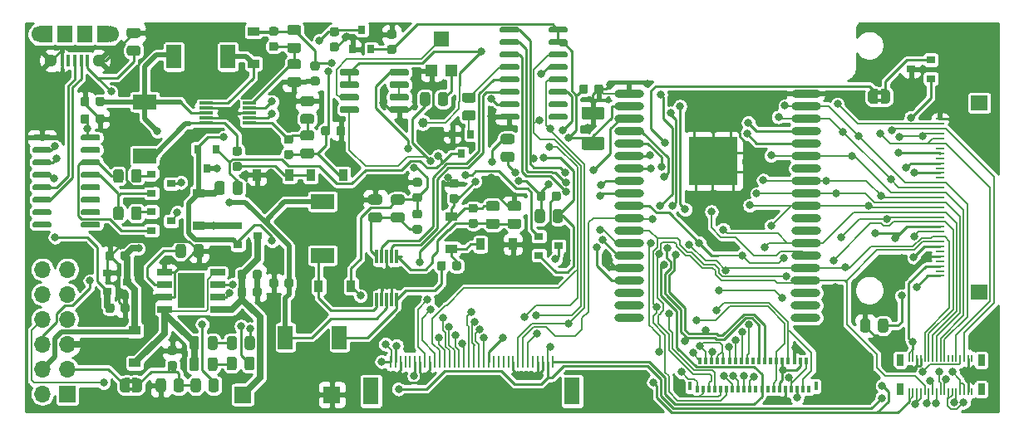
<source format=gbr>
G04 #@! TF.GenerationSoftware,KiCad,Pcbnew,(5.1.9)-1*
G04 #@! TF.CreationDate,2021-02-03T10:13:10+01:00*
G04 #@! TF.ProjectId,epaper-breakout,65706170-6572-42d6-9272-65616b6f7574,rev?*
G04 #@! TF.SameCoordinates,Original*
G04 #@! TF.FileFunction,Copper,L1,Top*
G04 #@! TF.FilePolarity,Positive*
%FSLAX46Y46*%
G04 Gerber Fmt 4.6, Leading zero omitted, Abs format (unit mm)*
G04 Created by KiCad (PCBNEW (5.1.9)-1) date 2021-02-03 10:13:10*
%MOMM*%
%LPD*%
G01*
G04 APERTURE LIST*
G04 #@! TA.AperFunction,EtchedComponent*
%ADD10C,0.100000*%
G04 #@! TD*
G04 #@! TA.AperFunction,SMDPad,CuDef*
%ADD11R,1.500000X1.700000*%
G04 #@! TD*
G04 #@! TA.AperFunction,ComponentPad*
%ADD12C,1.290000*%
G04 #@! TD*
G04 #@! TA.AperFunction,SMDPad,CuDef*
%ADD13R,0.400000X1.250000*%
G04 #@! TD*
G04 #@! TA.AperFunction,ComponentPad*
%ADD14C,1.700000*%
G04 #@! TD*
G04 #@! TA.AperFunction,SMDPad,CuDef*
%ADD15R,1.200000X1.700000*%
G04 #@! TD*
G04 #@! TA.AperFunction,ComponentPad*
%ADD16C,0.800000*%
G04 #@! TD*
G04 #@! TA.AperFunction,SMDPad,CuDef*
%ADD17R,5.000000X5.000000*%
G04 #@! TD*
G04 #@! TA.AperFunction,SMDPad,CuDef*
%ADD18O,3.000000X0.900000*%
G04 #@! TD*
G04 #@! TA.AperFunction,SMDPad,CuDef*
%ADD19R,0.400000X0.950000*%
G04 #@! TD*
G04 #@! TA.AperFunction,SMDPad,CuDef*
%ADD20R,0.300000X0.800000*%
G04 #@! TD*
G04 #@! TA.AperFunction,SMDPad,CuDef*
%ADD21R,0.300000X0.650000*%
G04 #@! TD*
G04 #@! TA.AperFunction,SMDPad,CuDef*
%ADD22R,0.900000X1.200000*%
G04 #@! TD*
G04 #@! TA.AperFunction,SMDPad,CuDef*
%ADD23R,2.400000X1.500000*%
G04 #@! TD*
G04 #@! TA.AperFunction,ComponentPad*
%ADD24R,1.700000X1.700000*%
G04 #@! TD*
G04 #@! TA.AperFunction,SMDPad,CuDef*
%ADD25C,0.100000*%
G04 #@! TD*
G04 #@! TA.AperFunction,SMDPad,CuDef*
%ADD26R,1.200000X0.900000*%
G04 #@! TD*
G04 #@! TA.AperFunction,SMDPad,CuDef*
%ADD27R,0.900000X0.800000*%
G04 #@! TD*
G04 #@! TA.AperFunction,ComponentPad*
%ADD28O,1.700000X1.700000*%
G04 #@! TD*
G04 #@! TA.AperFunction,SMDPad,CuDef*
%ADD29R,1.500000X0.650000*%
G04 #@! TD*
G04 #@! TA.AperFunction,SMDPad,CuDef*
%ADD30R,2.700000X3.600000*%
G04 #@! TD*
G04 #@! TA.AperFunction,SMDPad,CuDef*
%ADD31R,0.812800X0.254000*%
G04 #@! TD*
G04 #@! TA.AperFunction,SMDPad,CuDef*
%ADD32R,1.701800X1.524000*%
G04 #@! TD*
G04 #@! TA.AperFunction,SMDPad,CuDef*
%ADD33R,0.700000X1.200000*%
G04 #@! TD*
G04 #@! TA.AperFunction,SMDPad,CuDef*
%ADD34R,0.230000X0.800000*%
G04 #@! TD*
G04 #@! TA.AperFunction,SMDPad,CuDef*
%ADD35R,0.800000X0.900000*%
G04 #@! TD*
G04 #@! TA.AperFunction,SMDPad,CuDef*
%ADD36R,1.600000X2.800000*%
G04 #@! TD*
G04 #@! TA.AperFunction,SMDPad,CuDef*
%ADD37R,0.250000X1.300000*%
G04 #@! TD*
G04 #@! TA.AperFunction,SMDPad,CuDef*
%ADD38C,1.000000*%
G04 #@! TD*
G04 #@! TA.AperFunction,SMDPad,CuDef*
%ADD39R,0.300000X1.400000*%
G04 #@! TD*
G04 #@! TA.AperFunction,SMDPad,CuDef*
%ADD40R,1.500000X2.400000*%
G04 #@! TD*
G04 #@! TA.AperFunction,SMDPad,CuDef*
%ADD41R,1.400000X0.300000*%
G04 #@! TD*
G04 #@! TA.AperFunction,SMDPad,CuDef*
%ADD42R,1.200000X1.200000*%
G04 #@! TD*
G04 #@! TA.AperFunction,SMDPad,CuDef*
%ADD43R,1.600000X1.500000*%
G04 #@! TD*
G04 #@! TA.AperFunction,ViaPad*
%ADD44C,0.800000*%
G04 #@! TD*
G04 #@! TA.AperFunction,Conductor*
%ADD45C,0.200000*%
G04 #@! TD*
G04 #@! TA.AperFunction,Conductor*
%ADD46C,0.500000*%
G04 #@! TD*
G04 #@! TA.AperFunction,Conductor*
%ADD47C,0.250000*%
G04 #@! TD*
G04 #@! TA.AperFunction,Conductor*
%ADD48C,0.700000*%
G04 #@! TD*
G04 #@! TA.AperFunction,Conductor*
%ADD49C,0.254000*%
G04 #@! TD*
G04 #@! TA.AperFunction,Conductor*
%ADD50C,0.100000*%
G04 #@! TD*
G04 APERTURE END LIST*
D10*
G36*
X112645000Y-27232000D02*
G01*
X112145000Y-27232000D01*
X112145000Y-26832000D01*
X112645000Y-26832000D01*
X112645000Y-27232000D01*
G37*
G36*
X112645000Y-28032000D02*
G01*
X112145000Y-28032000D01*
X112145000Y-27632000D01*
X112645000Y-27632000D01*
X112645000Y-28032000D01*
G37*
G36*
X35930000Y-57096000D02*
G01*
X36430000Y-57096000D01*
X36430000Y-57496000D01*
X35930000Y-57496000D01*
X35930000Y-57096000D01*
G37*
G36*
X35930000Y-56296000D02*
G01*
X36430000Y-56296000D01*
X36430000Y-56696000D01*
X35930000Y-56696000D01*
X35930000Y-56296000D01*
G37*
D11*
X29463000Y-21065000D03*
D12*
X32888000Y-23765000D03*
D13*
X31113000Y-23765000D03*
X31763000Y-23765000D03*
X29163000Y-23765000D03*
X29813000Y-23765000D03*
X30463000Y-23765000D03*
D12*
X28038000Y-23765000D03*
D11*
X31463000Y-21065000D03*
D14*
X34063000Y-21065000D03*
X26863000Y-21065000D03*
D15*
X27563000Y-21065000D03*
X33363000Y-21065000D03*
D16*
X93500000Y-32020000D03*
D17*
X95500000Y-34030000D03*
D18*
X86900000Y-27110000D03*
X86900000Y-28380000D03*
X86900000Y-29650000D03*
X86900000Y-30920000D03*
X86900000Y-32190000D03*
X86900000Y-33460000D03*
X86900000Y-34730000D03*
X86900000Y-36000000D03*
X86900000Y-37270000D03*
X86900000Y-38540000D03*
X86900000Y-39810000D03*
X86900000Y-41080000D03*
X86900000Y-42350000D03*
X86900000Y-43620000D03*
X86900000Y-44920000D03*
X86900000Y-46190000D03*
X86900000Y-47460000D03*
X86900000Y-48730000D03*
X86900000Y-50000000D03*
X104900000Y-50000000D03*
X104900000Y-48730000D03*
X104900000Y-47460000D03*
X104900000Y-46190000D03*
X104900000Y-44920000D03*
X104930000Y-43620000D03*
X104930000Y-42350000D03*
X104930000Y-41080000D03*
X104930000Y-39810000D03*
X104930000Y-38540000D03*
X104930000Y-37270000D03*
X104930000Y-36000000D03*
X104930000Y-34730000D03*
X104930000Y-33460000D03*
X104930000Y-32190000D03*
X104930000Y-30920000D03*
X104930000Y-29650000D03*
X104930000Y-28380000D03*
X104930000Y-27110000D03*
D16*
X93500000Y-33020000D03*
X93500000Y-34020000D03*
X93500000Y-35020000D03*
X93500000Y-36020000D03*
X94500000Y-36020000D03*
X94500000Y-35020000D03*
X94500000Y-34020000D03*
X94500000Y-33020000D03*
X94500000Y-32020000D03*
X96500000Y-32020000D03*
X96500000Y-33020000D03*
X96500000Y-34020000D03*
X96500000Y-35020000D03*
X96500000Y-36020000D03*
X95500000Y-36020000D03*
X95500000Y-35020000D03*
X95500000Y-34020000D03*
X95500000Y-33020000D03*
X95500000Y-32020000D03*
X97500000Y-36020000D03*
X97500000Y-35020000D03*
X97500000Y-34020000D03*
X97500000Y-33020000D03*
X97500000Y-32020000D03*
D19*
X105942600Y-56979600D03*
X93142600Y-56979600D03*
D20*
X105242600Y-57254600D03*
D21*
X104942600Y-54379600D03*
D20*
X104642600Y-57254600D03*
D21*
X104342600Y-54379600D03*
D20*
X104042600Y-57254600D03*
D21*
X103742600Y-54379600D03*
D20*
X103442600Y-57254600D03*
D21*
X103142600Y-54379600D03*
D20*
X102842600Y-57254600D03*
D21*
X102542600Y-54379600D03*
D20*
X102242600Y-57254600D03*
D21*
X101942600Y-54379600D03*
D20*
X101642600Y-57254600D03*
D21*
X101342600Y-54379600D03*
D20*
X101042600Y-57254600D03*
D21*
X100742600Y-54379600D03*
D20*
X100442600Y-57254600D03*
D21*
X100142600Y-54379600D03*
D20*
X99842600Y-57254600D03*
D21*
X99542600Y-54379600D03*
D20*
X99242600Y-57254600D03*
D21*
X98942600Y-54379600D03*
D20*
X98642600Y-57254600D03*
D21*
X98342600Y-54379600D03*
D20*
X98042600Y-57254600D03*
D21*
X97742600Y-54379600D03*
D20*
X97442600Y-57254600D03*
D21*
X97142600Y-54379600D03*
D20*
X96842600Y-57254600D03*
D21*
X96542600Y-54379600D03*
D20*
X96242600Y-57254600D03*
D21*
X95942600Y-54379600D03*
D20*
X95642600Y-57254600D03*
D21*
X95342600Y-54379600D03*
D20*
X95042600Y-57254600D03*
D21*
X94742600Y-54379600D03*
D20*
X94442600Y-57254600D03*
D21*
X94142600Y-54379600D03*
D20*
X93842600Y-57254600D03*
D22*
X55309500Y-46799500D03*
X58609500Y-46799500D03*
D23*
X55689500Y-38144000D03*
X55689500Y-43644000D03*
D24*
X56642000Y-57848500D03*
X47561500Y-57848500D03*
G04 #@! TA.AperFunction,SMDPad,CuDef*
G36*
G01*
X40136000Y-54427000D02*
X40636000Y-54427000D01*
G75*
G02*
X40861000Y-54652000I0J-225000D01*
G01*
X40861000Y-55102000D01*
G75*
G02*
X40636000Y-55327000I-225000J0D01*
G01*
X40136000Y-55327000D01*
G75*
G02*
X39911000Y-55102000I0J225000D01*
G01*
X39911000Y-54652000D01*
G75*
G02*
X40136000Y-54427000I225000J0D01*
G01*
G37*
G04 #@! TD.AperFunction*
G04 #@! TA.AperFunction,SMDPad,CuDef*
G36*
G01*
X40136000Y-52877000D02*
X40636000Y-52877000D01*
G75*
G02*
X40861000Y-53102000I0J-225000D01*
G01*
X40861000Y-53552000D01*
G75*
G02*
X40636000Y-53777000I-225000J0D01*
G01*
X40136000Y-53777000D01*
G75*
G02*
X39911000Y-53552000I0J225000D01*
G01*
X39911000Y-53102000D01*
G75*
G02*
X40136000Y-52877000I225000J0D01*
G01*
G37*
G04 #@! TD.AperFunction*
G04 #@! TA.AperFunction,SMDPad,CuDef*
G36*
G01*
X39732000Y-56445998D02*
X39732000Y-57346002D01*
G75*
G02*
X39482002Y-57596000I-249998J0D01*
G01*
X38956998Y-57596000D01*
G75*
G02*
X38707000Y-57346002I0J249998D01*
G01*
X38707000Y-56445998D01*
G75*
G02*
X38956998Y-56196000I249998J0D01*
G01*
X39482002Y-56196000D01*
G75*
G02*
X39732000Y-56445998I0J-249998D01*
G01*
G37*
G04 #@! TD.AperFunction*
G04 #@! TA.AperFunction,SMDPad,CuDef*
G36*
G01*
X41557000Y-56445998D02*
X41557000Y-57346002D01*
G75*
G02*
X41307002Y-57596000I-249998J0D01*
G01*
X40781998Y-57596000D01*
G75*
G02*
X40532000Y-57346002I0J249998D01*
G01*
X40532000Y-56445998D01*
G75*
G02*
X40781998Y-56196000I249998J0D01*
G01*
X41307002Y-56196000D01*
G75*
G02*
X41557000Y-56445998I0J-249998D01*
G01*
G37*
G04 #@! TD.AperFunction*
G04 #@! TA.AperFunction,SMDPad,CuDef*
G36*
G01*
X43288000Y-56445998D02*
X43288000Y-57346002D01*
G75*
G02*
X43038002Y-57596000I-249998J0D01*
G01*
X42512998Y-57596000D01*
G75*
G02*
X42263000Y-57346002I0J249998D01*
G01*
X42263000Y-56445998D01*
G75*
G02*
X42512998Y-56196000I249998J0D01*
G01*
X43038002Y-56196000D01*
G75*
G02*
X43288000Y-56445998I0J-249998D01*
G01*
G37*
G04 #@! TD.AperFunction*
G04 #@! TA.AperFunction,SMDPad,CuDef*
G36*
G01*
X45113000Y-56445998D02*
X45113000Y-57346002D01*
G75*
G02*
X44863002Y-57596000I-249998J0D01*
G01*
X44337998Y-57596000D01*
G75*
G02*
X44088000Y-57346002I0J249998D01*
G01*
X44088000Y-56445998D01*
G75*
G02*
X44337998Y-56196000I249998J0D01*
G01*
X44863002Y-56196000D01*
G75*
G02*
X45113000Y-56445998I0J-249998D01*
G01*
G37*
G04 #@! TD.AperFunction*
G04 #@! TA.AperFunction,SMDPad,CuDef*
D25*
G36*
X112545000Y-26682000D02*
G01*
X113045000Y-26682000D01*
X113045000Y-26682602D01*
X113069534Y-26682602D01*
X113118365Y-26687412D01*
X113166490Y-26696984D01*
X113213445Y-26711228D01*
X113258778Y-26730005D01*
X113302051Y-26753136D01*
X113342850Y-26780396D01*
X113380779Y-26811524D01*
X113415476Y-26846221D01*
X113446604Y-26884150D01*
X113473864Y-26924949D01*
X113496995Y-26968222D01*
X113515772Y-27013555D01*
X113530016Y-27060510D01*
X113539588Y-27108635D01*
X113544398Y-27157466D01*
X113544398Y-27182000D01*
X113545000Y-27182000D01*
X113545000Y-27682000D01*
X113544398Y-27682000D01*
X113544398Y-27706534D01*
X113539588Y-27755365D01*
X113530016Y-27803490D01*
X113515772Y-27850445D01*
X113496995Y-27895778D01*
X113473864Y-27939051D01*
X113446604Y-27979850D01*
X113415476Y-28017779D01*
X113380779Y-28052476D01*
X113342850Y-28083604D01*
X113302051Y-28110864D01*
X113258778Y-28133995D01*
X113213445Y-28152772D01*
X113166490Y-28167016D01*
X113118365Y-28176588D01*
X113069534Y-28181398D01*
X113045000Y-28181398D01*
X113045000Y-28182000D01*
X112545000Y-28182000D01*
X112545000Y-26682000D01*
G37*
G04 #@! TD.AperFunction*
G04 #@! TA.AperFunction,SMDPad,CuDef*
G36*
X111745000Y-28181398D02*
G01*
X111720466Y-28181398D01*
X111671635Y-28176588D01*
X111623510Y-28167016D01*
X111576555Y-28152772D01*
X111531222Y-28133995D01*
X111487949Y-28110864D01*
X111447150Y-28083604D01*
X111409221Y-28052476D01*
X111374524Y-28017779D01*
X111343396Y-27979850D01*
X111316136Y-27939051D01*
X111293005Y-27895778D01*
X111274228Y-27850445D01*
X111259984Y-27803490D01*
X111250412Y-27755365D01*
X111245602Y-27706534D01*
X111245602Y-27682000D01*
X111245000Y-27682000D01*
X111245000Y-27182000D01*
X111245602Y-27182000D01*
X111245602Y-27157466D01*
X111250412Y-27108635D01*
X111259984Y-27060510D01*
X111274228Y-27013555D01*
X111293005Y-26968222D01*
X111316136Y-26924949D01*
X111343396Y-26884150D01*
X111374524Y-26846221D01*
X111409221Y-26811524D01*
X111447150Y-26780396D01*
X111487949Y-26753136D01*
X111531222Y-26730005D01*
X111576555Y-26711228D01*
X111623510Y-26696984D01*
X111671635Y-26687412D01*
X111720466Y-26682602D01*
X111745000Y-26682602D01*
X111745000Y-26682000D01*
X112245000Y-26682000D01*
X112245000Y-28182000D01*
X111745000Y-28182000D01*
X111745000Y-28181398D01*
G37*
G04 #@! TD.AperFunction*
G04 #@! TA.AperFunction,SMDPad,CuDef*
G36*
X36030000Y-57646000D02*
G01*
X35530000Y-57646000D01*
X35530000Y-57645398D01*
X35505466Y-57645398D01*
X35456635Y-57640588D01*
X35408510Y-57631016D01*
X35361555Y-57616772D01*
X35316222Y-57597995D01*
X35272949Y-57574864D01*
X35232150Y-57547604D01*
X35194221Y-57516476D01*
X35159524Y-57481779D01*
X35128396Y-57443850D01*
X35101136Y-57403051D01*
X35078005Y-57359778D01*
X35059228Y-57314445D01*
X35044984Y-57267490D01*
X35035412Y-57219365D01*
X35030602Y-57170534D01*
X35030602Y-57146000D01*
X35030000Y-57146000D01*
X35030000Y-56646000D01*
X35030602Y-56646000D01*
X35030602Y-56621466D01*
X35035412Y-56572635D01*
X35044984Y-56524510D01*
X35059228Y-56477555D01*
X35078005Y-56432222D01*
X35101136Y-56388949D01*
X35128396Y-56348150D01*
X35159524Y-56310221D01*
X35194221Y-56275524D01*
X35232150Y-56244396D01*
X35272949Y-56217136D01*
X35316222Y-56194005D01*
X35361555Y-56175228D01*
X35408510Y-56160984D01*
X35456635Y-56151412D01*
X35505466Y-56146602D01*
X35530000Y-56146602D01*
X35530000Y-56146000D01*
X36030000Y-56146000D01*
X36030000Y-57646000D01*
G37*
G04 #@! TD.AperFunction*
G04 #@! TA.AperFunction,SMDPad,CuDef*
G36*
X36830000Y-56146602D02*
G01*
X36854534Y-56146602D01*
X36903365Y-56151412D01*
X36951490Y-56160984D01*
X36998445Y-56175228D01*
X37043778Y-56194005D01*
X37087051Y-56217136D01*
X37127850Y-56244396D01*
X37165779Y-56275524D01*
X37200476Y-56310221D01*
X37231604Y-56348150D01*
X37258864Y-56388949D01*
X37281995Y-56432222D01*
X37300772Y-56477555D01*
X37315016Y-56524510D01*
X37324588Y-56572635D01*
X37329398Y-56621466D01*
X37329398Y-56646000D01*
X37330000Y-56646000D01*
X37330000Y-57146000D01*
X37329398Y-57146000D01*
X37329398Y-57170534D01*
X37324588Y-57219365D01*
X37315016Y-57267490D01*
X37300772Y-57314445D01*
X37281995Y-57359778D01*
X37258864Y-57403051D01*
X37231604Y-57443850D01*
X37200476Y-57481779D01*
X37165779Y-57516476D01*
X37127850Y-57547604D01*
X37087051Y-57574864D01*
X37043778Y-57597995D01*
X36998445Y-57616772D01*
X36951490Y-57631016D01*
X36903365Y-57640588D01*
X36854534Y-57645398D01*
X36830000Y-57645398D01*
X36830000Y-57646000D01*
X36330000Y-57646000D01*
X36330000Y-56146000D01*
X36830000Y-56146000D01*
X36830000Y-56146602D01*
G37*
G04 #@! TD.AperFunction*
D26*
X36576000Y-51309000D03*
X36576000Y-54609000D03*
G04 #@! TA.AperFunction,SMDPad,CuDef*
G36*
G01*
X84173502Y-29795500D02*
X82323498Y-29795500D01*
G75*
G02*
X82073500Y-29545502I0J249998D01*
G01*
X82073500Y-28720498D01*
G75*
G02*
X82323498Y-28470500I249998J0D01*
G01*
X84173502Y-28470500D01*
G75*
G02*
X84423500Y-28720498I0J-249998D01*
G01*
X84423500Y-29545502D01*
G75*
G02*
X84173502Y-29795500I-249998J0D01*
G01*
G37*
G04 #@! TD.AperFunction*
G04 #@! TA.AperFunction,SMDPad,CuDef*
G36*
G01*
X84173502Y-32870500D02*
X82323498Y-32870500D01*
G75*
G02*
X82073500Y-32620502I0J249998D01*
G01*
X82073500Y-31795498D01*
G75*
G02*
X82323498Y-31545500I249998J0D01*
G01*
X84173502Y-31545500D01*
G75*
G02*
X84423500Y-31795498I0J-249998D01*
G01*
X84423500Y-32620502D01*
G75*
G02*
X84173502Y-32870500I-249998J0D01*
G01*
G37*
G04 #@! TD.AperFunction*
G04 #@! TA.AperFunction,SMDPad,CuDef*
G36*
G01*
X34486000Y-48772000D02*
X34486000Y-49272000D01*
G75*
G02*
X34261000Y-49497000I-225000J0D01*
G01*
X33811000Y-49497000D01*
G75*
G02*
X33586000Y-49272000I0J225000D01*
G01*
X33586000Y-48772000D01*
G75*
G02*
X33811000Y-48547000I225000J0D01*
G01*
X34261000Y-48547000D01*
G75*
G02*
X34486000Y-48772000I0J-225000D01*
G01*
G37*
G04 #@! TD.AperFunction*
G04 #@! TA.AperFunction,SMDPad,CuDef*
G36*
G01*
X36036000Y-48772000D02*
X36036000Y-49272000D01*
G75*
G02*
X35811000Y-49497000I-225000J0D01*
G01*
X35361000Y-49497000D01*
G75*
G02*
X35136000Y-49272000I0J225000D01*
G01*
X35136000Y-48772000D01*
G75*
G02*
X35361000Y-48547000I225000J0D01*
G01*
X35811000Y-48547000D01*
G75*
G02*
X36036000Y-48772000I0J-225000D01*
G01*
G37*
G04 #@! TD.AperFunction*
G04 #@! TA.AperFunction,SMDPad,CuDef*
G36*
G01*
X34473000Y-43438000D02*
X34473000Y-43938000D01*
G75*
G02*
X34248000Y-44163000I-225000J0D01*
G01*
X33798000Y-44163000D01*
G75*
G02*
X33573000Y-43938000I0J225000D01*
G01*
X33573000Y-43438000D01*
G75*
G02*
X33798000Y-43213000I225000J0D01*
G01*
X34248000Y-43213000D01*
G75*
G02*
X34473000Y-43438000I0J-225000D01*
G01*
G37*
G04 #@! TD.AperFunction*
G04 #@! TA.AperFunction,SMDPad,CuDef*
G36*
G01*
X36023000Y-43438000D02*
X36023000Y-43938000D01*
G75*
G02*
X35798000Y-44163000I-225000J0D01*
G01*
X35348000Y-44163000D01*
G75*
G02*
X35123000Y-43938000I0J225000D01*
G01*
X35123000Y-43438000D01*
G75*
G02*
X35348000Y-43213000I225000J0D01*
G01*
X35798000Y-43213000D01*
G75*
G02*
X36023000Y-43438000I0J-225000D01*
G01*
G37*
G04 #@! TD.AperFunction*
G04 #@! TA.AperFunction,SMDPad,CuDef*
G36*
G01*
X31091000Y-31773000D02*
X31091000Y-31473000D01*
G75*
G02*
X31241000Y-31323000I150000J0D01*
G01*
X32891000Y-31323000D01*
G75*
G02*
X33041000Y-31473000I0J-150000D01*
G01*
X33041000Y-31773000D01*
G75*
G02*
X32891000Y-31923000I-150000J0D01*
G01*
X31241000Y-31923000D01*
G75*
G02*
X31091000Y-31773000I0J150000D01*
G01*
G37*
G04 #@! TD.AperFunction*
G04 #@! TA.AperFunction,SMDPad,CuDef*
G36*
G01*
X31091000Y-33043000D02*
X31091000Y-32743000D01*
G75*
G02*
X31241000Y-32593000I150000J0D01*
G01*
X32891000Y-32593000D01*
G75*
G02*
X33041000Y-32743000I0J-150000D01*
G01*
X33041000Y-33043000D01*
G75*
G02*
X32891000Y-33193000I-150000J0D01*
G01*
X31241000Y-33193000D01*
G75*
G02*
X31091000Y-33043000I0J150000D01*
G01*
G37*
G04 #@! TD.AperFunction*
G04 #@! TA.AperFunction,SMDPad,CuDef*
G36*
G01*
X31091000Y-34313000D02*
X31091000Y-34013000D01*
G75*
G02*
X31241000Y-33863000I150000J0D01*
G01*
X32891000Y-33863000D01*
G75*
G02*
X33041000Y-34013000I0J-150000D01*
G01*
X33041000Y-34313000D01*
G75*
G02*
X32891000Y-34463000I-150000J0D01*
G01*
X31241000Y-34463000D01*
G75*
G02*
X31091000Y-34313000I0J150000D01*
G01*
G37*
G04 #@! TD.AperFunction*
G04 #@! TA.AperFunction,SMDPad,CuDef*
G36*
G01*
X31091000Y-35583000D02*
X31091000Y-35283000D01*
G75*
G02*
X31241000Y-35133000I150000J0D01*
G01*
X32891000Y-35133000D01*
G75*
G02*
X33041000Y-35283000I0J-150000D01*
G01*
X33041000Y-35583000D01*
G75*
G02*
X32891000Y-35733000I-150000J0D01*
G01*
X31241000Y-35733000D01*
G75*
G02*
X31091000Y-35583000I0J150000D01*
G01*
G37*
G04 #@! TD.AperFunction*
G04 #@! TA.AperFunction,SMDPad,CuDef*
G36*
G01*
X31091000Y-36853000D02*
X31091000Y-36553000D01*
G75*
G02*
X31241000Y-36403000I150000J0D01*
G01*
X32891000Y-36403000D01*
G75*
G02*
X33041000Y-36553000I0J-150000D01*
G01*
X33041000Y-36853000D01*
G75*
G02*
X32891000Y-37003000I-150000J0D01*
G01*
X31241000Y-37003000D01*
G75*
G02*
X31091000Y-36853000I0J150000D01*
G01*
G37*
G04 #@! TD.AperFunction*
G04 #@! TA.AperFunction,SMDPad,CuDef*
G36*
G01*
X31091000Y-38123000D02*
X31091000Y-37823000D01*
G75*
G02*
X31241000Y-37673000I150000J0D01*
G01*
X32891000Y-37673000D01*
G75*
G02*
X33041000Y-37823000I0J-150000D01*
G01*
X33041000Y-38123000D01*
G75*
G02*
X32891000Y-38273000I-150000J0D01*
G01*
X31241000Y-38273000D01*
G75*
G02*
X31091000Y-38123000I0J150000D01*
G01*
G37*
G04 #@! TD.AperFunction*
G04 #@! TA.AperFunction,SMDPad,CuDef*
G36*
G01*
X31091000Y-39393000D02*
X31091000Y-39093000D01*
G75*
G02*
X31241000Y-38943000I150000J0D01*
G01*
X32891000Y-38943000D01*
G75*
G02*
X33041000Y-39093000I0J-150000D01*
G01*
X33041000Y-39393000D01*
G75*
G02*
X32891000Y-39543000I-150000J0D01*
G01*
X31241000Y-39543000D01*
G75*
G02*
X31091000Y-39393000I0J150000D01*
G01*
G37*
G04 #@! TD.AperFunction*
G04 #@! TA.AperFunction,SMDPad,CuDef*
G36*
G01*
X31091000Y-40663000D02*
X31091000Y-40363000D01*
G75*
G02*
X31241000Y-40213000I150000J0D01*
G01*
X32891000Y-40213000D01*
G75*
G02*
X33041000Y-40363000I0J-150000D01*
G01*
X33041000Y-40663000D01*
G75*
G02*
X32891000Y-40813000I-150000J0D01*
G01*
X31241000Y-40813000D01*
G75*
G02*
X31091000Y-40663000I0J150000D01*
G01*
G37*
G04 #@! TD.AperFunction*
G04 #@! TA.AperFunction,SMDPad,CuDef*
G36*
G01*
X26141000Y-40663000D02*
X26141000Y-40363000D01*
G75*
G02*
X26291000Y-40213000I150000J0D01*
G01*
X27941000Y-40213000D01*
G75*
G02*
X28091000Y-40363000I0J-150000D01*
G01*
X28091000Y-40663000D01*
G75*
G02*
X27941000Y-40813000I-150000J0D01*
G01*
X26291000Y-40813000D01*
G75*
G02*
X26141000Y-40663000I0J150000D01*
G01*
G37*
G04 #@! TD.AperFunction*
G04 #@! TA.AperFunction,SMDPad,CuDef*
G36*
G01*
X26141000Y-39393000D02*
X26141000Y-39093000D01*
G75*
G02*
X26291000Y-38943000I150000J0D01*
G01*
X27941000Y-38943000D01*
G75*
G02*
X28091000Y-39093000I0J-150000D01*
G01*
X28091000Y-39393000D01*
G75*
G02*
X27941000Y-39543000I-150000J0D01*
G01*
X26291000Y-39543000D01*
G75*
G02*
X26141000Y-39393000I0J150000D01*
G01*
G37*
G04 #@! TD.AperFunction*
G04 #@! TA.AperFunction,SMDPad,CuDef*
G36*
G01*
X26141000Y-38123000D02*
X26141000Y-37823000D01*
G75*
G02*
X26291000Y-37673000I150000J0D01*
G01*
X27941000Y-37673000D01*
G75*
G02*
X28091000Y-37823000I0J-150000D01*
G01*
X28091000Y-38123000D01*
G75*
G02*
X27941000Y-38273000I-150000J0D01*
G01*
X26291000Y-38273000D01*
G75*
G02*
X26141000Y-38123000I0J150000D01*
G01*
G37*
G04 #@! TD.AperFunction*
G04 #@! TA.AperFunction,SMDPad,CuDef*
G36*
G01*
X26141000Y-36853000D02*
X26141000Y-36553000D01*
G75*
G02*
X26291000Y-36403000I150000J0D01*
G01*
X27941000Y-36403000D01*
G75*
G02*
X28091000Y-36553000I0J-150000D01*
G01*
X28091000Y-36853000D01*
G75*
G02*
X27941000Y-37003000I-150000J0D01*
G01*
X26291000Y-37003000D01*
G75*
G02*
X26141000Y-36853000I0J150000D01*
G01*
G37*
G04 #@! TD.AperFunction*
G04 #@! TA.AperFunction,SMDPad,CuDef*
G36*
G01*
X26141000Y-35583000D02*
X26141000Y-35283000D01*
G75*
G02*
X26291000Y-35133000I150000J0D01*
G01*
X27941000Y-35133000D01*
G75*
G02*
X28091000Y-35283000I0J-150000D01*
G01*
X28091000Y-35583000D01*
G75*
G02*
X27941000Y-35733000I-150000J0D01*
G01*
X26291000Y-35733000D01*
G75*
G02*
X26141000Y-35583000I0J150000D01*
G01*
G37*
G04 #@! TD.AperFunction*
G04 #@! TA.AperFunction,SMDPad,CuDef*
G36*
G01*
X26141000Y-34313000D02*
X26141000Y-34013000D01*
G75*
G02*
X26291000Y-33863000I150000J0D01*
G01*
X27941000Y-33863000D01*
G75*
G02*
X28091000Y-34013000I0J-150000D01*
G01*
X28091000Y-34313000D01*
G75*
G02*
X27941000Y-34463000I-150000J0D01*
G01*
X26291000Y-34463000D01*
G75*
G02*
X26141000Y-34313000I0J150000D01*
G01*
G37*
G04 #@! TD.AperFunction*
G04 #@! TA.AperFunction,SMDPad,CuDef*
G36*
G01*
X26141000Y-33043000D02*
X26141000Y-32743000D01*
G75*
G02*
X26291000Y-32593000I150000J0D01*
G01*
X27941000Y-32593000D01*
G75*
G02*
X28091000Y-32743000I0J-150000D01*
G01*
X28091000Y-33043000D01*
G75*
G02*
X27941000Y-33193000I-150000J0D01*
G01*
X26291000Y-33193000D01*
G75*
G02*
X26141000Y-33043000I0J150000D01*
G01*
G37*
G04 #@! TD.AperFunction*
G04 #@! TA.AperFunction,SMDPad,CuDef*
G36*
G01*
X26141000Y-31773000D02*
X26141000Y-31473000D01*
G75*
G02*
X26291000Y-31323000I150000J0D01*
G01*
X27941000Y-31323000D01*
G75*
G02*
X28091000Y-31473000I0J-150000D01*
G01*
X28091000Y-31773000D01*
G75*
G02*
X27941000Y-31923000I-150000J0D01*
G01*
X26291000Y-31923000D01*
G75*
G02*
X26141000Y-31773000I0J150000D01*
G01*
G37*
G04 #@! TD.AperFunction*
D27*
X35798000Y-46355000D03*
X33798000Y-47305000D03*
X33798000Y-45405000D03*
D28*
X27152600Y-45085000D03*
X29692600Y-45085000D03*
X27152600Y-47625000D03*
X29692600Y-47625000D03*
X27152600Y-50165000D03*
X29692600Y-50165000D03*
X27152600Y-52705000D03*
X29692600Y-52705000D03*
X27152600Y-55245000D03*
X29692600Y-55245000D03*
X27152600Y-57785000D03*
D24*
X29692600Y-57785000D03*
D26*
X43053000Y-40575500D03*
X43053000Y-37275500D03*
D29*
X39591000Y-45339000D03*
X39591000Y-46609000D03*
X39591000Y-47879000D03*
X39591000Y-49149000D03*
X44991000Y-49149000D03*
X44991000Y-47879000D03*
X44991000Y-46609000D03*
X44991000Y-45339000D03*
D30*
X42291000Y-47244000D03*
G04 #@! TA.AperFunction,SMDPad,CuDef*
G36*
G01*
X41764000Y-42729998D02*
X41764000Y-43630002D01*
G75*
G02*
X41514002Y-43880000I-249998J0D01*
G01*
X40988998Y-43880000D01*
G75*
G02*
X40739000Y-43630002I0J249998D01*
G01*
X40739000Y-42729998D01*
G75*
G02*
X40988998Y-42480000I249998J0D01*
G01*
X41514002Y-42480000D01*
G75*
G02*
X41764000Y-42729998I0J-249998D01*
G01*
G37*
G04 #@! TD.AperFunction*
G04 #@! TA.AperFunction,SMDPad,CuDef*
G36*
G01*
X43589000Y-42729998D02*
X43589000Y-43630002D01*
G75*
G02*
X43339002Y-43880000I-249998J0D01*
G01*
X42813998Y-43880000D01*
G75*
G02*
X42564000Y-43630002I0J249998D01*
G01*
X42564000Y-42729998D01*
G75*
G02*
X42813998Y-42480000I249998J0D01*
G01*
X43339002Y-42480000D01*
G75*
G02*
X43589000Y-42729998I0J-249998D01*
G01*
G37*
G04 #@! TD.AperFunction*
G04 #@! TA.AperFunction,SMDPad,CuDef*
G36*
G01*
X46971000Y-52127998D02*
X46971000Y-53028002D01*
G75*
G02*
X46721002Y-53278000I-249998J0D01*
G01*
X46195998Y-53278000D01*
G75*
G02*
X45946000Y-53028002I0J249998D01*
G01*
X45946000Y-52127998D01*
G75*
G02*
X46195998Y-51878000I249998J0D01*
G01*
X46721002Y-51878000D01*
G75*
G02*
X46971000Y-52127998I0J-249998D01*
G01*
G37*
G04 #@! TD.AperFunction*
G04 #@! TA.AperFunction,SMDPad,CuDef*
G36*
G01*
X48796000Y-52127998D02*
X48796000Y-53028002D01*
G75*
G02*
X48546002Y-53278000I-249998J0D01*
G01*
X48020998Y-53278000D01*
G75*
G02*
X47771000Y-53028002I0J249998D01*
G01*
X47771000Y-52127998D01*
G75*
G02*
X48020998Y-51878000I249998J0D01*
G01*
X48546002Y-51878000D01*
G75*
G02*
X48796000Y-52127998I0J-249998D01*
G01*
G37*
G04 #@! TD.AperFunction*
G04 #@! TA.AperFunction,SMDPad,CuDef*
G36*
G01*
X46947500Y-54223498D02*
X46947500Y-55123502D01*
G75*
G02*
X46697502Y-55373500I-249998J0D01*
G01*
X46172498Y-55373500D01*
G75*
G02*
X45922500Y-55123502I0J249998D01*
G01*
X45922500Y-54223498D01*
G75*
G02*
X46172498Y-53973500I249998J0D01*
G01*
X46697502Y-53973500D01*
G75*
G02*
X46947500Y-54223498I0J-249998D01*
G01*
G37*
G04 #@! TD.AperFunction*
G04 #@! TA.AperFunction,SMDPad,CuDef*
G36*
G01*
X48772500Y-54223498D02*
X48772500Y-55123502D01*
G75*
G02*
X48522502Y-55373500I-249998J0D01*
G01*
X47997498Y-55373500D01*
G75*
G02*
X47747500Y-55123502I0J249998D01*
G01*
X47747500Y-54223498D01*
G75*
G02*
X47997498Y-53973500I249998J0D01*
G01*
X48522502Y-53973500D01*
G75*
G02*
X48772500Y-54223498I0J-249998D01*
G01*
G37*
G04 #@! TD.AperFunction*
G04 #@! TA.AperFunction,SMDPad,CuDef*
G36*
G01*
X35998998Y-22244000D02*
X36899002Y-22244000D01*
G75*
G02*
X37149000Y-22493998I0J-249998D01*
G01*
X37149000Y-23019002D01*
G75*
G02*
X36899002Y-23269000I-249998J0D01*
G01*
X35998998Y-23269000D01*
G75*
G02*
X35749000Y-23019002I0J249998D01*
G01*
X35749000Y-22493998D01*
G75*
G02*
X35998998Y-22244000I249998J0D01*
G01*
G37*
G04 #@! TD.AperFunction*
G04 #@! TA.AperFunction,SMDPad,CuDef*
G36*
G01*
X35998998Y-20419000D02*
X36899002Y-20419000D01*
G75*
G02*
X37149000Y-20668998I0J-249998D01*
G01*
X37149000Y-21194002D01*
G75*
G02*
X36899002Y-21444000I-249998J0D01*
G01*
X35998998Y-21444000D01*
G75*
G02*
X35749000Y-21194002I0J249998D01*
G01*
X35749000Y-20668998D01*
G75*
G02*
X35998998Y-20419000I249998J0D01*
G01*
G37*
G04 #@! TD.AperFunction*
D27*
X49069500Y-41592500D03*
X47069500Y-42542500D03*
X47069500Y-40642500D03*
G04 #@! TA.AperFunction,SMDPad,CuDef*
G36*
G01*
X43111000Y-52121750D02*
X43111000Y-53034250D01*
G75*
G02*
X42867250Y-53278000I-243750J0D01*
G01*
X42379750Y-53278000D01*
G75*
G02*
X42136000Y-53034250I0J243750D01*
G01*
X42136000Y-52121750D01*
G75*
G02*
X42379750Y-51878000I243750J0D01*
G01*
X42867250Y-51878000D01*
G75*
G02*
X43111000Y-52121750I0J-243750D01*
G01*
G37*
G04 #@! TD.AperFunction*
G04 #@! TA.AperFunction,SMDPad,CuDef*
G36*
G01*
X44986000Y-52121750D02*
X44986000Y-53034250D01*
G75*
G02*
X44742250Y-53278000I-243750J0D01*
G01*
X44254750Y-53278000D01*
G75*
G02*
X44011000Y-53034250I0J243750D01*
G01*
X44011000Y-52121750D01*
G75*
G02*
X44254750Y-51878000I243750J0D01*
G01*
X44742250Y-51878000D01*
G75*
G02*
X44986000Y-52121750I0J-243750D01*
G01*
G37*
G04 #@! TD.AperFunction*
G04 #@! TA.AperFunction,SMDPad,CuDef*
G36*
G01*
X43111000Y-54280750D02*
X43111000Y-55193250D01*
G75*
G02*
X42867250Y-55437000I-243750J0D01*
G01*
X42379750Y-55437000D01*
G75*
G02*
X42136000Y-55193250I0J243750D01*
G01*
X42136000Y-54280750D01*
G75*
G02*
X42379750Y-54037000I243750J0D01*
G01*
X42867250Y-54037000D01*
G75*
G02*
X43111000Y-54280750I0J-243750D01*
G01*
G37*
G04 #@! TD.AperFunction*
G04 #@! TA.AperFunction,SMDPad,CuDef*
G36*
G01*
X44986000Y-54280750D02*
X44986000Y-55193250D01*
G75*
G02*
X44742250Y-55437000I-243750J0D01*
G01*
X44254750Y-55437000D01*
G75*
G02*
X44011000Y-55193250I0J243750D01*
G01*
X44011000Y-54280750D01*
G75*
G02*
X44254750Y-54037000I243750J0D01*
G01*
X44742250Y-54037000D01*
G75*
G02*
X44986000Y-54280750I0J-243750D01*
G01*
G37*
G04 #@! TD.AperFunction*
G04 #@! TA.AperFunction,SMDPad,CuDef*
G36*
G01*
X47935000Y-47121000D02*
X47935000Y-47621000D01*
G75*
G02*
X47710000Y-47846000I-225000J0D01*
G01*
X47260000Y-47846000D01*
G75*
G02*
X47035000Y-47621000I0J225000D01*
G01*
X47035000Y-47121000D01*
G75*
G02*
X47260000Y-46896000I225000J0D01*
G01*
X47710000Y-46896000D01*
G75*
G02*
X47935000Y-47121000I0J-225000D01*
G01*
G37*
G04 #@! TD.AperFunction*
G04 #@! TA.AperFunction,SMDPad,CuDef*
G36*
G01*
X49485000Y-47121000D02*
X49485000Y-47621000D01*
G75*
G02*
X49260000Y-47846000I-225000J0D01*
G01*
X48810000Y-47846000D01*
G75*
G02*
X48585000Y-47621000I0J225000D01*
G01*
X48585000Y-47121000D01*
G75*
G02*
X48810000Y-46896000I225000J0D01*
G01*
X49260000Y-46896000D01*
G75*
G02*
X49485000Y-47121000I0J-225000D01*
G01*
G37*
G04 #@! TD.AperFunction*
G04 #@! TA.AperFunction,SMDPad,CuDef*
G36*
G01*
X48585000Y-45843000D02*
X48585000Y-45343000D01*
G75*
G02*
X48810000Y-45118000I225000J0D01*
G01*
X49260000Y-45118000D01*
G75*
G02*
X49485000Y-45343000I0J-225000D01*
G01*
X49485000Y-45843000D01*
G75*
G02*
X49260000Y-46068000I-225000J0D01*
G01*
X48810000Y-46068000D01*
G75*
G02*
X48585000Y-45843000I0J225000D01*
G01*
G37*
G04 #@! TD.AperFunction*
G04 #@! TA.AperFunction,SMDPad,CuDef*
G36*
G01*
X47035000Y-45843000D02*
X47035000Y-45343000D01*
G75*
G02*
X47260000Y-45118000I225000J0D01*
G01*
X47710000Y-45118000D01*
G75*
G02*
X47935000Y-45343000I0J-225000D01*
G01*
X47935000Y-45843000D01*
G75*
G02*
X47710000Y-46068000I-225000J0D01*
G01*
X47260000Y-46068000D01*
G75*
G02*
X47035000Y-45843000I0J225000D01*
G01*
G37*
G04 #@! TD.AperFunction*
D22*
X52323000Y-35433000D03*
X49023000Y-35433000D03*
D31*
X118588300Y-45727399D03*
X118588300Y-45227400D03*
X118588300Y-44727399D03*
X118588300Y-44227400D03*
X118588300Y-43727398D03*
X118588300Y-43227399D03*
X118588300Y-42727400D03*
X118588300Y-42227399D03*
X118588300Y-41727400D03*
X118588300Y-41227398D03*
X118588300Y-40727399D03*
X118588300Y-40227400D03*
X118588300Y-39727399D03*
X118588300Y-39227400D03*
X118588300Y-38727398D03*
X118588300Y-38227399D03*
X118588300Y-37727400D03*
X118588300Y-37227398D03*
X118588300Y-36727399D03*
X118588300Y-36227400D03*
X118588300Y-35727399D03*
X118588300Y-35227400D03*
X118588300Y-34727398D03*
X118588300Y-34227399D03*
X118588300Y-33727400D03*
X118588300Y-33227399D03*
X118588300Y-32727400D03*
X118588300Y-32227398D03*
X118588300Y-31727399D03*
X118588300Y-31227400D03*
X118588300Y-30727399D03*
X118588300Y-30227400D03*
X118588300Y-29727398D03*
D32*
X122601500Y-28075400D03*
X122601500Y-47379400D03*
D33*
X122793400Y-54319600D03*
D34*
X119043400Y-54119600D03*
X117443400Y-54119600D03*
X121843400Y-54119600D03*
X121443400Y-54119600D03*
X121043400Y-54119600D03*
X117843400Y-54119600D03*
X118243400Y-54119600D03*
X120643400Y-54119600D03*
X118643400Y-54119600D03*
X115843400Y-54119600D03*
X115443400Y-54119600D03*
D33*
X114493400Y-54319600D03*
D34*
X116243400Y-54119600D03*
X117043400Y-54119600D03*
X116643400Y-54119600D03*
X120243400Y-54119600D03*
X119843400Y-54119600D03*
X119443400Y-54119600D03*
D33*
X114493400Y-57305600D03*
X122793400Y-57305600D03*
D34*
X121843400Y-57505600D03*
X121443400Y-57505600D03*
X121043400Y-57505600D03*
X120643400Y-57505600D03*
X120243400Y-57505600D03*
X119843400Y-57505600D03*
X119443400Y-57505600D03*
X119043400Y-57505600D03*
X118643400Y-57505600D03*
X118243400Y-57505600D03*
X117843400Y-57505600D03*
X117443400Y-57505600D03*
X117043400Y-57505600D03*
X116643400Y-57505600D03*
X116243400Y-57505600D03*
X115843400Y-57505600D03*
X115443400Y-57505600D03*
D35*
X69850000Y-33258000D03*
X68900000Y-31258000D03*
X70800000Y-31258000D03*
G04 #@! TA.AperFunction,SMDPad,CuDef*
G36*
G01*
X45741000Y-36316498D02*
X45741000Y-37216502D01*
G75*
G02*
X45491002Y-37466500I-249998J0D01*
G01*
X44965998Y-37466500D01*
G75*
G02*
X44716000Y-37216502I0J249998D01*
G01*
X44716000Y-36316498D01*
G75*
G02*
X44965998Y-36066500I249998J0D01*
G01*
X45491002Y-36066500D01*
G75*
G02*
X45741000Y-36316498I0J-249998D01*
G01*
G37*
G04 #@! TD.AperFunction*
G04 #@! TA.AperFunction,SMDPad,CuDef*
G36*
G01*
X47566000Y-36316498D02*
X47566000Y-37216502D01*
G75*
G02*
X47316002Y-37466500I-249998J0D01*
G01*
X46790998Y-37466500D01*
G75*
G02*
X46541000Y-37216502I0J249998D01*
G01*
X46541000Y-36316498D01*
G75*
G02*
X46790998Y-36066500I249998J0D01*
G01*
X47316002Y-36066500D01*
G75*
G02*
X47566000Y-36316498I0J-249998D01*
G01*
G37*
G04 #@! TD.AperFunction*
G04 #@! TA.AperFunction,SMDPad,CuDef*
G36*
G01*
X71062002Y-28048000D02*
X70161998Y-28048000D01*
G75*
G02*
X69912000Y-27798002I0J249998D01*
G01*
X69912000Y-27272998D01*
G75*
G02*
X70161998Y-27023000I249998J0D01*
G01*
X71062002Y-27023000D01*
G75*
G02*
X71312000Y-27272998I0J-249998D01*
G01*
X71312000Y-27798002D01*
G75*
G02*
X71062002Y-28048000I-249998J0D01*
G01*
G37*
G04 #@! TD.AperFunction*
G04 #@! TA.AperFunction,SMDPad,CuDef*
G36*
G01*
X71062002Y-29873000D02*
X70161998Y-29873000D01*
G75*
G02*
X69912000Y-29623002I0J249998D01*
G01*
X69912000Y-29097998D01*
G75*
G02*
X70161998Y-28848000I249998J0D01*
G01*
X71062002Y-28848000D01*
G75*
G02*
X71312000Y-29097998I0J-249998D01*
G01*
X71312000Y-29623002D01*
G75*
G02*
X71062002Y-29873000I-249998J0D01*
G01*
G37*
G04 #@! TD.AperFunction*
D27*
X79740000Y-42672000D03*
X77740000Y-43622000D03*
X77740000Y-41722000D03*
D35*
X43942000Y-34782000D03*
X42992000Y-32782000D03*
X44892000Y-32782000D03*
G04 #@! TA.AperFunction,SMDPad,CuDef*
G36*
G01*
X62510000Y-25130700D02*
X62510000Y-24805700D01*
G75*
G02*
X62672500Y-24643200I162500J0D01*
G01*
X64322500Y-24643200D01*
G75*
G02*
X64485000Y-24805700I0J-162500D01*
G01*
X64485000Y-25130700D01*
G75*
G02*
X64322500Y-25293200I-162500J0D01*
G01*
X62672500Y-25293200D01*
G75*
G02*
X62510000Y-25130700I0J162500D01*
G01*
G37*
G04 #@! TD.AperFunction*
G04 #@! TA.AperFunction,SMDPad,CuDef*
G36*
G01*
X62510000Y-26400700D02*
X62510000Y-26075700D01*
G75*
G02*
X62672500Y-25913200I162500J0D01*
G01*
X64322500Y-25913200D01*
G75*
G02*
X64485000Y-26075700I0J-162500D01*
G01*
X64485000Y-26400700D01*
G75*
G02*
X64322500Y-26563200I-162500J0D01*
G01*
X62672500Y-26563200D01*
G75*
G02*
X62510000Y-26400700I0J162500D01*
G01*
G37*
G04 #@! TD.AperFunction*
G04 #@! TA.AperFunction,SMDPad,CuDef*
G36*
G01*
X62510000Y-27670700D02*
X62510000Y-27345700D01*
G75*
G02*
X62672500Y-27183200I162500J0D01*
G01*
X64322500Y-27183200D01*
G75*
G02*
X64485000Y-27345700I0J-162500D01*
G01*
X64485000Y-27670700D01*
G75*
G02*
X64322500Y-27833200I-162500J0D01*
G01*
X62672500Y-27833200D01*
G75*
G02*
X62510000Y-27670700I0J162500D01*
G01*
G37*
G04 #@! TD.AperFunction*
G04 #@! TA.AperFunction,SMDPad,CuDef*
G36*
G01*
X62510000Y-28940700D02*
X62510000Y-28615700D01*
G75*
G02*
X62672500Y-28453200I162500J0D01*
G01*
X64322500Y-28453200D01*
G75*
G02*
X64485000Y-28615700I0J-162500D01*
G01*
X64485000Y-28940700D01*
G75*
G02*
X64322500Y-29103200I-162500J0D01*
G01*
X62672500Y-29103200D01*
G75*
G02*
X62510000Y-28940700I0J162500D01*
G01*
G37*
G04 #@! TD.AperFunction*
G04 #@! TA.AperFunction,SMDPad,CuDef*
G36*
G01*
X57435000Y-28940700D02*
X57435000Y-28615700D01*
G75*
G02*
X57597500Y-28453200I162500J0D01*
G01*
X59247500Y-28453200D01*
G75*
G02*
X59410000Y-28615700I0J-162500D01*
G01*
X59410000Y-28940700D01*
G75*
G02*
X59247500Y-29103200I-162500J0D01*
G01*
X57597500Y-29103200D01*
G75*
G02*
X57435000Y-28940700I0J162500D01*
G01*
G37*
G04 #@! TD.AperFunction*
G04 #@! TA.AperFunction,SMDPad,CuDef*
G36*
G01*
X57435000Y-27670700D02*
X57435000Y-27345700D01*
G75*
G02*
X57597500Y-27183200I162500J0D01*
G01*
X59247500Y-27183200D01*
G75*
G02*
X59410000Y-27345700I0J-162500D01*
G01*
X59410000Y-27670700D01*
G75*
G02*
X59247500Y-27833200I-162500J0D01*
G01*
X57597500Y-27833200D01*
G75*
G02*
X57435000Y-27670700I0J162500D01*
G01*
G37*
G04 #@! TD.AperFunction*
G04 #@! TA.AperFunction,SMDPad,CuDef*
G36*
G01*
X57435000Y-26400700D02*
X57435000Y-26075700D01*
G75*
G02*
X57597500Y-25913200I162500J0D01*
G01*
X59247500Y-25913200D01*
G75*
G02*
X59410000Y-26075700I0J-162500D01*
G01*
X59410000Y-26400700D01*
G75*
G02*
X59247500Y-26563200I-162500J0D01*
G01*
X57597500Y-26563200D01*
G75*
G02*
X57435000Y-26400700I0J162500D01*
G01*
G37*
G04 #@! TD.AperFunction*
G04 #@! TA.AperFunction,SMDPad,CuDef*
G36*
G01*
X57435000Y-25130700D02*
X57435000Y-24805700D01*
G75*
G02*
X57597500Y-24643200I162500J0D01*
G01*
X59247500Y-24643200D01*
G75*
G02*
X59410000Y-24805700I0J-162500D01*
G01*
X59410000Y-25130700D01*
G75*
G02*
X59247500Y-25293200I-162500J0D01*
G01*
X57597500Y-25293200D01*
G75*
G02*
X57435000Y-25130700I0J162500D01*
G01*
G37*
G04 #@! TD.AperFunction*
D36*
X81116000Y-57483000D03*
X60616000Y-57483000D03*
D37*
X79116000Y-54483000D03*
X78616000Y-54483000D03*
X78116000Y-54483000D03*
X77616000Y-54483000D03*
X77116000Y-54483000D03*
X76616000Y-54483000D03*
X76116000Y-54483000D03*
X75616000Y-54483000D03*
X75116000Y-54483000D03*
X74616000Y-54483000D03*
X74116000Y-54483000D03*
X73616000Y-54483000D03*
X73116000Y-54483000D03*
X72616000Y-54483000D03*
X72116000Y-54483000D03*
X71616000Y-54483000D03*
X71116000Y-54483000D03*
X70616000Y-54483000D03*
X70116000Y-54483000D03*
X69616000Y-54483000D03*
X69116000Y-54483000D03*
X68616000Y-54483000D03*
X68116000Y-54483000D03*
X67616000Y-54483000D03*
X67116000Y-54483000D03*
X66616000Y-54483000D03*
X66116000Y-54483000D03*
X65616000Y-54483000D03*
X65116000Y-54483000D03*
X64616000Y-54483000D03*
X64116000Y-54483000D03*
X63616000Y-54483000D03*
X63116000Y-54483000D03*
X62616000Y-54483000D03*
G04 #@! TA.AperFunction,SMDPad,CuDef*
G36*
G01*
X35414000Y-35084598D02*
X35414000Y-35984602D01*
G75*
G02*
X35164002Y-36234600I-249998J0D01*
G01*
X34638998Y-36234600D01*
G75*
G02*
X34389000Y-35984602I0J249998D01*
G01*
X34389000Y-35084598D01*
G75*
G02*
X34638998Y-34834600I249998J0D01*
G01*
X35164002Y-34834600D01*
G75*
G02*
X35414000Y-35084598I0J-249998D01*
G01*
G37*
G04 #@! TD.AperFunction*
G04 #@! TA.AperFunction,SMDPad,CuDef*
G36*
G01*
X37239000Y-35084598D02*
X37239000Y-35984602D01*
G75*
G02*
X36989002Y-36234600I-249998J0D01*
G01*
X36463998Y-36234600D01*
G75*
G02*
X36214000Y-35984602I0J249998D01*
G01*
X36214000Y-35084598D01*
G75*
G02*
X36463998Y-34834600I249998J0D01*
G01*
X36989002Y-34834600D01*
G75*
G02*
X37239000Y-35084598I0J-249998D01*
G01*
G37*
G04 #@! TD.AperFunction*
G04 #@! TA.AperFunction,SMDPad,CuDef*
G36*
G01*
X35414000Y-38894598D02*
X35414000Y-39794602D01*
G75*
G02*
X35164002Y-40044600I-249998J0D01*
G01*
X34638998Y-40044600D01*
G75*
G02*
X34389000Y-39794602I0J249998D01*
G01*
X34389000Y-38894598D01*
G75*
G02*
X34638998Y-38644600I249998J0D01*
G01*
X35164002Y-38644600D01*
G75*
G02*
X35414000Y-38894598I0J-249998D01*
G01*
G37*
G04 #@! TD.AperFunction*
G04 #@! TA.AperFunction,SMDPad,CuDef*
G36*
G01*
X37239000Y-38894598D02*
X37239000Y-39794602D01*
G75*
G02*
X36989002Y-40044600I-249998J0D01*
G01*
X36463998Y-40044600D01*
G75*
G02*
X36214000Y-39794602I0J249998D01*
G01*
X36214000Y-38894598D01*
G75*
G02*
X36463998Y-38644600I249998J0D01*
G01*
X36989002Y-38644600D01*
G75*
G02*
X37239000Y-38894598I0J-249998D01*
G01*
G37*
G04 #@! TD.AperFunction*
D27*
X40268400Y-36322000D03*
X38268400Y-37272000D03*
X38268400Y-35372000D03*
X40268400Y-40132000D03*
X38268400Y-41082000D03*
X38268400Y-39182000D03*
G04 #@! TA.AperFunction,SMDPad,CuDef*
G36*
G01*
X32583000Y-29968000D02*
X32583000Y-29468000D01*
G75*
G02*
X32808000Y-29243000I225000J0D01*
G01*
X33258000Y-29243000D01*
G75*
G02*
X33483000Y-29468000I0J-225000D01*
G01*
X33483000Y-29968000D01*
G75*
G02*
X33258000Y-30193000I-225000J0D01*
G01*
X32808000Y-30193000D01*
G75*
G02*
X32583000Y-29968000I0J225000D01*
G01*
G37*
G04 #@! TD.AperFunction*
G04 #@! TA.AperFunction,SMDPad,CuDef*
G36*
G01*
X31033000Y-29968000D02*
X31033000Y-29468000D01*
G75*
G02*
X31258000Y-29243000I225000J0D01*
G01*
X31708000Y-29243000D01*
G75*
G02*
X31933000Y-29468000I0J-225000D01*
G01*
X31933000Y-29968000D01*
G75*
G02*
X31708000Y-30193000I-225000J0D01*
G01*
X31258000Y-30193000D01*
G75*
G02*
X31033000Y-29968000I0J225000D01*
G01*
G37*
G04 #@! TD.AperFunction*
G04 #@! TA.AperFunction,SMDPad,CuDef*
G36*
G01*
X67456000Y-28136002D02*
X67456000Y-27235998D01*
G75*
G02*
X67705998Y-26986000I249998J0D01*
G01*
X68231002Y-26986000D01*
G75*
G02*
X68481000Y-27235998I0J-249998D01*
G01*
X68481000Y-28136002D01*
G75*
G02*
X68231002Y-28386000I-249998J0D01*
G01*
X67705998Y-28386000D01*
G75*
G02*
X67456000Y-28136002I0J249998D01*
G01*
G37*
G04 #@! TD.AperFunction*
G04 #@! TA.AperFunction,SMDPad,CuDef*
G36*
G01*
X65631000Y-28136002D02*
X65631000Y-27235998D01*
G75*
G02*
X65880998Y-26986000I249998J0D01*
G01*
X66406002Y-26986000D01*
G75*
G02*
X66656000Y-27235998I0J-249998D01*
G01*
X66656000Y-28136002D01*
G75*
G02*
X66406002Y-28386000I-249998J0D01*
G01*
X65880998Y-28386000D01*
G75*
G02*
X65631000Y-28136002I0J249998D01*
G01*
G37*
G04 #@! TD.AperFunction*
D38*
X65900000Y-30100000D03*
D39*
X63230000Y-48174000D03*
X62730000Y-48174000D03*
X62230000Y-48174000D03*
X61730000Y-48174000D03*
X61230000Y-48174000D03*
X61230000Y-43774000D03*
X61730000Y-43774000D03*
X62230000Y-43774000D03*
X62730000Y-43774000D03*
X63230000Y-43774000D03*
D35*
X59690000Y-20590000D03*
X60640000Y-22590000D03*
X58740000Y-22590000D03*
G04 #@! TA.AperFunction,SMDPad,CuDef*
G36*
G01*
X75684802Y-39103200D02*
X74784798Y-39103200D01*
G75*
G02*
X74534800Y-38853202I0J249998D01*
G01*
X74534800Y-38328198D01*
G75*
G02*
X74784798Y-38078200I249998J0D01*
G01*
X75684802Y-38078200D01*
G75*
G02*
X75934800Y-38328198I0J-249998D01*
G01*
X75934800Y-38853202D01*
G75*
G02*
X75684802Y-39103200I-249998J0D01*
G01*
G37*
G04 #@! TD.AperFunction*
G04 #@! TA.AperFunction,SMDPad,CuDef*
G36*
G01*
X75684802Y-40928200D02*
X74784798Y-40928200D01*
G75*
G02*
X74534800Y-40678202I0J249998D01*
G01*
X74534800Y-40153198D01*
G75*
G02*
X74784798Y-39903200I249998J0D01*
G01*
X75684802Y-39903200D01*
G75*
G02*
X75934800Y-40153198I0J-249998D01*
G01*
X75934800Y-40678202D01*
G75*
G02*
X75684802Y-40928200I-249998J0D01*
G01*
G37*
G04 #@! TD.AperFunction*
G04 #@! TA.AperFunction,SMDPad,CuDef*
G36*
G01*
X72584798Y-39903200D02*
X73484802Y-39903200D01*
G75*
G02*
X73734800Y-40153198I0J-249998D01*
G01*
X73734800Y-40678202D01*
G75*
G02*
X73484802Y-40928200I-249998J0D01*
G01*
X72584798Y-40928200D01*
G75*
G02*
X72334800Y-40678202I0J249998D01*
G01*
X72334800Y-40153198D01*
G75*
G02*
X72584798Y-39903200I249998J0D01*
G01*
G37*
G04 #@! TD.AperFunction*
G04 #@! TA.AperFunction,SMDPad,CuDef*
G36*
G01*
X72584798Y-38078200D02*
X73484802Y-38078200D01*
G75*
G02*
X73734800Y-38328198I0J-249998D01*
G01*
X73734800Y-38853202D01*
G75*
G02*
X73484802Y-39103200I-249998J0D01*
G01*
X72584798Y-39103200D01*
G75*
G02*
X72334800Y-38853202I0J249998D01*
G01*
X72334800Y-38328198D01*
G75*
G02*
X72584798Y-38078200I249998J0D01*
G01*
G37*
G04 #@! TD.AperFunction*
G04 #@! TA.AperFunction,SMDPad,CuDef*
G36*
G01*
X61499702Y-38454300D02*
X60599698Y-38454300D01*
G75*
G02*
X60349700Y-38204302I0J249998D01*
G01*
X60349700Y-37679298D01*
G75*
G02*
X60599698Y-37429300I249998J0D01*
G01*
X61499702Y-37429300D01*
G75*
G02*
X61749700Y-37679298I0J-249998D01*
G01*
X61749700Y-38204302D01*
G75*
G02*
X61499702Y-38454300I-249998J0D01*
G01*
G37*
G04 #@! TD.AperFunction*
G04 #@! TA.AperFunction,SMDPad,CuDef*
G36*
G01*
X61499702Y-40279300D02*
X60599698Y-40279300D01*
G75*
G02*
X60349700Y-40029302I0J249998D01*
G01*
X60349700Y-39504298D01*
G75*
G02*
X60599698Y-39254300I249998J0D01*
G01*
X61499702Y-39254300D01*
G75*
G02*
X61749700Y-39504298I0J-249998D01*
G01*
X61749700Y-40029302D01*
G75*
G02*
X61499702Y-40279300I-249998J0D01*
G01*
G37*
G04 #@! TD.AperFunction*
G04 #@! TA.AperFunction,SMDPad,CuDef*
G36*
G01*
X62899698Y-39254300D02*
X63799702Y-39254300D01*
G75*
G02*
X64049700Y-39504298I0J-249998D01*
G01*
X64049700Y-40029302D01*
G75*
G02*
X63799702Y-40279300I-249998J0D01*
G01*
X62899698Y-40279300D01*
G75*
G02*
X62649700Y-40029302I0J249998D01*
G01*
X62649700Y-39504298D01*
G75*
G02*
X62899698Y-39254300I249998J0D01*
G01*
G37*
G04 #@! TD.AperFunction*
G04 #@! TA.AperFunction,SMDPad,CuDef*
G36*
G01*
X62899698Y-37429300D02*
X63799702Y-37429300D01*
G75*
G02*
X64049700Y-37679298I0J-249998D01*
G01*
X64049700Y-38204302D01*
G75*
G02*
X63799702Y-38454300I-249998J0D01*
G01*
X62899698Y-38454300D01*
G75*
G02*
X62649700Y-38204302I0J249998D01*
G01*
X62649700Y-37679298D01*
G75*
G02*
X62899698Y-37429300I249998J0D01*
G01*
G37*
G04 #@! TD.AperFunction*
D40*
X51923500Y-52006500D03*
X57423500Y-52006500D03*
D26*
X68834800Y-39653200D03*
X68834800Y-42953200D03*
D22*
X71784800Y-42503200D03*
X75084800Y-42503200D03*
G04 #@! TA.AperFunction,SMDPad,CuDef*
G36*
G01*
X68838000Y-37396000D02*
X69338000Y-37396000D01*
G75*
G02*
X69563000Y-37621000I0J-225000D01*
G01*
X69563000Y-38071000D01*
G75*
G02*
X69338000Y-38296000I-225000J0D01*
G01*
X68838000Y-38296000D01*
G75*
G02*
X68613000Y-38071000I0J225000D01*
G01*
X68613000Y-37621000D01*
G75*
G02*
X68838000Y-37396000I225000J0D01*
G01*
G37*
G04 #@! TD.AperFunction*
G04 #@! TA.AperFunction,SMDPad,CuDef*
G36*
G01*
X68838000Y-35846000D02*
X69338000Y-35846000D01*
G75*
G02*
X69563000Y-36071000I0J-225000D01*
G01*
X69563000Y-36521000D01*
G75*
G02*
X69338000Y-36746000I-225000J0D01*
G01*
X68838000Y-36746000D01*
G75*
G02*
X68613000Y-36521000I0J225000D01*
G01*
X68613000Y-36071000D01*
G75*
G02*
X68838000Y-35846000I225000J0D01*
G01*
G37*
G04 #@! TD.AperFunction*
G04 #@! TA.AperFunction,SMDPad,CuDef*
G36*
G01*
X65091500Y-37282000D02*
X65591500Y-37282000D01*
G75*
G02*
X65816500Y-37507000I0J-225000D01*
G01*
X65816500Y-37957000D01*
G75*
G02*
X65591500Y-38182000I-225000J0D01*
G01*
X65091500Y-38182000D01*
G75*
G02*
X64866500Y-37957000I0J225000D01*
G01*
X64866500Y-37507000D01*
G75*
G02*
X65091500Y-37282000I225000J0D01*
G01*
G37*
G04 #@! TD.AperFunction*
G04 #@! TA.AperFunction,SMDPad,CuDef*
G36*
G01*
X65091500Y-35732000D02*
X65591500Y-35732000D01*
G75*
G02*
X65816500Y-35957000I0J-225000D01*
G01*
X65816500Y-36407000D01*
G75*
G02*
X65591500Y-36632000I-225000J0D01*
G01*
X65091500Y-36632000D01*
G75*
G02*
X64866500Y-36407000I0J225000D01*
G01*
X64866500Y-35957000D01*
G75*
G02*
X65091500Y-35732000I225000J0D01*
G01*
G37*
G04 #@! TD.AperFunction*
G04 #@! TA.AperFunction,SMDPad,CuDef*
G36*
G01*
X71284800Y-39278200D02*
X70784800Y-39278200D01*
G75*
G02*
X70559800Y-39053200I0J225000D01*
G01*
X70559800Y-38603200D01*
G75*
G02*
X70784800Y-38378200I225000J0D01*
G01*
X71284800Y-38378200D01*
G75*
G02*
X71509800Y-38603200I0J-225000D01*
G01*
X71509800Y-39053200D01*
G75*
G02*
X71284800Y-39278200I-225000J0D01*
G01*
G37*
G04 #@! TD.AperFunction*
G04 #@! TA.AperFunction,SMDPad,CuDef*
G36*
G01*
X71284800Y-40828200D02*
X70784800Y-40828200D01*
G75*
G02*
X70559800Y-40603200I0J225000D01*
G01*
X70559800Y-40153200D01*
G75*
G02*
X70784800Y-39928200I225000J0D01*
G01*
X71284800Y-39928200D01*
G75*
G02*
X71509800Y-40153200I0J-225000D01*
G01*
X71509800Y-40603200D01*
G75*
G02*
X71284800Y-40828200I-225000J0D01*
G01*
G37*
G04 #@! TD.AperFunction*
G04 #@! TA.AperFunction,SMDPad,CuDef*
G36*
G01*
X65591500Y-39870500D02*
X65091500Y-39870500D01*
G75*
G02*
X64866500Y-39645500I0J225000D01*
G01*
X64866500Y-39195500D01*
G75*
G02*
X65091500Y-38970500I225000J0D01*
G01*
X65591500Y-38970500D01*
G75*
G02*
X65816500Y-39195500I0J-225000D01*
G01*
X65816500Y-39645500D01*
G75*
G02*
X65591500Y-39870500I-225000J0D01*
G01*
G37*
G04 #@! TD.AperFunction*
G04 #@! TA.AperFunction,SMDPad,CuDef*
G36*
G01*
X65591500Y-41420500D02*
X65091500Y-41420500D01*
G75*
G02*
X64866500Y-41195500I0J225000D01*
G01*
X64866500Y-40745500D01*
G75*
G02*
X65091500Y-40520500I225000J0D01*
G01*
X65591500Y-40520500D01*
G75*
G02*
X65816500Y-40745500I0J-225000D01*
G01*
X65816500Y-41195500D01*
G75*
G02*
X65591500Y-41420500I-225000J0D01*
G01*
G37*
G04 #@! TD.AperFunction*
G04 #@! TA.AperFunction,SMDPad,CuDef*
G36*
G01*
X68255000Y-44454000D02*
X68255000Y-44954000D01*
G75*
G02*
X68030000Y-45179000I-225000J0D01*
G01*
X67580000Y-45179000D01*
G75*
G02*
X67355000Y-44954000I0J225000D01*
G01*
X67355000Y-44454000D01*
G75*
G02*
X67580000Y-44229000I225000J0D01*
G01*
X68030000Y-44229000D01*
G75*
G02*
X68255000Y-44454000I0J-225000D01*
G01*
G37*
G04 #@! TD.AperFunction*
G04 #@! TA.AperFunction,SMDPad,CuDef*
G36*
G01*
X69805000Y-44454000D02*
X69805000Y-44954000D01*
G75*
G02*
X69580000Y-45179000I-225000J0D01*
G01*
X69130000Y-45179000D01*
G75*
G02*
X68905000Y-44954000I0J225000D01*
G01*
X68905000Y-44454000D01*
G75*
G02*
X69130000Y-44229000I225000J0D01*
G01*
X69580000Y-44229000D01*
G75*
G02*
X69805000Y-44454000I0J-225000D01*
G01*
G37*
G04 #@! TD.AperFunction*
G04 #@! TA.AperFunction,SMDPad,CuDef*
G36*
G01*
X51173500Y-46232000D02*
X51173500Y-46732000D01*
G75*
G02*
X50948500Y-46957000I-225000J0D01*
G01*
X50498500Y-46957000D01*
G75*
G02*
X50273500Y-46732000I0J225000D01*
G01*
X50273500Y-46232000D01*
G75*
G02*
X50498500Y-46007000I225000J0D01*
G01*
X50948500Y-46007000D01*
G75*
G02*
X51173500Y-46232000I0J-225000D01*
G01*
G37*
G04 #@! TD.AperFunction*
G04 #@! TA.AperFunction,SMDPad,CuDef*
G36*
G01*
X52723500Y-46232000D02*
X52723500Y-46732000D01*
G75*
G02*
X52498500Y-46957000I-225000J0D01*
G01*
X52048500Y-46957000D01*
G75*
G02*
X51823500Y-46732000I0J225000D01*
G01*
X51823500Y-46232000D01*
G75*
G02*
X52048500Y-46007000I225000J0D01*
G01*
X52498500Y-46007000D01*
G75*
G02*
X52723500Y-46232000I0J-225000D01*
G01*
G37*
G04 #@! TD.AperFunction*
D27*
X115649500Y-24638000D03*
X117649500Y-23688000D03*
X117649500Y-25588000D03*
G04 #@! TA.AperFunction,SMDPad,CuDef*
G36*
G01*
X78716000Y-20774800D02*
X78716000Y-20474800D01*
G75*
G02*
X78866000Y-20324800I150000J0D01*
G01*
X80516000Y-20324800D01*
G75*
G02*
X80666000Y-20474800I0J-150000D01*
G01*
X80666000Y-20774800D01*
G75*
G02*
X80516000Y-20924800I-150000J0D01*
G01*
X78866000Y-20924800D01*
G75*
G02*
X78716000Y-20774800I0J150000D01*
G01*
G37*
G04 #@! TD.AperFunction*
G04 #@! TA.AperFunction,SMDPad,CuDef*
G36*
G01*
X78716000Y-22044800D02*
X78716000Y-21744800D01*
G75*
G02*
X78866000Y-21594800I150000J0D01*
G01*
X80516000Y-21594800D01*
G75*
G02*
X80666000Y-21744800I0J-150000D01*
G01*
X80666000Y-22044800D01*
G75*
G02*
X80516000Y-22194800I-150000J0D01*
G01*
X78866000Y-22194800D01*
G75*
G02*
X78716000Y-22044800I0J150000D01*
G01*
G37*
G04 #@! TD.AperFunction*
G04 #@! TA.AperFunction,SMDPad,CuDef*
G36*
G01*
X78716000Y-23314800D02*
X78716000Y-23014800D01*
G75*
G02*
X78866000Y-22864800I150000J0D01*
G01*
X80516000Y-22864800D01*
G75*
G02*
X80666000Y-23014800I0J-150000D01*
G01*
X80666000Y-23314800D01*
G75*
G02*
X80516000Y-23464800I-150000J0D01*
G01*
X78866000Y-23464800D01*
G75*
G02*
X78716000Y-23314800I0J150000D01*
G01*
G37*
G04 #@! TD.AperFunction*
G04 #@! TA.AperFunction,SMDPad,CuDef*
G36*
G01*
X78716000Y-24584800D02*
X78716000Y-24284800D01*
G75*
G02*
X78866000Y-24134800I150000J0D01*
G01*
X80516000Y-24134800D01*
G75*
G02*
X80666000Y-24284800I0J-150000D01*
G01*
X80666000Y-24584800D01*
G75*
G02*
X80516000Y-24734800I-150000J0D01*
G01*
X78866000Y-24734800D01*
G75*
G02*
X78716000Y-24584800I0J150000D01*
G01*
G37*
G04 #@! TD.AperFunction*
G04 #@! TA.AperFunction,SMDPad,CuDef*
G36*
G01*
X78716000Y-25854800D02*
X78716000Y-25554800D01*
G75*
G02*
X78866000Y-25404800I150000J0D01*
G01*
X80516000Y-25404800D01*
G75*
G02*
X80666000Y-25554800I0J-150000D01*
G01*
X80666000Y-25854800D01*
G75*
G02*
X80516000Y-26004800I-150000J0D01*
G01*
X78866000Y-26004800D01*
G75*
G02*
X78716000Y-25854800I0J150000D01*
G01*
G37*
G04 #@! TD.AperFunction*
G04 #@! TA.AperFunction,SMDPad,CuDef*
G36*
G01*
X78716000Y-27124800D02*
X78716000Y-26824800D01*
G75*
G02*
X78866000Y-26674800I150000J0D01*
G01*
X80516000Y-26674800D01*
G75*
G02*
X80666000Y-26824800I0J-150000D01*
G01*
X80666000Y-27124800D01*
G75*
G02*
X80516000Y-27274800I-150000J0D01*
G01*
X78866000Y-27274800D01*
G75*
G02*
X78716000Y-27124800I0J150000D01*
G01*
G37*
G04 #@! TD.AperFunction*
G04 #@! TA.AperFunction,SMDPad,CuDef*
G36*
G01*
X78716000Y-28394800D02*
X78716000Y-28094800D01*
G75*
G02*
X78866000Y-27944800I150000J0D01*
G01*
X80516000Y-27944800D01*
G75*
G02*
X80666000Y-28094800I0J-150000D01*
G01*
X80666000Y-28394800D01*
G75*
G02*
X80516000Y-28544800I-150000J0D01*
G01*
X78866000Y-28544800D01*
G75*
G02*
X78716000Y-28394800I0J150000D01*
G01*
G37*
G04 #@! TD.AperFunction*
G04 #@! TA.AperFunction,SMDPad,CuDef*
G36*
G01*
X78716000Y-29664800D02*
X78716000Y-29364800D01*
G75*
G02*
X78866000Y-29214800I150000J0D01*
G01*
X80516000Y-29214800D01*
G75*
G02*
X80666000Y-29364800I0J-150000D01*
G01*
X80666000Y-29664800D01*
G75*
G02*
X80516000Y-29814800I-150000J0D01*
G01*
X78866000Y-29814800D01*
G75*
G02*
X78716000Y-29664800I0J150000D01*
G01*
G37*
G04 #@! TD.AperFunction*
G04 #@! TA.AperFunction,SMDPad,CuDef*
G36*
G01*
X73766000Y-29664800D02*
X73766000Y-29364800D01*
G75*
G02*
X73916000Y-29214800I150000J0D01*
G01*
X75566000Y-29214800D01*
G75*
G02*
X75716000Y-29364800I0J-150000D01*
G01*
X75716000Y-29664800D01*
G75*
G02*
X75566000Y-29814800I-150000J0D01*
G01*
X73916000Y-29814800D01*
G75*
G02*
X73766000Y-29664800I0J150000D01*
G01*
G37*
G04 #@! TD.AperFunction*
G04 #@! TA.AperFunction,SMDPad,CuDef*
G36*
G01*
X73766000Y-28394800D02*
X73766000Y-28094800D01*
G75*
G02*
X73916000Y-27944800I150000J0D01*
G01*
X75566000Y-27944800D01*
G75*
G02*
X75716000Y-28094800I0J-150000D01*
G01*
X75716000Y-28394800D01*
G75*
G02*
X75566000Y-28544800I-150000J0D01*
G01*
X73916000Y-28544800D01*
G75*
G02*
X73766000Y-28394800I0J150000D01*
G01*
G37*
G04 #@! TD.AperFunction*
G04 #@! TA.AperFunction,SMDPad,CuDef*
G36*
G01*
X73766000Y-27124800D02*
X73766000Y-26824800D01*
G75*
G02*
X73916000Y-26674800I150000J0D01*
G01*
X75566000Y-26674800D01*
G75*
G02*
X75716000Y-26824800I0J-150000D01*
G01*
X75716000Y-27124800D01*
G75*
G02*
X75566000Y-27274800I-150000J0D01*
G01*
X73916000Y-27274800D01*
G75*
G02*
X73766000Y-27124800I0J150000D01*
G01*
G37*
G04 #@! TD.AperFunction*
G04 #@! TA.AperFunction,SMDPad,CuDef*
G36*
G01*
X73766000Y-25854800D02*
X73766000Y-25554800D01*
G75*
G02*
X73916000Y-25404800I150000J0D01*
G01*
X75566000Y-25404800D01*
G75*
G02*
X75716000Y-25554800I0J-150000D01*
G01*
X75716000Y-25854800D01*
G75*
G02*
X75566000Y-26004800I-150000J0D01*
G01*
X73916000Y-26004800D01*
G75*
G02*
X73766000Y-25854800I0J150000D01*
G01*
G37*
G04 #@! TD.AperFunction*
G04 #@! TA.AperFunction,SMDPad,CuDef*
G36*
G01*
X73766000Y-24584800D02*
X73766000Y-24284800D01*
G75*
G02*
X73916000Y-24134800I150000J0D01*
G01*
X75566000Y-24134800D01*
G75*
G02*
X75716000Y-24284800I0J-150000D01*
G01*
X75716000Y-24584800D01*
G75*
G02*
X75566000Y-24734800I-150000J0D01*
G01*
X73916000Y-24734800D01*
G75*
G02*
X73766000Y-24584800I0J150000D01*
G01*
G37*
G04 #@! TD.AperFunction*
G04 #@! TA.AperFunction,SMDPad,CuDef*
G36*
G01*
X73766000Y-23314800D02*
X73766000Y-23014800D01*
G75*
G02*
X73916000Y-22864800I150000J0D01*
G01*
X75566000Y-22864800D01*
G75*
G02*
X75716000Y-23014800I0J-150000D01*
G01*
X75716000Y-23314800D01*
G75*
G02*
X75566000Y-23464800I-150000J0D01*
G01*
X73916000Y-23464800D01*
G75*
G02*
X73766000Y-23314800I0J150000D01*
G01*
G37*
G04 #@! TD.AperFunction*
G04 #@! TA.AperFunction,SMDPad,CuDef*
G36*
G01*
X73766000Y-22044800D02*
X73766000Y-21744800D01*
G75*
G02*
X73916000Y-21594800I150000J0D01*
G01*
X75566000Y-21594800D01*
G75*
G02*
X75716000Y-21744800I0J-150000D01*
G01*
X75716000Y-22044800D01*
G75*
G02*
X75566000Y-22194800I-150000J0D01*
G01*
X73916000Y-22194800D01*
G75*
G02*
X73766000Y-22044800I0J150000D01*
G01*
G37*
G04 #@! TD.AperFunction*
G04 #@! TA.AperFunction,SMDPad,CuDef*
G36*
G01*
X73766000Y-20774800D02*
X73766000Y-20474800D01*
G75*
G02*
X73916000Y-20324800I150000J0D01*
G01*
X75566000Y-20324800D01*
G75*
G02*
X75716000Y-20474800I0J-150000D01*
G01*
X75716000Y-20774800D01*
G75*
G02*
X75566000Y-20924800I-150000J0D01*
G01*
X73916000Y-20924800D01*
G75*
G02*
X73766000Y-20774800I0J150000D01*
G01*
G37*
G04 #@! TD.AperFunction*
D41*
X43833200Y-30116800D03*
X43833200Y-29616800D03*
X43833200Y-29116800D03*
X43833200Y-28616800D03*
X43833200Y-28116800D03*
X48233200Y-28116800D03*
X48233200Y-28616800D03*
X48233200Y-29116800D03*
X48233200Y-29616800D03*
X48233200Y-30116800D03*
D42*
X66800000Y-24800000D03*
D43*
X67800000Y-21550000D03*
D42*
X68800000Y-24800000D03*
G04 #@! TA.AperFunction,SMDPad,CuDef*
G36*
G01*
X74098998Y-33079000D02*
X74999002Y-33079000D01*
G75*
G02*
X75249000Y-33328998I0J-249998D01*
G01*
X75249000Y-33854002D01*
G75*
G02*
X74999002Y-34104000I-249998J0D01*
G01*
X74098998Y-34104000D01*
G75*
G02*
X73849000Y-33854002I0J249998D01*
G01*
X73849000Y-33328998D01*
G75*
G02*
X74098998Y-33079000I249998J0D01*
G01*
G37*
G04 #@! TD.AperFunction*
G04 #@! TA.AperFunction,SMDPad,CuDef*
G36*
G01*
X74098998Y-31254000D02*
X74999002Y-31254000D01*
G75*
G02*
X75249000Y-31503998I0J-249998D01*
G01*
X75249000Y-32029002D01*
G75*
G02*
X74999002Y-32279000I-249998J0D01*
G01*
X74098998Y-32279000D01*
G75*
G02*
X73849000Y-32029002I0J249998D01*
G01*
X73849000Y-31503998D01*
G75*
G02*
X74098998Y-31254000I249998J0D01*
G01*
G37*
G04 #@! TD.AperFunction*
G04 #@! TA.AperFunction,SMDPad,CuDef*
G36*
G01*
X113312000Y-50349998D02*
X113312000Y-51250002D01*
G75*
G02*
X113062002Y-51500000I-249998J0D01*
G01*
X112536998Y-51500000D01*
G75*
G02*
X112287000Y-51250002I0J249998D01*
G01*
X112287000Y-50349998D01*
G75*
G02*
X112536998Y-50100000I249998J0D01*
G01*
X113062002Y-50100000D01*
G75*
G02*
X113312000Y-50349998I0J-249998D01*
G01*
G37*
G04 #@! TD.AperFunction*
G04 #@! TA.AperFunction,SMDPad,CuDef*
G36*
G01*
X111487000Y-50349998D02*
X111487000Y-51250002D01*
G75*
G02*
X111237002Y-51500000I-249998J0D01*
G01*
X110711998Y-51500000D01*
G75*
G02*
X110462000Y-51250002I0J249998D01*
G01*
X110462000Y-50349998D01*
G75*
G02*
X110711998Y-50100000I249998J0D01*
G01*
X111237002Y-50100000D01*
G75*
G02*
X111487000Y-50349998I0J-249998D01*
G01*
G37*
G04 #@! TD.AperFunction*
G04 #@! TA.AperFunction,SMDPad,CuDef*
G36*
G01*
X78340000Y-39173998D02*
X78340000Y-40074002D01*
G75*
G02*
X78090002Y-40324000I-249998J0D01*
G01*
X77564998Y-40324000D01*
G75*
G02*
X77315000Y-40074002I0J249998D01*
G01*
X77315000Y-39173998D01*
G75*
G02*
X77564998Y-38924000I249998J0D01*
G01*
X78090002Y-38924000D01*
G75*
G02*
X78340000Y-39173998I0J-249998D01*
G01*
G37*
G04 #@! TD.AperFunction*
G04 #@! TA.AperFunction,SMDPad,CuDef*
G36*
G01*
X80165000Y-39173998D02*
X80165000Y-40074002D01*
G75*
G02*
X79915002Y-40324000I-249998J0D01*
G01*
X79389998Y-40324000D01*
G75*
G02*
X79140000Y-40074002I0J249998D01*
G01*
X79140000Y-39173998D01*
G75*
G02*
X79389998Y-38924000I249998J0D01*
G01*
X79915002Y-38924000D01*
G75*
G02*
X80165000Y-39173998I0J-249998D01*
G01*
G37*
G04 #@! TD.AperFunction*
G04 #@! TA.AperFunction,SMDPad,CuDef*
G36*
G01*
X54585802Y-28412000D02*
X53685798Y-28412000D01*
G75*
G02*
X53435800Y-28162002I0J249998D01*
G01*
X53435800Y-27636998D01*
G75*
G02*
X53685798Y-27387000I249998J0D01*
G01*
X54585802Y-27387000D01*
G75*
G02*
X54835800Y-27636998I0J-249998D01*
G01*
X54835800Y-28162002D01*
G75*
G02*
X54585802Y-28412000I-249998J0D01*
G01*
G37*
G04 #@! TD.AperFunction*
G04 #@! TA.AperFunction,SMDPad,CuDef*
G36*
G01*
X54585802Y-30237000D02*
X53685798Y-30237000D01*
G75*
G02*
X53435800Y-29987002I0J249998D01*
G01*
X53435800Y-29461998D01*
G75*
G02*
X53685798Y-29212000I249998J0D01*
G01*
X54585802Y-29212000D01*
G75*
G02*
X54835800Y-29461998I0J-249998D01*
G01*
X54835800Y-29987002D01*
G75*
G02*
X54585802Y-30237000I-249998J0D01*
G01*
G37*
G04 #@! TD.AperFunction*
G04 #@! TA.AperFunction,SMDPad,CuDef*
G36*
G01*
X54585802Y-31919500D02*
X53685798Y-31919500D01*
G75*
G02*
X53435800Y-31669502I0J249998D01*
G01*
X53435800Y-31144498D01*
G75*
G02*
X53685798Y-30894500I249998J0D01*
G01*
X54585802Y-30894500D01*
G75*
G02*
X54835800Y-31144498I0J-249998D01*
G01*
X54835800Y-31669502D01*
G75*
G02*
X54585802Y-31919500I-249998J0D01*
G01*
G37*
G04 #@! TD.AperFunction*
G04 #@! TA.AperFunction,SMDPad,CuDef*
G36*
G01*
X54585802Y-33744500D02*
X53685798Y-33744500D01*
G75*
G02*
X53435800Y-33494502I0J249998D01*
G01*
X53435800Y-32969498D01*
G75*
G02*
X53685798Y-32719500I249998J0D01*
G01*
X54585802Y-32719500D01*
G75*
G02*
X54835800Y-32969498I0J-249998D01*
G01*
X54835800Y-33494502D01*
G75*
G02*
X54585802Y-33744500I-249998J0D01*
G01*
G37*
G04 #@! TD.AperFunction*
G04 #@! TA.AperFunction,SMDPad,CuDef*
G36*
G01*
X52352298Y-25440100D02*
X53252302Y-25440100D01*
G75*
G02*
X53502300Y-25690098I0J-249998D01*
G01*
X53502300Y-26215102D01*
G75*
G02*
X53252302Y-26465100I-249998J0D01*
G01*
X52352298Y-26465100D01*
G75*
G02*
X52102300Y-26215102I0J249998D01*
G01*
X52102300Y-25690098D01*
G75*
G02*
X52352298Y-25440100I249998J0D01*
G01*
G37*
G04 #@! TD.AperFunction*
G04 #@! TA.AperFunction,SMDPad,CuDef*
G36*
G01*
X52352298Y-23615100D02*
X53252302Y-23615100D01*
G75*
G02*
X53502300Y-23865098I0J-249998D01*
G01*
X53502300Y-24390102D01*
G75*
G02*
X53252302Y-24640100I-249998J0D01*
G01*
X52352298Y-24640100D01*
G75*
G02*
X52102300Y-24390102I0J249998D01*
G01*
X52102300Y-23865098D01*
G75*
G02*
X52352298Y-23615100I249998J0D01*
G01*
G37*
G04 #@! TD.AperFunction*
G04 #@! TA.AperFunction,SMDPad,CuDef*
G36*
G01*
X52352298Y-21947600D02*
X53252302Y-21947600D01*
G75*
G02*
X53502300Y-22197598I0J-249998D01*
G01*
X53502300Y-22722602D01*
G75*
G02*
X53252302Y-22972600I-249998J0D01*
G01*
X52352298Y-22972600D01*
G75*
G02*
X52102300Y-22722602I0J249998D01*
G01*
X52102300Y-22197598D01*
G75*
G02*
X52352298Y-21947600I249998J0D01*
G01*
G37*
G04 #@! TD.AperFunction*
G04 #@! TA.AperFunction,SMDPad,CuDef*
G36*
G01*
X52352298Y-20122600D02*
X53252302Y-20122600D01*
G75*
G02*
X53502300Y-20372598I0J-249998D01*
G01*
X53502300Y-20897602D01*
G75*
G02*
X53252302Y-21147600I-249998J0D01*
G01*
X52352298Y-21147600D01*
G75*
G02*
X52102300Y-20897602I0J249998D01*
G01*
X52102300Y-20372598D01*
G75*
G02*
X52352298Y-20122600I249998J0D01*
G01*
G37*
G04 #@! TD.AperFunction*
D40*
X40557000Y-23368000D03*
X46057000Y-23368000D03*
D23*
X37575000Y-27967000D03*
X37575000Y-33467000D03*
D22*
X57784000Y-35433000D03*
X54484000Y-35433000D03*
D26*
X48641000Y-24065500D03*
X48641000Y-20765500D03*
G04 #@! TA.AperFunction,SMDPad,CuDef*
G36*
G01*
X82733000Y-26420000D02*
X82733000Y-26920000D01*
G75*
G02*
X82508000Y-27145000I-225000J0D01*
G01*
X82058000Y-27145000D01*
G75*
G02*
X81833000Y-26920000I0J225000D01*
G01*
X81833000Y-26420000D01*
G75*
G02*
X82058000Y-26195000I225000J0D01*
G01*
X82508000Y-26195000D01*
G75*
G02*
X82733000Y-26420000I0J-225000D01*
G01*
G37*
G04 #@! TD.AperFunction*
G04 #@! TA.AperFunction,SMDPad,CuDef*
G36*
G01*
X84283000Y-26420000D02*
X84283000Y-26920000D01*
G75*
G02*
X84058000Y-27145000I-225000J0D01*
G01*
X83608000Y-27145000D01*
G75*
G02*
X83383000Y-26920000I0J225000D01*
G01*
X83383000Y-26420000D01*
G75*
G02*
X83608000Y-26195000I225000J0D01*
G01*
X84058000Y-26195000D01*
G75*
G02*
X84283000Y-26420000I0J-225000D01*
G01*
G37*
G04 #@! TD.AperFunction*
G04 #@! TA.AperFunction,SMDPad,CuDef*
G36*
G01*
X79065000Y-37842000D02*
X79065000Y-37342000D01*
G75*
G02*
X79290000Y-37117000I225000J0D01*
G01*
X79740000Y-37117000D01*
G75*
G02*
X79965000Y-37342000I0J-225000D01*
G01*
X79965000Y-37842000D01*
G75*
G02*
X79740000Y-38067000I-225000J0D01*
G01*
X79290000Y-38067000D01*
G75*
G02*
X79065000Y-37842000I0J225000D01*
G01*
G37*
G04 #@! TD.AperFunction*
G04 #@! TA.AperFunction,SMDPad,CuDef*
G36*
G01*
X77515000Y-37842000D02*
X77515000Y-37342000D01*
G75*
G02*
X77740000Y-37117000I225000J0D01*
G01*
X78190000Y-37117000D01*
G75*
G02*
X78415000Y-37342000I0J-225000D01*
G01*
X78415000Y-37842000D01*
G75*
G02*
X78190000Y-38067000I-225000J0D01*
G01*
X77740000Y-38067000D01*
G75*
G02*
X77515000Y-37842000I0J225000D01*
G01*
G37*
G04 #@! TD.AperFunction*
G04 #@! TA.AperFunction,SMDPad,CuDef*
G36*
G01*
X56455800Y-30681200D02*
X56455800Y-31181200D01*
G75*
G02*
X56230800Y-31406200I-225000J0D01*
G01*
X55780800Y-31406200D01*
G75*
G02*
X55555800Y-31181200I0J225000D01*
G01*
X55555800Y-30681200D01*
G75*
G02*
X55780800Y-30456200I225000J0D01*
G01*
X56230800Y-30456200D01*
G75*
G02*
X56455800Y-30681200I0J-225000D01*
G01*
G37*
G04 #@! TD.AperFunction*
G04 #@! TA.AperFunction,SMDPad,CuDef*
G36*
G01*
X58005800Y-30681200D02*
X58005800Y-31181200D01*
G75*
G02*
X57780800Y-31406200I-225000J0D01*
G01*
X57330800Y-31406200D01*
G75*
G02*
X57105800Y-31181200I0J225000D01*
G01*
X57105800Y-30681200D01*
G75*
G02*
X57330800Y-30456200I225000J0D01*
G01*
X57780800Y-30456200D01*
G75*
G02*
X58005800Y-30681200I0J-225000D01*
G01*
G37*
G04 #@! TD.AperFunction*
G04 #@! TA.AperFunction,SMDPad,CuDef*
G36*
G01*
X55177500Y-24757500D02*
X54677500Y-24757500D01*
G75*
G02*
X54452500Y-24532500I0J225000D01*
G01*
X54452500Y-24082500D01*
G75*
G02*
X54677500Y-23857500I225000J0D01*
G01*
X55177500Y-23857500D01*
G75*
G02*
X55402500Y-24082500I0J-225000D01*
G01*
X55402500Y-24532500D01*
G75*
G02*
X55177500Y-24757500I-225000J0D01*
G01*
G37*
G04 #@! TD.AperFunction*
G04 #@! TA.AperFunction,SMDPad,CuDef*
G36*
G01*
X55177500Y-26307500D02*
X54677500Y-26307500D01*
G75*
G02*
X54452500Y-26082500I0J225000D01*
G01*
X54452500Y-25632500D01*
G75*
G02*
X54677500Y-25407500I225000J0D01*
G01*
X55177500Y-25407500D01*
G75*
G02*
X55402500Y-25632500I0J-225000D01*
G01*
X55402500Y-26082500D01*
G75*
G02*
X55177500Y-26307500I-225000J0D01*
G01*
G37*
G04 #@! TD.AperFunction*
G04 #@! TA.AperFunction,SMDPad,CuDef*
G36*
G01*
X51980800Y-32896200D02*
X52480800Y-32896200D01*
G75*
G02*
X52705800Y-33121200I0J-225000D01*
G01*
X52705800Y-33571200D01*
G75*
G02*
X52480800Y-33796200I-225000J0D01*
G01*
X51980800Y-33796200D01*
G75*
G02*
X51755800Y-33571200I0J225000D01*
G01*
X51755800Y-33121200D01*
G75*
G02*
X51980800Y-32896200I225000J0D01*
G01*
G37*
G04 #@! TD.AperFunction*
G04 #@! TA.AperFunction,SMDPad,CuDef*
G36*
G01*
X51980800Y-31346200D02*
X52480800Y-31346200D01*
G75*
G02*
X52705800Y-31571200I0J-225000D01*
G01*
X52705800Y-32021200D01*
G75*
G02*
X52480800Y-32246200I-225000J0D01*
G01*
X51980800Y-32246200D01*
G75*
G02*
X51755800Y-32021200I0J225000D01*
G01*
X51755800Y-31571200D01*
G75*
G02*
X51980800Y-31346200I225000J0D01*
G01*
G37*
G04 #@! TD.AperFunction*
G04 #@! TA.AperFunction,SMDPad,CuDef*
G36*
G01*
X50956800Y-21222600D02*
X50456800Y-21222600D01*
G75*
G02*
X50231800Y-20997600I0J225000D01*
G01*
X50231800Y-20547600D01*
G75*
G02*
X50456800Y-20322600I225000J0D01*
G01*
X50956800Y-20322600D01*
G75*
G02*
X51181800Y-20547600I0J-225000D01*
G01*
X51181800Y-20997600D01*
G75*
G02*
X50956800Y-21222600I-225000J0D01*
G01*
G37*
G04 #@! TD.AperFunction*
G04 #@! TA.AperFunction,SMDPad,CuDef*
G36*
G01*
X50956800Y-22772600D02*
X50456800Y-22772600D01*
G75*
G02*
X50231800Y-22547600I0J225000D01*
G01*
X50231800Y-22097600D01*
G75*
G02*
X50456800Y-21872600I225000J0D01*
G01*
X50956800Y-21872600D01*
G75*
G02*
X51181800Y-22097600I0J-225000D01*
G01*
X51181800Y-22547600D01*
G75*
G02*
X50956800Y-22772600I-225000J0D01*
G01*
G37*
G04 #@! TD.AperFunction*
G04 #@! TA.AperFunction,SMDPad,CuDef*
G36*
G01*
X47240000Y-33457000D02*
X46740000Y-33457000D01*
G75*
G02*
X46515000Y-33232000I0J225000D01*
G01*
X46515000Y-32782000D01*
G75*
G02*
X46740000Y-32557000I225000J0D01*
G01*
X47240000Y-32557000D01*
G75*
G02*
X47465000Y-32782000I0J-225000D01*
G01*
X47465000Y-33232000D01*
G75*
G02*
X47240000Y-33457000I-225000J0D01*
G01*
G37*
G04 #@! TD.AperFunction*
G04 #@! TA.AperFunction,SMDPad,CuDef*
G36*
G01*
X47240000Y-35007000D02*
X46740000Y-35007000D01*
G75*
G02*
X46515000Y-34782000I0J225000D01*
G01*
X46515000Y-34332000D01*
G75*
G02*
X46740000Y-34107000I225000J0D01*
G01*
X47240000Y-34107000D01*
G75*
G02*
X47465000Y-34332000I0J-225000D01*
G01*
X47465000Y-34782000D01*
G75*
G02*
X47240000Y-35007000I-225000J0D01*
G01*
G37*
G04 #@! TD.AperFunction*
G04 #@! TA.AperFunction,SMDPad,CuDef*
G36*
G01*
X62488000Y-22169000D02*
X62988000Y-22169000D01*
G75*
G02*
X63213000Y-22394000I0J-225000D01*
G01*
X63213000Y-22844000D01*
G75*
G02*
X62988000Y-23069000I-225000J0D01*
G01*
X62488000Y-23069000D01*
G75*
G02*
X62263000Y-22844000I0J225000D01*
G01*
X62263000Y-22394000D01*
G75*
G02*
X62488000Y-22169000I225000J0D01*
G01*
G37*
G04 #@! TD.AperFunction*
G04 #@! TA.AperFunction,SMDPad,CuDef*
G36*
G01*
X62488000Y-20619000D02*
X62988000Y-20619000D01*
G75*
G02*
X63213000Y-20844000I0J-225000D01*
G01*
X63213000Y-21294000D01*
G75*
G02*
X62988000Y-21519000I-225000J0D01*
G01*
X62488000Y-21519000D01*
G75*
G02*
X62263000Y-21294000I0J225000D01*
G01*
X62263000Y-20844000D01*
G75*
G02*
X62488000Y-20619000I225000J0D01*
G01*
G37*
G04 #@! TD.AperFunction*
G04 #@! TA.AperFunction,SMDPad,CuDef*
G36*
G01*
X57146000Y-21265000D02*
X56646000Y-21265000D01*
G75*
G02*
X56421000Y-21040000I0J225000D01*
G01*
X56421000Y-20590000D01*
G75*
G02*
X56646000Y-20365000I225000J0D01*
G01*
X57146000Y-20365000D01*
G75*
G02*
X57371000Y-20590000I0J-225000D01*
G01*
X57371000Y-21040000D01*
G75*
G02*
X57146000Y-21265000I-225000J0D01*
G01*
G37*
G04 #@! TD.AperFunction*
G04 #@! TA.AperFunction,SMDPad,CuDef*
G36*
G01*
X57146000Y-22815000D02*
X56646000Y-22815000D01*
G75*
G02*
X56421000Y-22590000I0J225000D01*
G01*
X56421000Y-22140000D01*
G75*
G02*
X56646000Y-21915000I225000J0D01*
G01*
X57146000Y-21915000D01*
G75*
G02*
X57371000Y-22140000I0J-225000D01*
G01*
X57371000Y-22590000D01*
G75*
G02*
X57146000Y-22815000I-225000J0D01*
G01*
G37*
G04 #@! TD.AperFunction*
G04 #@! TA.AperFunction,SMDPad,CuDef*
G36*
G01*
X31933000Y-27690000D02*
X31933000Y-28190000D01*
G75*
G02*
X31708000Y-28415000I-225000J0D01*
G01*
X31258000Y-28415000D01*
G75*
G02*
X31033000Y-28190000I0J225000D01*
G01*
X31033000Y-27690000D01*
G75*
G02*
X31258000Y-27465000I225000J0D01*
G01*
X31708000Y-27465000D01*
G75*
G02*
X31933000Y-27690000I0J-225000D01*
G01*
G37*
G04 #@! TD.AperFunction*
G04 #@! TA.AperFunction,SMDPad,CuDef*
G36*
G01*
X33483000Y-27690000D02*
X33483000Y-28190000D01*
G75*
G02*
X33258000Y-28415000I-225000J0D01*
G01*
X32808000Y-28415000D01*
G75*
G02*
X32583000Y-28190000I0J225000D01*
G01*
X32583000Y-27690000D01*
G75*
G02*
X32808000Y-27465000I225000J0D01*
G01*
X33258000Y-27465000D01*
G75*
G02*
X33483000Y-27690000I0J-225000D01*
G01*
G37*
G04 #@! TD.AperFunction*
D44*
X91973400Y-57251600D03*
X69977000Y-58674000D03*
X70739000Y-57531000D03*
X71501000Y-58674000D03*
X48387000Y-32385000D03*
X49276000Y-31369000D03*
X50038000Y-32385000D03*
X52197000Y-29972000D03*
X57277000Y-33401000D03*
X65913000Y-31623000D03*
X66675000Y-32385000D03*
X67310000Y-31623000D03*
X113157000Y-44831000D03*
X113538000Y-45974000D03*
X114681000Y-43942000D03*
X107950000Y-57404000D03*
X109347000Y-57404000D03*
X108585000Y-56515000D03*
X106172000Y-52451000D03*
X107442000Y-52451000D03*
X106807000Y-51435000D03*
X107950000Y-46863000D03*
X107950000Y-48387000D03*
X110490000Y-53594000D03*
X111379000Y-54483000D03*
X39751000Y-44069000D03*
X35433000Y-33782000D03*
X35433000Y-32639000D03*
X35560000Y-29591000D03*
X36576000Y-30480000D03*
X46482000Y-29083000D03*
X50419000Y-35179000D03*
X51054000Y-35941000D03*
X47752000Y-35433000D03*
X62357000Y-58420000D03*
X77597000Y-55880000D03*
X75589000Y-55856000D03*
X121920000Y-55880000D03*
X122936000Y-55880000D03*
X123317000Y-51054000D03*
X122555000Y-52070000D03*
X123952000Y-52070000D03*
X122555000Y-58928000D03*
X123571000Y-58928000D03*
X121539000Y-30861000D03*
X122936000Y-30861000D03*
X122301000Y-31877000D03*
X95377000Y-37719000D03*
X73787000Y-43307000D03*
X70612000Y-43942000D03*
X73152000Y-42418000D03*
X84582000Y-43942000D03*
X84074000Y-57912000D03*
X85217000Y-56896000D03*
X86233000Y-58039000D03*
X88138000Y-56896000D03*
X88265000Y-55880000D03*
X103886000Y-53086000D03*
X102743000Y-58420000D03*
X63119000Y-46228000D03*
X63754000Y-45466000D03*
X66548000Y-46101000D03*
X72898000Y-35737000D03*
X68465289Y-35699289D03*
X64008000Y-30353000D03*
X67056000Y-29083000D03*
X61849000Y-28067000D03*
X55245000Y-20447000D03*
X26289000Y-28702000D03*
X27559000Y-28702000D03*
X26924000Y-27813000D03*
X96139000Y-38608000D03*
X31877000Y-44069000D03*
X30988000Y-42926000D03*
X58166000Y-21336000D03*
X27178000Y-42799000D03*
X26035000Y-42799000D03*
X33528000Y-58801000D03*
X35433000Y-58801000D03*
X42418000Y-58928000D03*
X43815000Y-58928000D03*
X45085000Y-50800000D03*
X112903000Y-52832000D03*
X38989000Y-54229000D03*
X40513000Y-52070000D03*
X34798000Y-54356000D03*
X73025000Y-31178500D03*
X72898000Y-29464000D03*
X35623500Y-53467000D03*
X45974000Y-56197500D03*
X50038000Y-58039000D03*
X54546500Y-58039000D03*
X93726000Y-37909500D03*
X99060000Y-33147000D03*
X99060000Y-35115500D03*
X85026500Y-26225500D03*
X82740500Y-30607000D03*
X115189000Y-27749500D03*
X114617500Y-26352500D03*
X115887500Y-26860500D03*
X119951500Y-22479000D03*
X121920000Y-22479000D03*
X120904000Y-21336000D03*
X88836500Y-26162000D03*
X50165000Y-48958500D03*
X50863500Y-49657000D03*
X50673000Y-44132500D03*
X51308000Y-44831000D03*
X53340000Y-49212500D03*
X54864000Y-49212500D03*
X54102000Y-50609500D03*
X51943000Y-54546500D03*
X53340000Y-54546500D03*
X52641500Y-55689500D03*
X61531500Y-45656500D03*
X57023000Y-46799500D03*
X58356500Y-42545000D03*
X53594000Y-43751500D03*
X41338500Y-20701000D03*
X43243500Y-20701000D03*
X42100500Y-25971500D03*
X44323000Y-25971500D03*
X43243500Y-25019000D03*
X50546000Y-23939500D03*
X48831500Y-22415500D03*
X36957000Y-45085000D03*
X39593010Y-42194990D03*
X33210500Y-41783000D03*
X34480500Y-41846500D03*
X40132000Y-34798000D03*
X32067500Y-26289000D03*
X80581500Y-44132500D03*
X115138200Y-34721800D03*
X120040400Y-58648600D03*
X90449000Y-44602400D03*
X92106902Y-28429102D03*
X92630659Y-38941341D03*
X56610207Y-23997764D03*
X114376200Y-33172400D03*
X119867585Y-55543599D03*
X94738791Y-51253991D03*
X63220600Y-52857400D03*
X56261000Y-24892000D03*
X91668600Y-43611800D03*
X91313000Y-38608000D03*
X91186000Y-29114102D03*
X92252800Y-55524400D03*
X62103000Y-52705000D03*
X112699800Y-56921400D03*
X116230400Y-46837600D03*
X89408000Y-56591200D03*
X61722000Y-54483000D03*
X66675000Y-34036000D03*
X71247000Y-36093000D03*
X65595500Y-44323000D03*
X78867000Y-52933600D03*
X115824000Y-52501800D03*
X93446600Y-53594000D03*
X112674400Y-58191400D03*
X65024000Y-34671000D03*
X64389000Y-32766000D03*
X63449200Y-57277000D03*
X59563000Y-47752000D03*
X78701230Y-36360770D03*
X83312000Y-34925000D03*
X75692000Y-36068000D03*
X40894000Y-39243000D03*
X66395600Y-48183800D03*
X90021610Y-43484800D03*
X66700400Y-49174400D03*
X93065600Y-42545000D03*
X96758091Y-45145291D03*
X95402400Y-53441600D03*
X108966000Y-44831000D03*
X114681000Y-47752000D03*
X117253356Y-58757475D03*
X76301600Y-49885600D03*
X115940944Y-41696744D03*
X91008200Y-49580800D03*
X78816200Y-32562800D03*
X96088600Y-47244000D03*
X102489000Y-48006000D03*
X80137000Y-30861000D03*
X67538600Y-52044600D03*
X107721400Y-44145200D03*
X102895400Y-45796201D03*
X89738200Y-48895000D03*
X117541909Y-56423091D03*
X113157000Y-39928800D03*
X67941815Y-50012600D03*
X97129600Y-53009800D03*
X98467600Y-43620000D03*
X94056200Y-42367200D03*
X102679500Y-43878500D03*
X108521500Y-41783000D03*
X68601815Y-50924750D03*
X96570800Y-55930800D03*
X100721421Y-42809821D03*
X96494984Y-40995984D03*
X118211600Y-58699400D03*
X111326909Y-38549491D03*
X99212400Y-38531800D03*
X69261815Y-51773790D03*
X97789600Y-52280912D03*
X101396800Y-40614600D03*
X99924000Y-37338000D03*
X69921815Y-52628800D03*
X97536000Y-55930800D03*
X107979932Y-37270000D03*
X118542200Y-55525256D03*
X100584000Y-35966400D03*
X70815200Y-49453800D03*
X98449600Y-51471052D03*
X112610900Y-37528500D03*
X106976600Y-36000000D03*
X101371400Y-33451800D03*
X71185566Y-50392008D03*
X109592800Y-33460000D03*
X98602800Y-55956200D03*
X119202200Y-56235600D03*
X113563400Y-35890200D03*
X102133800Y-29514800D03*
X71701834Y-51201372D03*
X99109600Y-50727283D03*
X108686600Y-31013400D03*
X102793800Y-28371800D03*
X72110600Y-52070000D03*
X110274100Y-31432500D03*
X99644200Y-56007000D03*
X71851165Y-22857447D03*
X116001800Y-35229800D03*
X121000051Y-58622664D03*
X90144600Y-27228800D03*
X90808611Y-42925600D03*
X74050491Y-52054091D03*
X92633800Y-52349400D03*
X90096941Y-38598441D03*
X112522000Y-31216600D03*
X80776410Y-50592390D03*
X93801801Y-50291601D03*
X78930500Y-30734000D03*
X113715800Y-30887400D03*
X77495400Y-51638200D03*
X77419200Y-49784000D03*
X95808800Y-49250600D03*
X77787500Y-29845000D03*
X108153200Y-28194000D03*
X89306400Y-39903400D03*
X116835990Y-55549800D03*
X103200200Y-56134000D03*
X89128600Y-42367200D03*
X89942199Y-53492400D03*
X84201000Y-42037000D03*
X83947000Y-41021000D03*
X33401000Y-56642000D03*
X83668487Y-42835769D03*
X89027000Y-33401000D03*
X90199839Y-34630906D03*
X90464000Y-35590000D03*
X28448000Y-32512000D03*
X98933000Y-31242000D03*
X28575000Y-33782000D03*
X99060000Y-30099000D03*
X78232000Y-33655000D03*
X80772000Y-31623000D03*
X32004000Y-46228000D03*
X72961500Y-34099500D03*
X89154000Y-34798000D03*
X90551000Y-32131000D03*
X72898000Y-27686000D03*
X50546000Y-29210000D03*
X77978000Y-25146000D03*
X50546000Y-27940000D03*
X38862000Y-30988000D03*
X46228000Y-38227000D03*
X44958000Y-34798000D03*
X116840000Y-31496000D03*
X114416782Y-31543318D03*
X113995200Y-41910000D03*
X111963200Y-41402000D03*
X115912900Y-43827700D03*
X102602600Y-55382684D03*
X104038400Y-58166000D03*
X94157800Y-52908200D03*
X64998600Y-55956200D03*
X116078000Y-58801000D03*
X115633500Y-29567400D03*
X79438500Y-44005500D03*
X67473769Y-33503487D03*
X70231000Y-35433000D03*
X80518000Y-37155003D03*
X84074000Y-36449000D03*
X80518000Y-36195000D03*
X83947000Y-37592000D03*
X44641500Y-40575500D03*
X36957000Y-42926000D03*
X34163000Y-26924000D03*
X46212124Y-47498362D03*
X47400435Y-50853767D03*
X48323500Y-51117500D03*
X46575000Y-46609000D03*
X55372000Y-21717000D03*
X50546000Y-42164262D03*
X43434000Y-50673000D03*
X45625849Y-31592349D03*
X28448000Y-41783000D03*
X31750000Y-30734000D03*
X28321000Y-35814000D03*
X41275000Y-36195000D03*
X80418598Y-35179000D03*
X77216000Y-33718500D03*
X75311000Y-35179000D03*
X95313500Y-39179500D03*
D45*
X96242600Y-57854600D02*
X96007400Y-58089800D01*
X96242600Y-57254600D02*
X96242600Y-57854600D01*
X92811600Y-58089800D02*
X91973400Y-57251600D01*
X94442600Y-57672602D02*
X94025402Y-58089800D01*
X94025402Y-58089800D02*
X93827600Y-58089800D01*
X94442600Y-57254600D02*
X94442600Y-57672602D01*
X93827600Y-58089800D02*
X92811600Y-58089800D01*
X96007400Y-58089800D02*
X93827600Y-58089800D01*
D46*
X49035000Y-45593000D02*
X49035000Y-47371000D01*
D47*
X42750000Y-43180000D02*
X43076500Y-43180000D01*
X40591000Y-45339000D02*
X42750000Y-43180000D01*
X40591000Y-47879000D02*
X39591000Y-47879000D01*
X40626001Y-47843999D02*
X40591000Y-47879000D01*
X40626001Y-45374001D02*
X40626001Y-47843999D01*
X40591000Y-45339000D02*
X40626001Y-45374001D01*
X39591000Y-45339000D02*
X40591000Y-45339000D01*
X35586000Y-49022000D02*
X34925000Y-48361000D01*
X34925000Y-44590000D02*
X34023000Y-43688000D01*
X34925000Y-48361000D02*
X34925000Y-44590000D01*
X42091490Y-42194990D02*
X43076500Y-43180000D01*
X35516010Y-42194990D02*
X39593010Y-42194990D01*
X34023000Y-43688000D02*
X35516010Y-42194990D01*
X33798000Y-43913000D02*
X34023000Y-43688000D01*
X33798000Y-45405000D02*
X33798000Y-43913000D01*
X31483000Y-28168000D02*
X33033000Y-29718000D01*
X31483000Y-27940000D02*
X31483000Y-28168000D01*
D48*
X38867998Y-47879000D02*
X39591000Y-47879000D01*
X38330999Y-48415999D02*
X38867998Y-47879000D01*
X38330999Y-51522003D02*
X38330999Y-48415999D01*
X37148002Y-52705000D02*
X38330999Y-51522003D01*
X29692600Y-52705000D02*
X37148002Y-52705000D01*
D47*
X46015800Y-28616800D02*
X46482000Y-29083000D01*
X43833200Y-28616800D02*
X46015800Y-28616800D01*
X45948200Y-29616800D02*
X46482000Y-29083000D01*
X43833200Y-29616800D02*
X45948200Y-29616800D01*
X46515800Y-29116800D02*
X46482000Y-29083000D01*
X48233200Y-29116800D02*
X46515800Y-29116800D01*
X63616000Y-54483000D02*
X63616000Y-55383000D01*
X62611000Y-56388000D02*
X62357000Y-56642000D01*
X62357000Y-56642000D02*
X62357000Y-58420000D01*
X63447002Y-56261000D02*
X62738000Y-56261000D01*
X65327401Y-56641201D02*
X63827203Y-56641201D01*
X65683601Y-55627399D02*
X65683601Y-56285001D01*
X65616000Y-55559798D02*
X65683601Y-55627399D01*
X65616000Y-54483000D02*
X65616000Y-55559798D01*
X62738000Y-56261000D02*
X62611000Y-56388000D01*
X63827203Y-56641201D02*
X63447002Y-56261000D01*
X63616000Y-55383000D02*
X62738000Y-56261000D01*
X65459699Y-56539301D02*
X65429301Y-56539301D01*
X66616000Y-55383000D02*
X65459699Y-56539301D01*
X66616000Y-54483000D02*
X66616000Y-55383000D01*
X65429301Y-56539301D02*
X65327401Y-56641201D01*
X65683601Y-56285001D02*
X65429301Y-56539301D01*
X75116000Y-55383000D02*
X75589000Y-55856000D01*
X75116000Y-54483000D02*
X75116000Y-55383000D01*
X77616000Y-55861000D02*
X77616000Y-54483000D01*
X77597000Y-55880000D02*
X77616000Y-55861000D01*
X75613000Y-55880000D02*
X77597000Y-55880000D01*
X78116000Y-55361000D02*
X77597000Y-55880000D01*
X78116000Y-54483000D02*
X78116000Y-55361000D01*
X77597000Y-55880000D02*
X77597000Y-55880000D01*
X75589000Y-55856000D02*
X75613000Y-55880000D01*
X116243400Y-54119600D02*
X116243400Y-54769600D01*
X114082798Y-55372000D02*
X112903000Y-54192202D01*
X115641000Y-55372000D02*
X114082798Y-55372000D01*
X112903000Y-54192202D02*
X112903000Y-52832000D01*
X116643400Y-54119600D02*
X116643400Y-54806600D01*
X116550500Y-54899500D02*
X116113500Y-54899500D01*
X116643400Y-54806600D02*
X116550500Y-54899500D01*
X116113500Y-54899500D02*
X115641000Y-55372000D01*
X116243400Y-54769600D02*
X116113500Y-54899500D01*
X121761600Y-56038400D02*
X121920000Y-55880000D01*
X121443400Y-56038400D02*
X121761600Y-56038400D01*
X121443400Y-54119600D02*
X121443400Y-56038400D01*
X121443400Y-56038400D02*
X121443400Y-57505600D01*
X114780402Y-45974000D02*
X113538000Y-45974000D01*
X117027004Y-43727398D02*
X114780402Y-45974000D01*
X118588300Y-43727398D02*
X117027004Y-43727398D01*
X120405398Y-29727398D02*
X121539000Y-30861000D01*
X118588300Y-29727398D02*
X120405398Y-29727398D01*
X85560000Y-44920000D02*
X84582000Y-43942000D01*
X86900000Y-44920000D02*
X85560000Y-44920000D01*
X88011000Y-56134000D02*
X88265000Y-55880000D01*
X88011000Y-56769000D02*
X88011000Y-56134000D01*
D45*
X103742600Y-53229400D02*
X103886000Y-53086000D01*
X103742600Y-54379600D02*
X103742600Y-53229400D01*
D47*
X102842600Y-58320400D02*
X102743000Y-58420000D01*
X102842600Y-57254600D02*
X102842600Y-58320400D01*
D45*
X84273000Y-27110000D02*
X83833000Y-26670000D01*
X86900000Y-27110000D02*
X84273000Y-27110000D01*
D47*
X72898000Y-36953900D02*
X72898000Y-35737000D01*
X74534800Y-38590700D02*
X72898000Y-36953900D01*
X75234800Y-38590700D02*
X74534800Y-38590700D01*
X69062000Y-36296000D02*
X68465289Y-35699289D01*
X69088000Y-36296000D02*
X69062000Y-36296000D01*
X63497500Y-29842500D02*
X64008000Y-30353000D01*
X63497500Y-28778200D02*
X63497500Y-29842500D01*
X64485000Y-28778200D02*
X65151000Y-28112200D01*
X63497500Y-28778200D02*
X64485000Y-28778200D01*
X65151000Y-28112200D02*
X65151000Y-25273000D01*
X65624000Y-24800000D02*
X66800000Y-24800000D01*
X65151000Y-25273000D02*
X65624000Y-24800000D01*
X66941010Y-28968010D02*
X67056000Y-29083000D01*
X66941010Y-24941010D02*
X66941010Y-28968010D01*
X66800000Y-24800000D02*
X66941010Y-24941010D01*
X62560200Y-28778200D02*
X61849000Y-28067000D01*
X63497500Y-28778200D02*
X62560200Y-28778200D01*
X28038000Y-23765000D02*
X29070000Y-22733000D01*
X29070000Y-23672000D02*
X29163000Y-23765000D01*
X29070000Y-22733000D02*
X29070000Y-23672000D01*
X112903000Y-52832000D02*
X112903000Y-52832000D01*
X110974500Y-50903500D02*
X112903000Y-52832000D01*
X110974500Y-50800000D02*
X110974500Y-50903500D01*
X95500000Y-34020000D02*
X93500000Y-32020000D01*
X95500000Y-34030000D02*
X95500000Y-34020000D01*
X95500000Y-30484000D02*
X93341000Y-30484000D01*
X95500000Y-34030000D02*
X95500000Y-30484000D01*
X93500000Y-30643000D02*
X93500000Y-32020000D01*
X93341000Y-30484000D02*
X93500000Y-30643000D01*
X95500000Y-30484000D02*
X97278000Y-30484000D01*
X97278000Y-31798000D02*
X97500000Y-32020000D01*
X97278000Y-30484000D02*
X97278000Y-31798000D01*
X95377000Y-34153000D02*
X95500000Y-34030000D01*
X95377000Y-37719000D02*
X95377000Y-34153000D01*
X97500000Y-37247000D02*
X96139000Y-38608000D01*
X97500000Y-36020000D02*
X97500000Y-37247000D01*
X40386000Y-53327000D02*
X41389000Y-53327000D01*
X93726000Y-36246000D02*
X93500000Y-36020000D01*
X93726000Y-37909500D02*
X93726000Y-36246000D01*
X97627000Y-33147000D02*
X97500000Y-33020000D01*
X99060000Y-33147000D02*
X97627000Y-33147000D01*
X97595500Y-35115500D02*
X97500000Y-35020000D01*
X99060000Y-35115500D02*
X97595500Y-35115500D01*
X83248500Y-27254500D02*
X83833000Y-26670000D01*
X83248500Y-29133000D02*
X83248500Y-27254500D01*
X84582000Y-26670000D02*
X85026500Y-26225500D01*
X83833000Y-26670000D02*
X84582000Y-26670000D01*
X99060000Y-33147000D02*
X99060000Y-32385000D01*
X98552000Y-31874802D02*
X98171000Y-31493802D01*
X98552000Y-31877000D02*
X98552000Y-31874802D01*
X99060000Y-32385000D02*
X98552000Y-31877000D01*
X98171000Y-31493802D02*
X98171000Y-31115000D01*
X97540000Y-30484000D02*
X97278000Y-30484000D01*
X98171000Y-31115000D02*
X97540000Y-30484000D01*
X63058998Y-45466000D02*
X63754000Y-45466000D01*
X62230000Y-44637002D02*
X63058998Y-45466000D01*
X62230000Y-43774000D02*
X62230000Y-44637002D01*
X62730000Y-46617000D02*
X62730000Y-48174000D01*
X63119000Y-46228000D02*
X62730000Y-46617000D01*
X62553315Y-46228000D02*
X63119000Y-46228000D01*
X61730000Y-47051315D02*
X62553315Y-46228000D01*
X61730000Y-48174000D02*
X61730000Y-47051315D01*
X57137000Y-22365000D02*
X58166000Y-21336000D01*
X56896000Y-22365000D02*
X57137000Y-22365000D01*
X33615500Y-23765000D02*
X32888000Y-23765000D01*
X36449000Y-20931500D02*
X33615500Y-23765000D01*
X39593010Y-42194990D02*
X42091490Y-42194990D01*
X35699010Y-35976232D02*
X35699010Y-34048010D01*
X36309777Y-36586999D02*
X35699010Y-35976232D01*
X38343001Y-36586999D02*
X36309777Y-36586999D01*
X35699010Y-34048010D02*
X35433000Y-33782000D01*
X40132000Y-34798000D02*
X38343001Y-36586999D01*
X78854990Y-38252010D02*
X78854990Y-41970012D01*
X78854990Y-41970012D02*
X78321802Y-42503200D01*
X78321802Y-42503200D02*
X75084800Y-42503200D01*
X78321802Y-42503200D02*
X78613000Y-42212002D01*
X79515000Y-37592000D02*
X78854990Y-38252010D01*
X43833200Y-30116800D02*
X45737800Y-30116800D01*
X46990000Y-31369000D02*
X46990000Y-33007000D01*
X45737800Y-30116800D02*
X46990000Y-31369000D01*
D46*
X37575000Y-33467000D02*
X38669000Y-33467000D01*
X37575000Y-33467000D02*
X38478500Y-33467000D01*
X38478500Y-33467000D02*
X41719500Y-30226000D01*
X41719500Y-30226000D02*
X42164000Y-30226000D01*
D47*
X42273200Y-30116800D02*
X42164000Y-30226000D01*
X43833200Y-30116800D02*
X42273200Y-30116800D01*
X52323000Y-35433000D02*
X54484000Y-35433000D01*
X51816000Y-35433000D02*
X52323000Y-35433000D01*
X50876999Y-34493999D02*
X51816000Y-35433000D01*
X47053001Y-34493999D02*
X50876999Y-34493999D01*
X46990000Y-34557000D02*
X47053001Y-34493999D01*
X115632601Y-34227399D02*
X118588300Y-34227399D01*
X115138200Y-34721800D02*
X115632601Y-34227399D01*
D45*
X120243400Y-58445600D02*
X120243400Y-57505600D01*
X120040400Y-58648600D02*
X120243400Y-58445600D01*
D47*
X90241790Y-44809610D02*
X90449000Y-44602400D01*
X90174010Y-44809610D02*
X90241790Y-44809610D01*
X90174010Y-44809610D02*
X90174010Y-44475400D01*
X92114869Y-28437069D02*
X92106902Y-28429102D01*
X100442600Y-55791598D02*
X100442600Y-57254600D01*
X99640603Y-54989601D02*
X100442600Y-55791598D01*
X91795600Y-53035200D02*
X93750001Y-54989601D01*
X91795600Y-49354398D02*
X91795600Y-53035200D01*
X90174010Y-47732808D02*
X91795600Y-49354398D01*
X93750001Y-54989601D02*
X99640603Y-54989601D01*
X90174010Y-44809610D02*
X90174010Y-47732808D01*
X88925400Y-54483000D02*
X79116000Y-54483000D01*
X89224086Y-54781686D02*
X88925400Y-54483000D01*
X90575601Y-56100089D02*
X89257198Y-54781686D01*
X89257198Y-54781686D02*
X89224086Y-54781686D01*
X90575601Y-57813961D02*
X90575601Y-56100089D01*
X91612641Y-58851001D02*
X90575601Y-57813961D01*
X99619599Y-58851001D02*
X91612641Y-58851001D01*
X100442600Y-58028000D02*
X99619599Y-58851001D01*
X100442600Y-57254600D02*
X100442600Y-58028000D01*
X50630300Y-20849100D02*
X50706800Y-20772600D01*
X50844300Y-20635100D02*
X50706800Y-20772600D01*
X51087800Y-20825600D02*
X49129800Y-20825600D01*
X92114869Y-38425551D02*
X92114869Y-38060131D01*
X92630659Y-38941341D02*
X92114869Y-38425551D01*
X92114869Y-38060131D02*
X92114869Y-28437069D01*
X49360600Y-20849100D02*
X48724600Y-20849100D01*
X48927800Y-20849100D02*
X49360600Y-20849100D01*
X49360600Y-20849100D02*
X50630300Y-20849100D01*
X52664800Y-20772600D02*
X52802300Y-20635100D01*
X50706800Y-20772600D02*
X52664800Y-20772600D01*
X54927500Y-22760300D02*
X52802300Y-20635100D01*
X54927500Y-24307500D02*
X54927500Y-22760300D01*
X55237236Y-23997764D02*
X56610207Y-23997764D01*
X54927500Y-24307500D02*
X55237236Y-23997764D01*
X52664800Y-22322600D02*
X52802300Y-22460100D01*
X50706800Y-22322600D02*
X52664800Y-22322600D01*
X52802300Y-22460100D02*
X52802300Y-24127600D01*
X52489500Y-24127600D02*
X52802300Y-24127600D01*
X48500300Y-28116800D02*
X52489500Y-24127600D01*
X48233200Y-28116800D02*
X48500300Y-28116800D01*
X118533301Y-33172400D02*
X118588300Y-33227399D01*
X114376200Y-33172400D02*
X118533301Y-33172400D01*
D45*
X119867585Y-55543599D02*
X120643400Y-56319414D01*
X120643400Y-56711600D02*
X120846600Y-56711600D01*
X120643400Y-56319414D02*
X120643400Y-56711600D01*
X120643400Y-56711600D02*
X120643400Y-57505600D01*
X121043400Y-56908400D02*
X121043400Y-57505600D01*
X120846600Y-56711600D02*
X121043400Y-56908400D01*
D47*
X98581088Y-49632272D02*
X96451770Y-51761590D01*
X99608232Y-49632272D02*
X98581088Y-49632272D01*
X100742600Y-50766640D02*
X99608232Y-49632272D01*
X100742600Y-54379600D02*
X100742600Y-50766640D01*
X95976433Y-51761590D02*
X95849433Y-51634590D01*
X96451770Y-51761590D02*
X95976433Y-51761590D01*
X92615620Y-49014737D02*
X91225882Y-47625000D01*
X92615620Y-51243380D02*
X92615620Y-49014737D01*
X93006830Y-51634590D02*
X92615620Y-51243380D01*
X91225882Y-47625000D02*
X91160600Y-47559718D01*
X94358192Y-51634590D02*
X94738791Y-51253991D01*
X94288410Y-51634590D02*
X94358192Y-51634590D01*
X95849433Y-51634590D02*
X94288410Y-51634590D01*
X94288410Y-51634590D02*
X93006830Y-51634590D01*
X63116000Y-52962000D02*
X63116000Y-54483000D01*
X63220600Y-52857400D02*
X63116000Y-52962000D01*
X54021600Y-33346200D02*
X54135800Y-33232000D01*
X52230800Y-33346200D02*
X54021600Y-33346200D01*
X54135800Y-33232000D02*
X55160000Y-33232000D01*
X56005800Y-32386200D02*
X56005800Y-30931200D01*
X55160000Y-33232000D02*
X56005800Y-32386200D01*
X57361000Y-35433000D02*
X55160000Y-33232000D01*
X57784000Y-35433000D02*
X57361000Y-35433000D01*
X56261000Y-30676000D02*
X56005800Y-30931200D01*
X56261000Y-24892000D02*
X56261000Y-30676000D01*
X91225882Y-47614082D02*
X90994030Y-47382230D01*
X91544009Y-45101033D02*
X91544009Y-43736391D01*
X90994030Y-47382230D02*
X90994030Y-45651012D01*
X90994030Y-45651012D02*
X91544009Y-45101033D01*
X91704859Y-29805059D02*
X91236800Y-29337000D01*
X91544009Y-43736391D02*
X91668600Y-43611800D01*
X91225882Y-47625000D02*
X91225882Y-47614082D01*
X91704859Y-38216141D02*
X91704859Y-37708141D01*
X91313000Y-38608000D02*
X91704859Y-38216141D01*
X91704859Y-37708141D02*
X91704859Y-29805059D01*
X91236800Y-29164902D02*
X91186000Y-29114102D01*
X91236800Y-29337000D02*
X91236800Y-29164902D01*
X54135800Y-29724500D02*
X54135800Y-31407000D01*
X52620000Y-31407000D02*
X52230800Y-31796200D01*
X54135800Y-31407000D02*
X52620000Y-31407000D01*
X50551400Y-30116800D02*
X52230800Y-31796200D01*
X48233200Y-30116800D02*
X50551400Y-30116800D01*
D45*
X115443400Y-57505600D02*
X115443400Y-58445800D01*
X115843400Y-58045800D02*
X115843400Y-57505600D01*
X115443400Y-58445800D02*
X115843400Y-58045800D01*
X93550601Y-56244599D02*
X92972999Y-56244599D01*
X92972999Y-56244599D02*
X92252800Y-55524400D01*
X93842600Y-56536598D02*
X93550601Y-56244599D01*
X93842600Y-57254600D02*
X93842600Y-56536598D01*
X62103000Y-52705000D02*
X62712600Y-53314600D01*
X62712600Y-54386400D02*
X62616000Y-54483000D01*
X62712600Y-53314600D02*
X62712600Y-54386400D01*
D47*
X115443400Y-58521200D02*
X114274610Y-59689990D01*
X115443400Y-58445800D02*
X115443400Y-58521200D01*
X113359401Y-58520201D02*
X113359401Y-57555601D01*
X112189612Y-59689990D02*
X113359401Y-58520201D01*
X112928410Y-59689990D02*
X112189612Y-59689990D01*
X114274610Y-59689990D02*
X112928410Y-59689990D01*
X112725200Y-56921400D02*
X112699800Y-56921400D01*
X113359401Y-57555601D02*
X112725200Y-56921400D01*
X117340601Y-45727399D02*
X116230400Y-46837600D01*
X118588300Y-45727399D02*
X117340601Y-45727399D01*
X112928410Y-59689990D02*
X91291949Y-59689990D01*
X91291949Y-59689990D02*
X89755581Y-58153623D01*
X89755581Y-56938781D02*
X89408000Y-56591200D01*
X89755581Y-58153623D02*
X89755581Y-56938781D01*
X66143500Y-28386000D02*
X66143500Y-27686000D01*
X64811500Y-29718000D02*
X66143500Y-28386000D01*
X68834800Y-39653200D02*
X68834800Y-38861200D01*
X69088000Y-38608000D02*
X69088000Y-37846000D01*
X68834800Y-38861200D02*
X69088000Y-38608000D01*
X68834800Y-39653200D02*
X69312800Y-39653200D01*
X70137800Y-38828200D02*
X71034800Y-38828200D01*
X69312800Y-39653200D02*
X70137800Y-38828200D01*
X73034800Y-38590700D02*
X72153300Y-38590700D01*
X71915800Y-38828200D02*
X71034800Y-38828200D01*
X72153300Y-38590700D02*
X71915800Y-38828200D01*
X61722000Y-54483000D02*
X62616000Y-54483000D01*
X68834800Y-39960145D02*
X68834800Y-39653200D01*
X66675000Y-42119945D02*
X68834800Y-39960145D01*
X64811500Y-32172500D02*
X64811500Y-29718000D01*
X66675000Y-34036000D02*
X64811500Y-32172500D01*
X69494000Y-37846000D02*
X71247000Y-36093000D01*
X69088000Y-37846000D02*
X69494000Y-37846000D01*
D45*
X58422500Y-28778200D02*
X58422500Y-32895500D01*
X60071000Y-34544000D02*
X63371870Y-34544000D01*
X58422500Y-32895500D02*
X60071000Y-34544000D01*
X66187990Y-33548990D02*
X66675000Y-34036000D01*
X64366879Y-33548990D02*
X66187990Y-33548990D01*
X63371870Y-34544000D02*
X64366879Y-33548990D01*
D47*
X65595500Y-43199445D02*
X66675000Y-42119945D01*
X65595500Y-44323000D02*
X65595500Y-43199445D01*
X78616000Y-56131000D02*
X78616000Y-54483000D01*
D45*
X115843400Y-54119600D02*
X115843400Y-53257800D01*
X115443400Y-53657800D02*
X115443400Y-54119600D01*
X115843400Y-53257800D02*
X115443400Y-53657800D01*
X78616000Y-53184600D02*
X78616000Y-54483000D01*
X78867000Y-52933600D02*
X78616000Y-53184600D01*
D47*
X115824000Y-52501800D02*
X115824000Y-53238400D01*
X115824000Y-53238400D02*
X115843400Y-53257800D01*
D45*
X93446600Y-53683600D02*
X94142600Y-54379600D01*
X93446600Y-53594000D02*
X93446600Y-53683600D01*
D47*
X115417600Y-46482000D02*
X117172201Y-44727399D01*
X115417600Y-52095400D02*
X115417600Y-46482000D01*
X117172201Y-44727399D02*
X118588300Y-44727399D01*
X115824000Y-52501800D02*
X115417600Y-52095400D01*
X79047800Y-56131000D02*
X78616000Y-56131000D01*
X80285790Y-54893010D02*
X79047800Y-56131000D01*
X88755570Y-54893010D02*
X80285790Y-54893010D01*
X90165591Y-56303031D02*
X88755570Y-54893010D01*
X90165591Y-57983792D02*
X90165591Y-56303031D01*
X91442810Y-59261011D02*
X90165591Y-57983792D01*
X111604789Y-59261011D02*
X91442810Y-59261011D01*
X112674400Y-58191400D02*
X111604789Y-59261011D01*
X64389000Y-32766000D02*
X64389000Y-31877000D01*
X64389000Y-31877000D02*
X61087000Y-28575000D01*
X62510000Y-24968200D02*
X63497500Y-24968200D01*
X61087000Y-26391200D02*
X62510000Y-24968200D01*
X61087000Y-28575000D02*
X61087000Y-26391200D01*
X73909201Y-55418001D02*
X75260200Y-56769000D01*
X77978000Y-56769000D02*
X78616000Y-56131000D01*
X63449200Y-57277000D02*
X66294000Y-57277000D01*
X66294000Y-57277000D02*
X68152999Y-55418001D01*
X68152999Y-55418001D02*
X73909201Y-55418001D01*
X75260200Y-56769000D02*
X77978000Y-56769000D01*
X65131700Y-37941800D02*
X65341500Y-37732000D01*
X63349700Y-37941800D02*
X65131700Y-37941800D01*
X65341500Y-39420500D02*
X65341500Y-37732000D01*
X65341500Y-37732000D02*
X66341205Y-36732295D01*
X65278000Y-34671000D02*
X65024000Y-34671000D01*
X66341205Y-35734205D02*
X65278000Y-34671000D01*
X66341205Y-36732295D02*
X66341205Y-35734205D01*
X58609500Y-46799500D02*
X58609500Y-44959000D01*
X58609500Y-44959000D02*
X59563000Y-44005500D01*
X62552190Y-38739310D02*
X63349700Y-37941800D01*
X60608068Y-38739310D02*
X62552190Y-38739310D01*
X59563000Y-39784378D02*
X60608068Y-38739310D01*
X59563000Y-44005500D02*
X59563000Y-39784378D01*
X58610500Y-46799500D02*
X59563000Y-47752000D01*
X58609500Y-46799500D02*
X58610500Y-46799500D01*
X77965000Y-39486500D02*
X77827500Y-39624000D01*
X77965000Y-37592000D02*
X77965000Y-39486500D01*
X77965000Y-37097000D02*
X78701230Y-36360770D01*
X77965000Y-37592000D02*
X77965000Y-37097000D01*
X86080539Y-29650000D02*
X86900000Y-29650000D01*
X85026500Y-30704039D02*
X86080539Y-29650000D01*
X83312000Y-34925000D02*
X85026500Y-33210500D01*
X85026500Y-33210500D02*
X85026500Y-30704039D01*
D45*
X40894000Y-39506400D02*
X40268400Y-40132000D01*
X40894000Y-39243000D02*
X40894000Y-39506400D01*
D47*
X76441000Y-36068000D02*
X77965000Y-37592000D01*
X75692000Y-36068000D02*
X76441000Y-36068000D01*
X43833200Y-28116800D02*
X46051200Y-28116800D01*
X48641000Y-25527000D02*
X48641000Y-24065500D01*
X46051200Y-28116800D02*
X48641000Y-25527000D01*
D46*
X47943500Y-23368000D02*
X48641000Y-24065500D01*
X46057000Y-23368000D02*
X47943500Y-23368000D01*
D45*
X109105600Y-46443800D02*
X108851800Y-46190000D01*
X109105600Y-46621600D02*
X109105600Y-46443800D01*
X109105600Y-46190000D02*
X109105600Y-46621600D01*
X108851800Y-46190000D02*
X109105600Y-46190000D01*
X104900000Y-46190000D02*
X108851800Y-46190000D01*
X66116000Y-53633000D02*
X65455800Y-52972800D01*
X66116000Y-54483000D02*
X66116000Y-53633000D01*
X65455800Y-52972800D02*
X65455800Y-49123600D01*
X65455800Y-49123600D02*
X66395600Y-48183800D01*
X118588300Y-42227399D02*
X116852801Y-42227399D01*
X115976400Y-43103800D02*
X112191800Y-43103800D01*
X116852801Y-42227399D02*
X115976400Y-43103800D01*
X109105600Y-46190000D02*
X112191800Y-43103800D01*
X104633799Y-46456201D02*
X104900000Y-46190000D01*
X102045199Y-46456201D02*
X104633799Y-46456201D01*
X90148611Y-43357799D02*
X90148611Y-42464789D01*
X90347800Y-42265600D02*
X91516200Y-42265600D01*
X91516200Y-42265600D02*
X91761779Y-42511179D01*
X90021610Y-43484800D02*
X90148611Y-43357799D01*
X90148611Y-42464789D02*
X90347800Y-42265600D01*
X96316868Y-46190000D02*
X101778998Y-46190000D01*
X95436620Y-44916020D02*
X95738080Y-45217480D01*
X95738080Y-45217480D02*
X95738080Y-45611212D01*
X95738080Y-45611212D02*
X96316868Y-46190000D01*
X101778998Y-46190000D02*
X102045199Y-46456201D01*
X91761780Y-42727113D02*
X92676277Y-43641610D01*
X91761779Y-42511179D02*
X91761780Y-42727113D01*
X92676277Y-43641610D02*
X93143950Y-43641610D01*
X94418360Y-44916020D02*
X95436620Y-44916020D01*
X93143950Y-43641610D02*
X94418360Y-44916020D01*
X95282590Y-56413400D02*
X95042600Y-56653390D01*
X90021610Y-43484800D02*
X89789000Y-43717410D01*
X89916000Y-49792016D02*
X89916000Y-50570270D01*
X95042600Y-56653390D02*
X95042600Y-57254600D01*
X95119001Y-55734621D02*
X95282590Y-55898210D01*
X89789000Y-43717410D02*
X89789000Y-47980600D01*
X89916000Y-50570270D02*
X91008200Y-51662470D01*
X89789000Y-47980600D02*
X90398201Y-48589801D01*
X90398201Y-48589801D02*
X90398201Y-49211801D01*
X90398201Y-49211801D02*
X90144600Y-49465402D01*
X90144600Y-49465402D02*
X90144600Y-49563416D01*
X95282590Y-55898210D02*
X95282590Y-56413400D01*
X91008200Y-53315731D02*
X93427090Y-55734621D01*
X90144600Y-49563416D02*
X89916000Y-49792016D01*
X91008200Y-51662470D02*
X91008200Y-53315731D01*
X93427090Y-55734621D02*
X95119001Y-55734621D01*
X109105600Y-50685600D02*
X109105600Y-46621600D01*
X112141000Y-55118000D02*
X112141000Y-53721000D01*
X112979200Y-55956200D02*
X112141000Y-55118000D01*
X112141000Y-53721000D02*
X109105600Y-50685600D01*
X117043400Y-56922598D02*
X116077002Y-55956200D01*
X116077002Y-55956200D02*
X112979200Y-55956200D01*
X117043400Y-57505600D02*
X117043400Y-56922598D01*
X119089703Y-41727400D02*
X119561150Y-42198847D01*
X118588300Y-41727400D02*
X119089703Y-41727400D01*
X119561150Y-42198847D02*
X119561150Y-49031840D01*
X117043400Y-51549590D02*
X117043400Y-54119600D01*
X119561150Y-49031840D02*
X117043400Y-51549590D01*
X104900000Y-44920000D02*
X96761400Y-44920000D01*
X96758091Y-44923309D02*
X96761400Y-44920000D01*
X96758091Y-45145291D02*
X96758091Y-44923309D01*
X67116000Y-53633000D02*
X67116000Y-54483000D01*
X65815810Y-50058990D02*
X65815810Y-52332810D01*
X65815810Y-52332810D02*
X67116000Y-53633000D01*
X66700400Y-49174400D02*
X65815810Y-50058990D01*
X115827280Y-42743790D02*
X111586610Y-42743790D01*
X116730671Y-41840398D02*
X115827280Y-42743790D01*
X117684798Y-41840398D02*
X116730671Y-41840398D01*
X117797796Y-41727400D02*
X117684798Y-41840398D01*
X111586610Y-42743790D02*
X109410400Y-44920000D01*
X118588300Y-41727400D02*
X117797796Y-41727400D01*
X95808800Y-44196000D02*
X96758091Y-45145291D01*
X94716600Y-44196000D02*
X95808800Y-44196000D01*
X93065600Y-42545000D02*
X94716600Y-44196000D01*
X95342600Y-53501400D02*
X95402400Y-53441600D01*
X95342600Y-54379600D02*
X95342600Y-53501400D01*
X108928000Y-44920000D02*
X104900000Y-44920000D01*
X109410400Y-44920000D02*
X108928000Y-44920000D01*
X108928000Y-44869000D02*
X108966000Y-44831000D01*
X108928000Y-44920000D02*
X108928000Y-44869000D01*
D47*
X114681000Y-47752000D02*
X114681000Y-50419000D01*
X114300000Y-50800000D02*
X112799500Y-50800000D01*
X114681000Y-50419000D02*
X114300000Y-50800000D01*
D45*
X118588300Y-41227398D02*
X116410290Y-41227398D01*
X66878599Y-50099014D02*
X68260413Y-48717200D01*
X66878599Y-52598908D02*
X66878599Y-50099014D01*
X67616000Y-53336309D02*
X66878599Y-52598908D01*
X67616000Y-54483000D02*
X67616000Y-53336309D01*
X117443400Y-58567431D02*
X117253356Y-58757475D01*
X117443400Y-57505600D02*
X117443400Y-58567431D01*
X77470000Y-48717200D02*
X80899000Y-48717200D01*
X76301600Y-49885600D02*
X77470000Y-48717200D01*
X116410290Y-41227398D02*
X115940944Y-41696744D01*
X91008200Y-51153340D02*
X91008200Y-49580800D01*
X91377064Y-51522204D02*
X91008200Y-51153340D01*
X91377064Y-53175464D02*
X91377064Y-51522204D01*
X93576211Y-55374611D02*
X91377064Y-53175464D01*
X95405011Y-55374611D02*
X93576211Y-55374611D01*
X95642600Y-55612200D02*
X95405011Y-55374611D01*
X95642600Y-57254600D02*
X95642600Y-55612200D01*
X78816200Y-32562800D02*
X79595584Y-32562800D01*
X81656590Y-34623806D02*
X81656590Y-45207590D01*
X79595584Y-32562800D02*
X81656590Y-34623806D01*
X68260413Y-48717200D02*
X68376800Y-48717200D01*
X70116990Y-46977010D02*
X79768990Y-46977010D01*
X68376800Y-48717200D02*
X70116990Y-46977010D01*
X81538410Y-45207590D02*
X81656590Y-45207590D01*
X79768990Y-46977010D02*
X81538410Y-45207590D01*
X81656590Y-47959610D02*
X81656590Y-45207590D01*
X80899000Y-48717200D02*
X81656590Y-47959610D01*
X96088600Y-47244000D02*
X101600000Y-47244000D01*
X101727000Y-47244000D02*
X102489000Y-48006000D01*
X101600000Y-47244000D02*
X101727000Y-47244000D01*
D47*
X80632300Y-26974800D02*
X79691000Y-26974800D01*
X81076800Y-27419300D02*
X80632300Y-26974800D01*
X81076800Y-29921200D02*
X81076800Y-27419300D01*
X80137000Y-30861000D02*
X81076800Y-29921200D01*
D45*
X117443400Y-51658720D02*
X117443400Y-54119600D01*
X119921160Y-49180960D02*
X117443400Y-51658720D01*
X119921160Y-41058857D02*
X119921160Y-49180960D01*
X119089703Y-40227400D02*
X119921160Y-41058857D01*
X118588300Y-40227400D02*
X119089703Y-40227400D01*
X88985198Y-41080000D02*
X86900000Y-41080000D01*
X67538600Y-52749779D02*
X67538600Y-52044600D01*
X68116000Y-53327179D02*
X67538600Y-52749779D01*
X68116000Y-54483000D02*
X68116000Y-53327179D01*
X118588300Y-40227400D02*
X113817001Y-40227400D01*
X107721400Y-44145200D02*
X111506000Y-40360600D01*
X112840199Y-40588801D02*
X113455600Y-40588801D01*
X112611998Y-40360600D02*
X112840199Y-40588801D01*
X113455600Y-40588801D02*
X113817001Y-40227400D01*
X111506000Y-40360600D02*
X112611998Y-40360600D01*
X96842600Y-57254600D02*
X96842600Y-57854600D01*
X89738200Y-48895000D02*
X89408000Y-48564800D01*
X89361610Y-48543810D02*
X89361610Y-43200990D01*
X89382600Y-48564800D02*
X89361610Y-48543810D01*
X89408000Y-48564800D02*
X89382600Y-48564800D01*
X89788601Y-41883403D02*
X88985198Y-41080000D01*
X89788601Y-42773999D02*
X89788601Y-41883403D01*
X89361610Y-43200990D02*
X89788601Y-42773999D01*
X89738200Y-49460685D02*
X89361610Y-49837275D01*
X89738200Y-48895000D02*
X89738200Y-49460685D01*
X89361610Y-50525010D02*
X90602199Y-51765599D01*
X89361610Y-49837275D02*
X89361610Y-50525010D01*
X90602199Y-55582201D02*
X90602199Y-51765599D01*
X91870603Y-41883403D02*
X89788601Y-41883403D01*
X92121789Y-42134589D02*
X91870603Y-41883403D01*
X96098090Y-45018690D02*
X95635410Y-44556010D01*
X96441290Y-45805292D02*
X96098090Y-45462092D01*
X96098090Y-45462092D02*
X96098090Y-45018690D01*
X101863092Y-45805292D02*
X96441290Y-45805292D01*
X101872183Y-45796201D02*
X101863092Y-45805292D01*
X102895400Y-45796201D02*
X101872183Y-45796201D01*
X92121790Y-42577992D02*
X92825398Y-43281600D01*
X92121790Y-42236190D02*
X92121790Y-42577992D01*
X92121790Y-42236190D02*
X92121789Y-42134589D01*
X94567480Y-44556010D02*
X95635410Y-44556010D01*
X93293070Y-43281600D02*
X94567480Y-44556010D01*
X92825398Y-43281600D02*
X93293070Y-43281600D01*
X96842600Y-57854600D02*
X96231209Y-58465991D01*
X96231209Y-58465991D02*
X91866991Y-58465991D01*
X90960611Y-55940613D02*
X90602199Y-55582201D01*
X90960611Y-57559611D02*
X90960611Y-55940613D01*
X91866991Y-58465991D02*
X90960611Y-57559611D01*
X113358401Y-39727399D02*
X118588300Y-39727399D01*
X117843400Y-56724582D02*
X117541909Y-56423091D01*
X117843400Y-57505600D02*
X117843400Y-56724582D01*
X113157000Y-39928800D02*
X113358401Y-39727399D01*
X68616000Y-53318048D02*
X68616000Y-54483000D01*
X97142600Y-53022800D02*
X97129600Y-53009800D01*
X97142600Y-54379600D02*
X97142600Y-53022800D01*
X68616000Y-53318048D02*
X68241805Y-52943854D01*
X67941815Y-51241552D02*
X67941815Y-50012600D01*
X68241805Y-51541542D02*
X67941815Y-51241552D01*
X68241805Y-52943854D02*
X68241805Y-51541542D01*
X110922930Y-39928800D02*
X113157000Y-39928800D01*
D47*
X94058398Y-42367200D02*
X94056200Y-42367200D01*
X95311198Y-43620000D02*
X94058398Y-42367200D01*
D45*
X98467600Y-43620000D02*
X96003800Y-43620000D01*
D47*
X96003800Y-43620000D02*
X95311198Y-43620000D01*
X88956802Y-38540000D02*
X86900000Y-38540000D01*
X89700244Y-39283442D02*
X88956802Y-38540000D01*
X90972442Y-39283442D02*
X89700244Y-39283442D01*
X94056200Y-42367200D02*
X90972442Y-39283442D01*
D45*
X110375700Y-39928800D02*
X110922930Y-39928800D01*
X108521500Y-41783000D02*
X110375700Y-39928800D01*
X98467600Y-43620000D02*
X99234100Y-44386500D01*
X102171500Y-44386500D02*
X102679500Y-43878500D01*
X99234100Y-44386500D02*
X102171500Y-44386500D01*
X111115200Y-39227400D02*
X118588300Y-39227400D01*
X119194700Y-39227400D02*
X120281170Y-40313870D01*
X118588300Y-39227400D02*
X119194700Y-39227400D01*
X117843400Y-51767850D02*
X117843400Y-54119600D01*
X120281170Y-49330080D02*
X117843400Y-51767850D01*
X120281170Y-40313870D02*
X120281170Y-49330080D01*
X68601815Y-50924750D02*
X68601815Y-52794733D01*
X69116000Y-53308918D02*
X69116000Y-54483000D01*
X68601815Y-52794733D02*
X69116000Y-53308918D01*
X97442600Y-56802600D02*
X96570800Y-55930800D01*
X97442600Y-57254600D02*
X97442600Y-56802600D01*
X109752600Y-39227400D02*
X111115200Y-39227400D01*
X106630000Y-42350000D02*
X109752600Y-39227400D01*
X104930000Y-42350000D02*
X106630000Y-42350000D01*
X104930000Y-42350000D02*
X103056000Y-42350000D01*
X103056000Y-42350000D02*
X102108000Y-41402000D01*
X96901000Y-41402000D02*
X96494984Y-40995984D01*
X102108000Y-41402000D02*
X96901000Y-41402000D01*
X101181242Y-42350000D02*
X100721421Y-42809821D01*
X104930000Y-42350000D02*
X101181242Y-42350000D01*
X104930000Y-38540000D02*
X111336400Y-38540000D01*
X111523798Y-38727398D02*
X118588300Y-38727398D01*
X111336400Y-38540000D02*
X111523798Y-38727398D01*
X118243400Y-58667600D02*
X118211600Y-58699400D01*
X118243400Y-57505600D02*
X118243400Y-58667600D01*
X99220600Y-38540000D02*
X99212400Y-38531800D01*
X69616000Y-53299787D02*
X69616000Y-54483000D01*
X69261815Y-52945602D02*
X69616000Y-53299787D01*
X69261815Y-51773790D02*
X69261815Y-52945602D01*
X97789600Y-54332600D02*
X97789600Y-52280912D01*
X97742600Y-54379600D02*
X97789600Y-54332600D01*
X104930000Y-38540000D02*
X99220600Y-38540000D01*
X103471400Y-38540000D02*
X104930000Y-38540000D01*
X101396800Y-40614600D02*
X103471400Y-38540000D01*
X111938199Y-38227399D02*
X118588300Y-38227399D01*
X110980800Y-37270000D02*
X111938199Y-38227399D01*
X119194700Y-38227399D02*
X120641180Y-39673879D01*
X118588300Y-38227399D02*
X119194700Y-38227399D01*
X120641180Y-39673879D02*
X120641180Y-49479200D01*
X118243400Y-51876980D02*
X118243400Y-54119600D01*
X120641180Y-49479200D02*
X118243400Y-51876980D01*
X99992000Y-37270000D02*
X99924000Y-37338000D01*
X104930000Y-37270000D02*
X99992000Y-37270000D01*
X69921815Y-52628800D02*
X69921815Y-52827615D01*
X70116000Y-53021800D02*
X70116000Y-54483000D01*
X69921815Y-52827615D02*
X70116000Y-53021800D01*
X104930000Y-37270000D02*
X110980800Y-37270000D01*
X98042600Y-57254600D02*
X98042600Y-56437400D01*
X98042600Y-56437400D02*
X97536000Y-55930800D01*
X112809800Y-37727400D02*
X118588300Y-37727400D01*
X118542200Y-56552402D02*
X118542200Y-55525256D01*
X118643400Y-56653602D02*
X118542200Y-56552402D01*
X118643400Y-57505600D02*
X118643400Y-56653602D01*
X111082400Y-36000000D02*
X112809800Y-37727400D01*
X100617600Y-36000000D02*
X100584000Y-35966400D01*
X104930000Y-36000000D02*
X100617600Y-36000000D01*
X70415201Y-50730201D02*
X70581815Y-50896815D01*
X70415201Y-49853799D02*
X70415201Y-50730201D01*
X70815200Y-49453800D02*
X70415201Y-49853799D01*
X70581815Y-50896815D02*
X70581815Y-52776415D01*
X70616000Y-52810600D02*
X70616000Y-54483000D01*
X70581815Y-52776415D02*
X70616000Y-52810600D01*
X98449600Y-54272600D02*
X98449600Y-51471052D01*
X98342600Y-54379600D02*
X98449600Y-54272600D01*
X106976600Y-36000000D02*
X111082400Y-36000000D01*
X104930000Y-36000000D02*
X106976600Y-36000000D01*
X113605198Y-37227398D02*
X118588300Y-37227398D01*
X109837800Y-33460000D02*
X113605198Y-37227398D01*
X119194700Y-37227398D02*
X121001190Y-39033888D01*
X118588300Y-37227398D02*
X119194700Y-37227398D01*
X121001190Y-39033888D02*
X121001190Y-49736480D01*
X118643400Y-52094270D02*
X118643400Y-54119600D01*
X121001190Y-49736480D02*
X118643400Y-52094270D01*
X101379600Y-33460000D02*
X101371400Y-33451800D01*
X104930000Y-33460000D02*
X101379600Y-33460000D01*
X71185566Y-50392008D02*
X70941825Y-50635749D01*
X70941825Y-52553356D02*
X71152715Y-52764245D01*
X70941825Y-50635749D02*
X70941825Y-52553356D01*
X71116000Y-52800960D02*
X71116000Y-54483000D01*
X71152715Y-52764245D02*
X71116000Y-52800960D01*
X109592800Y-33460000D02*
X109837800Y-33460000D01*
X104930000Y-33460000D02*
X109592800Y-33460000D01*
X98642600Y-55996000D02*
X98602800Y-55956200D01*
X98642600Y-57254600D02*
X98642600Y-55996000D01*
X104930000Y-29650000D02*
X107323200Y-29650000D01*
X114400599Y-36727399D02*
X118588300Y-36727399D01*
X119043400Y-56394400D02*
X119202200Y-56235600D01*
X119043400Y-57505600D02*
X119043400Y-56394400D01*
X113563400Y-35890200D02*
X114400599Y-36727399D01*
X102269000Y-29650000D02*
X102133800Y-29514800D01*
X104930000Y-29650000D02*
X102269000Y-29650000D01*
X71301835Y-51601371D02*
X71301835Y-52404235D01*
X71701834Y-51201372D02*
X71301835Y-51601371D01*
X71616000Y-52718400D02*
X71616000Y-54483000D01*
X71301835Y-52404235D02*
X71616000Y-52718400D01*
X99109600Y-53687600D02*
X99109600Y-50727283D01*
X98942600Y-53854600D02*
X99109600Y-53687600D01*
X98942600Y-54379600D02*
X98942600Y-53854600D01*
X108686600Y-31013400D02*
X113563400Y-35890200D01*
X107323200Y-29650000D02*
X108686600Y-31013400D01*
X104930000Y-28380000D02*
X107221600Y-28380000D01*
X115069000Y-36227400D02*
X118588300Y-36227400D01*
X119194700Y-36227400D02*
X121361200Y-38393900D01*
X118588300Y-36227400D02*
X119194700Y-36227400D01*
X121361200Y-38393900D02*
X121361200Y-49885600D01*
X119043400Y-52203400D02*
X119043400Y-54119600D01*
X121361200Y-49885600D02*
X119043400Y-52203400D01*
X102802000Y-28380000D02*
X102793800Y-28371800D01*
X104930000Y-28380000D02*
X102802000Y-28380000D01*
X72110600Y-54477600D02*
X72116000Y-54483000D01*
X72110600Y-52070000D02*
X72110600Y-54477600D01*
X107221600Y-28380000D02*
X110274100Y-31432500D01*
X110274100Y-31432500D02*
X115069000Y-36227400D01*
X99242600Y-56408600D02*
X99644200Y-56007000D01*
X99242600Y-57254600D02*
X99242600Y-56408600D01*
D47*
X69685001Y-25023611D02*
X71851165Y-22857447D01*
X69685001Y-26314999D02*
X69685001Y-25023611D01*
X118585900Y-35229800D02*
X118588300Y-35227400D01*
X116001800Y-35229800D02*
X118585900Y-35229800D01*
D45*
X119443400Y-58105600D02*
X119443400Y-57505600D01*
X119380399Y-58168601D02*
X119443400Y-58105600D01*
X119723599Y-59308601D02*
X119380399Y-58965401D01*
X120314114Y-59308601D02*
X119723599Y-59308601D01*
X121000051Y-58622664D02*
X120314114Y-59308601D01*
X119394197Y-58318001D02*
X119843400Y-57868798D01*
X119843400Y-57868798D02*
X119843400Y-57505600D01*
X119380399Y-58318001D02*
X119394197Y-58318001D01*
X119380399Y-58965401D02*
X119380399Y-58318001D01*
X119380399Y-58318001D02*
X119380399Y-58168601D01*
D47*
X90366799Y-27450999D02*
X90144600Y-27228800D01*
X90777002Y-42957209D02*
X90808611Y-42925600D01*
X91134001Y-44931201D02*
X91134001Y-44273599D01*
X90584020Y-45481182D02*
X91134001Y-44931201D01*
X100142600Y-54379600D02*
X100142600Y-50746481D01*
X100142600Y-50746481D02*
X99438401Y-50042282D01*
X90584020Y-47556420D02*
X90584020Y-45481182D01*
X98750918Y-50042282D02*
X96621600Y-52171600D01*
X92205610Y-49184568D02*
X90703400Y-47682358D01*
X96621600Y-52171600D02*
X95806602Y-52171600D01*
X90777002Y-43916600D02*
X90777002Y-42957209D01*
X95806602Y-52171600D02*
X95679602Y-52044600D01*
X99438401Y-50042282D02*
X98750918Y-50042282D01*
X92205610Y-51413210D02*
X92205610Y-49184568D01*
X91134001Y-44273599D02*
X90777002Y-43916600D01*
X90703400Y-47682358D02*
X90703400Y-47675800D01*
X92837000Y-52044600D02*
X92205610Y-51413210D01*
X90703400Y-47675800D02*
X90584020Y-47556420D01*
X72616000Y-53488582D02*
X74050491Y-52054091D01*
X72616000Y-54483000D02*
X72616000Y-53488582D01*
X92938600Y-52044600D02*
X92964000Y-52044600D01*
X92633800Y-52349400D02*
X92938600Y-52044600D01*
X92964000Y-52044600D02*
X92837000Y-52044600D01*
X95679602Y-52044600D02*
X92964000Y-52044600D01*
D45*
X65900000Y-30100000D02*
X68198000Y-30100000D01*
X68198000Y-30100000D02*
X69596000Y-28702000D01*
X69651990Y-26348010D02*
X69685001Y-26314999D01*
X69651990Y-27884010D02*
X69651990Y-26348010D01*
X69596000Y-27940000D02*
X69651990Y-27884010D01*
X69596000Y-28702000D02*
X69596000Y-27940000D01*
D47*
X58422500Y-24968200D02*
X58422500Y-26238200D01*
X58422500Y-24968200D02*
X59383690Y-24007010D01*
X67037039Y-22857447D02*
X71851165Y-22857447D01*
X65887477Y-24007009D02*
X67037039Y-22857447D01*
X59383690Y-24007010D02*
X65887477Y-24007009D01*
X91294849Y-30588849D02*
X90366799Y-29660799D01*
X90366799Y-29660799D02*
X90366799Y-27450999D01*
X91294849Y-36975151D02*
X91294849Y-30588849D01*
X91294849Y-37400533D02*
X91294849Y-36975151D01*
X90096941Y-38598441D02*
X91294849Y-37400533D01*
D45*
X119194700Y-32227398D02*
X118588300Y-32227398D01*
X123712401Y-36745099D02*
X119194700Y-32227398D01*
X123712401Y-48349401D02*
X123712401Y-36745099D01*
X120243400Y-51818402D02*
X123712401Y-48349401D01*
X120243400Y-54119600D02*
X120243400Y-51818402D01*
X75616000Y-52017869D02*
X77041479Y-50592390D01*
X75616000Y-54483000D02*
X75616000Y-52017869D01*
X80776410Y-50592390D02*
X82393190Y-48975610D01*
X77041479Y-50592390D02*
X80776410Y-50592390D01*
X101942600Y-56354600D02*
X101942600Y-54379600D01*
X101642600Y-56654600D02*
X101942600Y-56354600D01*
X101642600Y-57254600D02*
X101642600Y-56654600D01*
X82393190Y-48975610D02*
X81758190Y-49610610D01*
X113532798Y-32227398D02*
X112522000Y-31216600D01*
X117817397Y-31727399D02*
X117317398Y-32227398D01*
X118588300Y-31727399D02*
X117817397Y-31727399D01*
X117317398Y-32227398D02*
X113532798Y-32227398D01*
X118588300Y-32227398D02*
X117317398Y-32227398D01*
X95744601Y-50291601D02*
X97212992Y-48823210D01*
X93801801Y-50291601D02*
X95744601Y-50291601D01*
X97212992Y-48823210D02*
X101044480Y-48823210D01*
X101044480Y-48823210D02*
X102782590Y-50561320D01*
X102782590Y-50561320D02*
X102782590Y-52665410D01*
X101942600Y-53505400D02*
X101942600Y-54379600D01*
X102782590Y-52665410D02*
X101942600Y-53505400D01*
X82393190Y-34342146D02*
X82393190Y-48975610D01*
X78455990Y-25964810D02*
X78455990Y-30404945D01*
X78716000Y-25704800D02*
X78455990Y-25964810D01*
X79691000Y-25704800D02*
X78716000Y-25704800D01*
X78889522Y-30774978D02*
X78930500Y-30734000D01*
X78889522Y-30838478D02*
X78889522Y-30774978D01*
X78455990Y-30404945D02*
X78889522Y-30838478D01*
X78889522Y-30838478D02*
X82393190Y-34342146D01*
X121043400Y-51527532D02*
X124072411Y-48498522D01*
X121043400Y-54119600D02*
X121043400Y-51527532D01*
X119194700Y-30727399D02*
X118588300Y-30727399D01*
X124072411Y-35605110D02*
X119194700Y-30727399D01*
X124072411Y-48498522D02*
X124072411Y-35605110D01*
X113875801Y-30727399D02*
X113715800Y-30887400D01*
X118588300Y-30727399D02*
X113875801Y-30727399D01*
X76616000Y-52517600D02*
X77495400Y-51638200D01*
X76616000Y-54483000D02*
X76616000Y-52517600D01*
X103142600Y-54379600D02*
X103142600Y-53274351D01*
X105511600Y-54005598D02*
X105511600Y-55397400D01*
X104642600Y-56266400D02*
X104642600Y-57254600D01*
X105511600Y-55397400D02*
X104642600Y-56266400D01*
X101193600Y-48463200D02*
X103142600Y-50412200D01*
X96596200Y-48463200D02*
X101193600Y-48463200D01*
X95808800Y-49250600D02*
X96596200Y-48463200D01*
X77211590Y-24669210D02*
X78716000Y-23164800D01*
X77892543Y-31791543D02*
X77211590Y-31110590D01*
X82033180Y-34491266D02*
X79333457Y-31791543D01*
X82033180Y-34908420D02*
X82033180Y-34491266D01*
X79333457Y-31791543D02*
X77892543Y-31791543D01*
X82016600Y-34925000D02*
X82033180Y-34908420D01*
X82016600Y-48843070D02*
X82016600Y-34925000D01*
X81075670Y-49784000D02*
X82016600Y-48843070D01*
X77419200Y-49784000D02*
X81075670Y-49784000D01*
X105511600Y-54005598D02*
X105511600Y-53568600D01*
X103269600Y-51326600D02*
X103142600Y-51326600D01*
X105511600Y-53568600D02*
X103269600Y-51326600D01*
X103142600Y-51326600D02*
X103142600Y-53274351D01*
X103142600Y-50412200D02*
X103142600Y-51326600D01*
X78716000Y-23164800D02*
X79691000Y-23164800D01*
X77588180Y-29845000D02*
X77211590Y-30221590D01*
X77787500Y-29845000D02*
X77588180Y-29845000D01*
X77211590Y-30221590D02*
X77211590Y-24669210D01*
X77211590Y-31110590D02*
X77211590Y-30221590D01*
X104942600Y-55154600D02*
X104942600Y-54379600D01*
X103442600Y-56654600D02*
X104942600Y-55154600D01*
X103442600Y-57254600D02*
X103442600Y-56654600D01*
X110186600Y-30227400D02*
X108153200Y-28194000D01*
X118588300Y-30227400D02*
X110186600Y-30227400D01*
X86993400Y-39903400D02*
X86900000Y-39810000D01*
X89306400Y-39903400D02*
X86993400Y-39903400D01*
X120643400Y-54702602D02*
X120643400Y-54119600D01*
X117606189Y-54779601D02*
X120566401Y-54779601D01*
X120566401Y-54779601D02*
X120643400Y-54702602D01*
X116835990Y-55549800D02*
X117606189Y-54779601D01*
X103442600Y-56376400D02*
X103200200Y-56134000D01*
X103442600Y-57254600D02*
X103442600Y-56376400D01*
X89001600Y-42494200D02*
X89128600Y-42367200D01*
X89357200Y-51155600D02*
X89357200Y-51130200D01*
X90043000Y-51841400D02*
X89357200Y-51155600D01*
X90043000Y-53492400D02*
X90043000Y-51841400D01*
X89001600Y-50774600D02*
X89001600Y-42494200D01*
X89357200Y-51130200D02*
X89001600Y-50774600D01*
X89942199Y-53492400D02*
X90043000Y-53492400D01*
X83253000Y-39810000D02*
X86900000Y-39810000D01*
X82753200Y-40309800D02*
X83253000Y-39810000D01*
X82118200Y-50038000D02*
X82753200Y-49403000D01*
X82118200Y-51181000D02*
X82118200Y-50038000D01*
X81407000Y-51892200D02*
X82118200Y-51181000D01*
X78486000Y-50952400D02*
X79425800Y-51892200D01*
X82753200Y-49403000D02*
X82753200Y-40309800D01*
X79425800Y-51892200D02*
X81407000Y-51892200D01*
X77190600Y-50952400D02*
X78486000Y-50952400D01*
X76116000Y-52027000D02*
X77190600Y-50952400D01*
X76116000Y-54483000D02*
X76116000Y-52027000D01*
D47*
X26938200Y-38023800D02*
X27913200Y-38023800D01*
X27913200Y-38023800D02*
X30218180Y-35718820D01*
X31113000Y-25600841D02*
X31113000Y-23765000D01*
X30218180Y-26495661D02*
X31113000Y-25600841D01*
X30218180Y-35718820D02*
X30218180Y-26495661D01*
X26938200Y-36753800D02*
X28603360Y-36753800D01*
X28603360Y-36753800D02*
X29808170Y-35548990D01*
X30463000Y-25671000D02*
X30463000Y-23765000D01*
X29818330Y-26315670D02*
X30463000Y-25671000D01*
X29808170Y-26315670D02*
X29818330Y-26315670D01*
X29808170Y-35548990D02*
X29808170Y-26315670D01*
X85784000Y-43620000D02*
X86900000Y-43620000D01*
X84201000Y-42037000D02*
X85784000Y-43620000D01*
D45*
X86900000Y-42350000D02*
X85657000Y-42350000D01*
X84328000Y-41021000D02*
X83947000Y-41021000D01*
X85657000Y-42350000D02*
X84328000Y-41021000D01*
X33401000Y-56642000D02*
X26289000Y-56642000D01*
X26042599Y-51275001D02*
X27152600Y-50165000D01*
X26042599Y-56395599D02*
X26042599Y-51275001D01*
X26289000Y-56642000D02*
X26042599Y-56395599D01*
D47*
X85150000Y-46190000D02*
X83668487Y-44708487D01*
X83668487Y-44708487D02*
X83668487Y-42835769D01*
X86900000Y-46190000D02*
X85150000Y-46190000D01*
X88968000Y-33460000D02*
X89027000Y-33401000D01*
X86900000Y-33460000D02*
X88968000Y-33460000D01*
X33879000Y-55245000D02*
X29692600Y-55245000D01*
X35530000Y-56896000D02*
X33879000Y-55245000D01*
X88829802Y-32190000D02*
X86900000Y-32190000D01*
X90199839Y-33560037D02*
X88829802Y-32190000D01*
X90199839Y-34630906D02*
X90199839Y-33560037D01*
X88139642Y-30920000D02*
X86900000Y-30920000D01*
X90884839Y-33665197D02*
X88139642Y-30920000D01*
X90884839Y-35169161D02*
X90884839Y-33665197D01*
X90464000Y-35590000D02*
X90884839Y-35169161D01*
X68800000Y-26854500D02*
X67968500Y-27686000D01*
X68800000Y-24800000D02*
X68800000Y-26854500D01*
D45*
X57150000Y-27223200D02*
X57150000Y-24655680D01*
X57435000Y-27508200D02*
X57150000Y-27223200D01*
X58422500Y-27508200D02*
X57435000Y-27508200D01*
X57150000Y-24655680D02*
X58183680Y-23622000D01*
X65728000Y-23622000D02*
X67800000Y-21550000D01*
X58183680Y-23622000D02*
X65728000Y-23622000D01*
D47*
X28016200Y-32943800D02*
X28448000Y-32512000D01*
X26938200Y-32943800D02*
X28016200Y-32943800D01*
X99881000Y-32190000D02*
X104930000Y-32190000D01*
X98933000Y-31242000D02*
X99881000Y-32190000D01*
X28143200Y-34213800D02*
X28575000Y-33782000D01*
X26938200Y-34213800D02*
X28143200Y-34213800D01*
X99881000Y-30920000D02*
X104930000Y-30920000D01*
X99060000Y-30099000D02*
X99881000Y-30920000D01*
D45*
X63497500Y-27508200D02*
X63497500Y-26238200D01*
D47*
X62709000Y-22590000D02*
X62738000Y-22619000D01*
X60640000Y-22590000D02*
X62709000Y-22590000D01*
X79691000Y-21894800D02*
X79691000Y-20624800D01*
X79105990Y-20039790D02*
X65317210Y-20039790D01*
X79691000Y-20624800D02*
X79105990Y-20039790D01*
X64713000Y-20644000D02*
X62738000Y-22619000D01*
X65317210Y-20039790D02*
X64713000Y-20644000D01*
X78232000Y-33655000D02*
X79908400Y-33655000D01*
X81271580Y-35018180D02*
X81271580Y-38004920D01*
X81271580Y-38004920D02*
X79652500Y-39624000D01*
X79908400Y-33655000D02*
X81271580Y-35018180D01*
X28557599Y-49620199D02*
X29409798Y-48768000D01*
X28557599Y-50436401D02*
X28557599Y-49620199D01*
X27152600Y-51841400D02*
X28557599Y-50436401D01*
X27152600Y-52705000D02*
X27152600Y-51841400D01*
X32004000Y-46993402D02*
X32004000Y-46228000D01*
X30229402Y-48768000D02*
X32004000Y-46993402D01*
X29409798Y-48768000D02*
X30229402Y-48768000D01*
X74549000Y-31766500D02*
X74088000Y-31766500D01*
X72961500Y-32893000D02*
X72961500Y-34099500D01*
X74088000Y-31766500D02*
X72961500Y-32893000D01*
X82663500Y-31623000D02*
X83248500Y-32208000D01*
X80772000Y-31623000D02*
X82663500Y-31623000D01*
X81486810Y-30908190D02*
X80772000Y-31623000D01*
X81703531Y-27249469D02*
X82283000Y-26670000D01*
X81486810Y-27249469D02*
X81703531Y-27249469D01*
X81486810Y-27249469D02*
X81486810Y-30908190D01*
X85150000Y-28380000D02*
X86900000Y-28380000D01*
X85114990Y-28415010D02*
X85150000Y-28380000D01*
X85114990Y-29566010D02*
X85114990Y-28415010D01*
X83248500Y-31432500D02*
X85114990Y-29566010D01*
X83248500Y-32208000D02*
X83248500Y-31432500D01*
X81088959Y-22795959D02*
X81088959Y-26851619D01*
X81088959Y-26851619D02*
X81442920Y-27205580D01*
X80487800Y-22194800D02*
X81088959Y-22795959D01*
X79991000Y-22194800D02*
X80487800Y-22194800D01*
X79691000Y-21894800D02*
X79991000Y-22194800D01*
X81442920Y-27205580D02*
X81486810Y-27249469D01*
X80165000Y-39624000D02*
X81271580Y-40730580D01*
X79652500Y-39624000D02*
X80165000Y-39624000D01*
X81271580Y-40730580D02*
X81271580Y-44712420D01*
X81271580Y-44712420D02*
X80645000Y-45339000D01*
X79457000Y-45339000D02*
X77740000Y-43622000D01*
X80645000Y-45339000D02*
X79457000Y-45339000D01*
X67805000Y-46550160D02*
X67805000Y-44704000D01*
X63230000Y-49037002D02*
X63230000Y-48174000D01*
X60260502Y-52006500D02*
X63230000Y-49037002D01*
X57423500Y-52006500D02*
X60260502Y-52006500D01*
X63230000Y-48174000D02*
X64160000Y-47244000D01*
X67111160Y-47244000D02*
X67805000Y-46550160D01*
X64160000Y-47244000D02*
X67111160Y-47244000D01*
X71784800Y-42503200D02*
X70780800Y-42503200D01*
X70330800Y-42953200D02*
X68834800Y-42953200D01*
X70780800Y-42503200D02*
X70330800Y-42953200D01*
X69355000Y-44704000D02*
X69355000Y-44209000D01*
X68834800Y-43688800D02*
X68834800Y-42953200D01*
X69355000Y-44209000D02*
X68834800Y-43688800D01*
X64553400Y-40970500D02*
X63349700Y-39766800D01*
X65341500Y-40970500D02*
X64553400Y-40970500D01*
X63349700Y-39766800D02*
X61049700Y-39766800D01*
X61049700Y-39766800D02*
X60579000Y-40237500D01*
X60579000Y-43123000D02*
X61230000Y-43774000D01*
X60579000Y-40237500D02*
X60579000Y-43123000D01*
X72997300Y-40378200D02*
X73034800Y-40415700D01*
X71034800Y-40378200D02*
X72997300Y-40378200D01*
X73034800Y-40415700D02*
X75234800Y-40415700D01*
X63230000Y-43774000D02*
X63776500Y-43774000D01*
X69212799Y-40388201D02*
X69662801Y-40388201D01*
X68580000Y-41021000D02*
X69212799Y-40388201D01*
X68453000Y-41021000D02*
X68580000Y-41021000D01*
X67360001Y-42113999D02*
X68453000Y-41021000D01*
X67360001Y-43256999D02*
X67360001Y-42113999D01*
X66888000Y-44364000D02*
X66888000Y-43729000D01*
X69672802Y-40378200D02*
X71034800Y-40378200D01*
X66167000Y-45085000D02*
X66888000Y-44364000D01*
X66888000Y-43729000D02*
X67360001Y-43256999D01*
X64643000Y-45085000D02*
X66167000Y-45085000D01*
X69662801Y-40388201D02*
X69672802Y-40378200D01*
X63332000Y-43774000D02*
X64643000Y-45085000D01*
X63230000Y-43774000D02*
X63332000Y-43774000D01*
X61230000Y-48174000D02*
X61230000Y-48942500D01*
X61230000Y-48942500D02*
X60896500Y-49276000D01*
X60896500Y-49276000D02*
X56578500Y-49276000D01*
X55309500Y-48007000D02*
X55309500Y-46799500D01*
X56578500Y-49276000D02*
X55309500Y-48007000D01*
X55309500Y-44024000D02*
X55689500Y-43644000D01*
X55309500Y-46799500D02*
X55309500Y-44024000D01*
X89086000Y-34730000D02*
X89154000Y-34798000D01*
X86900000Y-34730000D02*
X89086000Y-34730000D01*
X89154000Y-30734000D02*
X89154000Y-26822000D01*
X90551000Y-32131000D02*
X89154000Y-30734000D01*
X89601010Y-26374990D02*
X89154000Y-26822000D01*
X111435582Y-26374990D02*
X89601010Y-26374990D01*
X111745000Y-26684408D02*
X111435582Y-26374990D01*
X111745000Y-27432000D02*
X111745000Y-26684408D01*
X73456800Y-28244800D02*
X72898000Y-27686000D01*
X74741000Y-28244800D02*
X73456800Y-28244800D01*
X50139200Y-29616800D02*
X48233200Y-29616800D01*
X50546000Y-29210000D02*
X50139200Y-29616800D01*
X78689200Y-24434800D02*
X77978000Y-25146000D01*
X79691000Y-24434800D02*
X78689200Y-24434800D01*
X49869200Y-28616800D02*
X48233200Y-28616800D01*
X50546000Y-27940000D02*
X49869200Y-28616800D01*
X72411040Y-26974800D02*
X74741000Y-26974800D01*
X68495830Y-34700010D02*
X70527831Y-34700010D01*
X67348020Y-35847820D02*
X68495830Y-34700010D01*
X67348020Y-40867085D02*
X67348020Y-35847820D01*
X65670105Y-42545000D02*
X67348020Y-40867085D01*
X63009000Y-42545000D02*
X65670105Y-42545000D01*
X72038010Y-27347830D02*
X72411040Y-26974800D01*
X72038010Y-33189831D02*
X72038010Y-27347830D01*
X70527831Y-34700010D02*
X72038010Y-33189831D01*
X62730000Y-42824000D02*
X63009000Y-42545000D01*
X62730000Y-43774000D02*
X62730000Y-42824000D01*
X71628000Y-27178000D02*
X73101200Y-25704800D01*
X70358000Y-34290000D02*
X71628000Y-33020000D01*
X66929000Y-36068000D02*
X66929000Y-35687000D01*
X73101200Y-25704800D02*
X74741000Y-25704800D01*
X66938010Y-40697254D02*
X66938010Y-36077010D01*
X62419010Y-42134990D02*
X65500274Y-42134990D01*
X71628000Y-33020000D02*
X71628000Y-27178000D01*
X66929000Y-35687000D02*
X68326000Y-34290000D01*
X65500274Y-42134990D02*
X66938010Y-40697254D01*
X61730000Y-42824000D02*
X62419010Y-42134990D01*
X68326000Y-34290000D02*
X70358000Y-34290000D01*
X66938010Y-36077010D02*
X66929000Y-36068000D01*
X61730000Y-43774000D02*
X61730000Y-42824000D01*
X43833200Y-29116800D02*
X42324800Y-29116800D01*
X42324800Y-29116800D02*
X41175000Y-27967000D01*
D46*
X37575000Y-29701000D02*
X38862000Y-30988000D01*
X37575000Y-27967000D02*
X37575000Y-29701000D01*
X33060000Y-27967000D02*
X33033000Y-27940000D01*
X37575000Y-27967000D02*
X33060000Y-27967000D01*
X37575000Y-27967000D02*
X41175000Y-27967000D01*
X46136501Y-38135501D02*
X46228000Y-38227000D01*
X37575000Y-24381500D02*
X38779000Y-23177500D01*
X37575000Y-27967000D02*
X37575000Y-24381500D01*
X40366500Y-23177500D02*
X40557000Y-23368000D01*
X38779000Y-23177500D02*
X40366500Y-23177500D01*
X51923500Y-52006500D02*
X51923500Y-47962000D01*
X52273500Y-47612000D02*
X52273500Y-46482000D01*
X51923500Y-47962000D02*
X52273500Y-47612000D01*
X52273500Y-46482000D02*
X52273500Y-42676880D01*
D47*
X54610000Y-52006500D02*
X51923500Y-52006500D01*
X56515000Y-50101500D02*
X54610000Y-52006500D01*
X62165001Y-49102001D02*
X61165502Y-50101500D01*
X61165502Y-50101500D02*
X56515000Y-50101500D01*
X62230000Y-49022000D02*
X62230000Y-48174000D01*
X62165001Y-49086999D02*
X62230000Y-49022000D01*
X62165001Y-49102001D02*
X62165001Y-49086999D01*
D46*
X46228000Y-38227000D02*
X47823620Y-38227000D01*
X50073810Y-40477190D02*
X50073810Y-39905690D01*
X47823620Y-38227000D02*
X50073810Y-40477190D01*
X50073810Y-40477190D02*
X52273500Y-42676880D01*
X51835500Y-38144000D02*
X55689500Y-38144000D01*
X50073810Y-39905690D02*
X51835500Y-38144000D01*
X43958000Y-34798000D02*
X43942000Y-34782000D01*
X44958000Y-34798000D02*
X43958000Y-34798000D01*
D45*
X117108600Y-31227400D02*
X116840000Y-31496000D01*
X118588300Y-31227400D02*
X117108600Y-31227400D01*
X114464100Y-31496000D02*
X114416782Y-31543318D01*
X116840000Y-31496000D02*
X114464100Y-31496000D01*
D47*
X115177801Y-40727399D02*
X113995200Y-41910000D01*
X118588300Y-40727399D02*
X115177801Y-40727399D01*
X114503200Y-41402000D02*
X111963200Y-41402000D01*
X115177801Y-40727399D02*
X114503200Y-41402000D01*
X117013200Y-42727400D02*
X115912900Y-43827700D01*
X118588300Y-42727400D02*
X117013200Y-42727400D01*
X102542600Y-55322684D02*
X102602600Y-55382684D01*
X102542600Y-54379600D02*
X102542600Y-55322684D01*
X103914516Y-55382684D02*
X102602600Y-55382684D01*
X104342600Y-54954600D02*
X103914516Y-55382684D01*
X104342600Y-54379600D02*
X104342600Y-54954600D01*
X102515199Y-55470085D02*
X102602600Y-55382684D01*
X102515199Y-56326487D02*
X102515199Y-55470085D01*
X102242600Y-56599086D02*
X102515199Y-56326487D01*
X102242600Y-57254600D02*
X102242600Y-56599086D01*
X104042600Y-58161800D02*
X104038400Y-58166000D01*
X104042600Y-57254600D02*
X104042600Y-58161800D01*
D45*
X94742600Y-53493000D02*
X94742600Y-54379600D01*
X94157800Y-52908200D02*
X94742600Y-53493000D01*
X96542600Y-54379600D02*
X96542600Y-53616600D01*
X96542600Y-53616600D02*
X96393000Y-53467000D01*
X95942600Y-53917400D02*
X96393000Y-53467000D01*
X95942600Y-54379600D02*
X95942600Y-53917400D01*
X96143010Y-52556610D02*
X94509390Y-52556610D01*
X94509390Y-52556610D02*
X94157800Y-52908200D01*
X96393000Y-52806600D02*
X96143010Y-52556610D01*
X96393000Y-53467000D02*
X96393000Y-52806600D01*
D47*
X65116000Y-55838800D02*
X65116000Y-54483000D01*
X64998600Y-55956200D02*
X65116000Y-55838800D01*
D45*
X116243400Y-58635600D02*
X116078000Y-58801000D01*
X116243400Y-57505600D02*
X116243400Y-58635600D01*
X116643400Y-58235600D02*
X116078000Y-58801000D01*
X116643400Y-57505600D02*
X116643400Y-58235600D01*
D47*
X117649500Y-27551400D02*
X115633500Y-29567400D01*
X117649500Y-25588000D02*
X117649500Y-27551400D01*
X79740000Y-43704000D02*
X79438500Y-44005500D01*
X79740000Y-42672000D02*
X79740000Y-43704000D01*
D45*
X73712700Y-24434800D02*
X70612000Y-27535500D01*
X74741000Y-24434800D02*
X73712700Y-24434800D01*
D47*
X34184000Y-35534600D02*
X34901500Y-35534600D01*
X32863200Y-34213800D02*
X34184000Y-35534600D01*
X31888200Y-34213800D02*
X32863200Y-34213800D01*
X35169778Y-41082000D02*
X38268400Y-41082000D01*
X34015768Y-39927990D02*
X35169778Y-41082000D01*
X31160792Y-39927990D02*
X34015768Y-39927990D01*
X30805990Y-39573188D02*
X31160792Y-39927990D01*
X30805990Y-34448010D02*
X30805990Y-39573188D01*
X31091000Y-34163000D02*
X30805990Y-34448010D01*
X32066000Y-34163000D02*
X31091000Y-34163000D01*
X36889100Y-39182000D02*
X36726500Y-39344600D01*
X38268400Y-39182000D02*
X36889100Y-39182000D01*
X34901500Y-37522100D02*
X34901500Y-39344600D01*
X35151600Y-37272000D02*
X34901500Y-37522100D01*
X38268400Y-37272000D02*
X35151600Y-37272000D01*
X33041000Y-35433000D02*
X34901500Y-37293500D01*
X34901500Y-37293500D02*
X34901500Y-39344600D01*
X32066000Y-35433000D02*
X33041000Y-35433000D01*
X38105800Y-35534600D02*
X38268400Y-35372000D01*
X36726500Y-35534600D02*
X38105800Y-35534600D01*
X68778159Y-33258000D02*
X69850000Y-33258000D01*
X67782080Y-33811798D02*
X67473769Y-33503487D01*
X67782080Y-34254080D02*
X67782080Y-33811798D01*
X67782080Y-34254080D02*
X68778159Y-33258000D01*
X47053500Y-36066500D02*
X47053500Y-36766500D01*
X46229990Y-35242990D02*
X47053500Y-36066500D01*
X46229990Y-34119990D02*
X46229990Y-35242990D01*
X44892000Y-32782000D02*
X46229990Y-34119990D01*
X68778160Y-33258000D02*
X69850000Y-33258000D01*
X67315159Y-34721001D02*
X68778160Y-33258000D01*
X66346199Y-34721001D02*
X67315159Y-34721001D01*
X64695199Y-33985999D02*
X65611197Y-33985999D01*
X65611197Y-33985999D02*
X66346199Y-34721001D01*
X63752188Y-34929010D02*
X64695199Y-33985999D01*
X58677999Y-36318001D02*
X60066990Y-34929010D01*
X60066990Y-34929010D02*
X63752188Y-34929010D01*
X57105999Y-36318001D02*
X58677999Y-36318001D01*
X55335997Y-34547999D02*
X57105999Y-36318001D01*
X52236335Y-34547999D02*
X55335997Y-34547999D01*
X51510326Y-33821990D02*
X52236335Y-34547999D01*
X46528746Y-33821990D02*
X51510326Y-33821990D01*
X46230746Y-34119990D02*
X46528746Y-33821990D01*
X46229990Y-34119990D02*
X46230746Y-34119990D01*
X76962000Y-40944000D02*
X77740000Y-41722000D01*
X75440198Y-36830000D02*
X76581000Y-36830000D01*
X76962000Y-37211000D02*
X76962000Y-40944000D01*
X76581000Y-36830000D02*
X76962000Y-37211000D01*
X71274198Y-35052000D02*
X73662198Y-35052000D01*
X70893198Y-35433000D02*
X71274198Y-35052000D01*
X73662198Y-35052000D02*
X75440198Y-36830000D01*
X70231000Y-35433000D02*
X70893198Y-35433000D01*
D45*
X70612000Y-31070000D02*
X70800000Y-31258000D01*
X70612000Y-29360500D02*
X70612000Y-31070000D01*
D47*
X84523000Y-36000000D02*
X86900000Y-36000000D01*
X84074000Y-36449000D02*
X84523000Y-36000000D01*
X75716000Y-23164800D02*
X74741000Y-23164800D01*
X76001010Y-23449810D02*
X75716000Y-23164800D01*
X76001010Y-35107010D02*
X76001010Y-23449810D01*
X76452901Y-35558901D02*
X76001010Y-35107010D01*
X78868099Y-35558901D02*
X76452901Y-35558901D01*
X80464201Y-37155003D02*
X78868099Y-35558901D01*
X80518000Y-37155003D02*
X80464201Y-37155003D01*
X84269000Y-37270000D02*
X83947000Y-37592000D01*
X86900000Y-37270000D02*
X84269000Y-37270000D01*
X76411020Y-34937180D02*
X76411020Y-22589820D01*
X76622731Y-35148891D02*
X76411020Y-34937180D01*
X79037930Y-35148891D02*
X76622731Y-35148891D01*
X79053141Y-35164102D02*
X79037930Y-35148891D01*
X75716000Y-21894800D02*
X74741000Y-21894800D01*
X79389898Y-35164102D02*
X79053141Y-35164102D01*
X76411020Y-22589820D02*
X75716000Y-21894800D01*
X80420796Y-36195000D02*
X79389898Y-35164102D01*
X80518000Y-36195000D02*
X80420796Y-36195000D01*
D48*
X47485000Y-48105000D02*
X47485000Y-47371000D01*
X46441000Y-49149000D02*
X47485000Y-48105000D01*
X44991000Y-49149000D02*
X46441000Y-49149000D01*
X47485000Y-47371000D02*
X47485000Y-45593000D01*
X47485000Y-45593000D02*
X47498000Y-45593000D01*
X49069500Y-44021500D02*
X49069500Y-41592500D01*
X47498000Y-45593000D02*
X49069500Y-44021500D01*
X49306010Y-49926010D02*
X47485000Y-48105000D01*
X49306010Y-56103990D02*
X49306010Y-49926010D01*
X47561500Y-57848500D02*
X49306010Y-56103990D01*
X43053000Y-40575500D02*
X44641500Y-40575500D01*
X44641500Y-40575500D02*
X47002500Y-40575500D01*
X35798000Y-43913000D02*
X35573000Y-43688000D01*
X35798000Y-46355000D02*
X35798000Y-43913000D01*
X36576000Y-47133000D02*
X36576000Y-51309000D01*
X35798000Y-46355000D02*
X36576000Y-47133000D01*
X36335000Y-42926000D02*
X35573000Y-43688000D01*
X36957000Y-42926000D02*
X36335000Y-42926000D01*
D46*
X36459999Y-51425001D02*
X36576000Y-51309000D01*
X29092999Y-51425001D02*
X36459999Y-51425001D01*
X28412601Y-53984999D02*
X28412601Y-52105399D01*
X28412601Y-52105399D02*
X29092999Y-51425001D01*
X27152600Y-55245000D02*
X28412601Y-53984999D01*
D48*
X47069500Y-40642500D02*
X47002500Y-40575500D01*
D47*
X31763000Y-24524000D02*
X31763000Y-23765000D01*
X32766000Y-25527000D02*
X34798000Y-25527000D01*
X34163000Y-26924000D02*
X32766000Y-25527000D01*
X32766000Y-25527000D02*
X31763000Y-24524000D01*
X36449000Y-23876000D02*
X36449000Y-22756500D01*
X34798000Y-25527000D02*
X36449000Y-23876000D01*
X46371500Y-54737000D02*
X46435000Y-54673500D01*
X44498500Y-54737000D02*
X46371500Y-54737000D01*
X44498500Y-52578000D02*
X46458500Y-52578000D01*
X45831486Y-47879000D02*
X46212124Y-47498362D01*
X44991000Y-47879000D02*
X45831486Y-47879000D01*
X47400435Y-53813935D02*
X48260000Y-54673500D01*
X47400435Y-50853767D02*
X47400435Y-53813935D01*
X48323500Y-52538000D02*
X48283500Y-52578000D01*
X48323500Y-51117500D02*
X48323500Y-52538000D01*
X46575000Y-46609000D02*
X44991000Y-46609000D01*
X38591000Y-46609000D02*
X39591000Y-46609000D01*
X37846000Y-45864000D02*
X38591000Y-46609000D01*
X37846000Y-44831000D02*
X37846000Y-45864000D01*
X39497000Y-43180000D02*
X37846000Y-44831000D01*
X41251500Y-43180000D02*
X39497000Y-43180000D01*
D48*
X44719500Y-37275500D02*
X45228500Y-36766500D01*
X43053000Y-37275500D02*
X44719500Y-37275500D01*
D46*
X42042999Y-38285501D02*
X43053000Y-37275500D01*
X42759488Y-42069990D02*
X42042999Y-41353501D01*
X42042999Y-41353501D02*
X42042999Y-38285501D01*
X46596990Y-42069990D02*
X42759488Y-42069990D01*
X47069500Y-42542500D02*
X46596990Y-42069990D01*
D47*
X57121000Y-20590000D02*
X56896000Y-20815000D01*
X59690000Y-20590000D02*
X57121000Y-20590000D01*
X56274000Y-20815000D02*
X55372000Y-21717000D01*
X56896000Y-20815000D02*
X56274000Y-20815000D01*
X47069500Y-42229498D02*
X48785998Y-40513000D01*
X47069500Y-42542500D02*
X47069500Y-42229498D01*
X50546000Y-41705998D02*
X50546000Y-42164262D01*
X49353002Y-40513000D02*
X50546000Y-41705998D01*
X48785998Y-40513000D02*
X49353002Y-40513000D01*
X44600500Y-56896000D02*
X44600500Y-56538500D01*
X44600500Y-56538500D02*
X43434000Y-55372000D01*
X43434000Y-55372000D02*
X43434000Y-54864000D01*
X43434000Y-50673000D02*
X43434000Y-54864000D01*
D46*
X43053000Y-32843000D02*
X42992000Y-32782000D01*
X43053000Y-37275500D02*
X43053000Y-32843000D01*
D47*
X42992000Y-32782000D02*
X42992000Y-32573000D01*
X43972651Y-31592349D02*
X45625849Y-31592349D01*
X42992000Y-32573000D02*
X43972651Y-31592349D01*
D48*
X33798000Y-48784000D02*
X34036000Y-49022000D01*
X33798000Y-47305000D02*
X33798000Y-48784000D01*
D47*
X33748000Y-47305000D02*
X32766000Y-46323000D01*
X33798000Y-47305000D02*
X33748000Y-47305000D01*
X32766000Y-46323000D02*
X32766000Y-42799000D01*
X31750000Y-41783000D02*
X28448000Y-41783000D01*
X32766000Y-42799000D02*
X31750000Y-41783000D01*
X31750000Y-31307000D02*
X32066000Y-31623000D01*
X31750000Y-30734000D02*
X31750000Y-31307000D01*
X31750000Y-29985000D02*
X31483000Y-29718000D01*
X31750000Y-30734000D02*
X31750000Y-29985000D01*
X27940000Y-35433000D02*
X28321000Y-35814000D01*
X27116000Y-35433000D02*
X27940000Y-35433000D01*
D48*
X39591000Y-49545500D02*
X42623500Y-52578000D01*
X39591000Y-49149000D02*
X39591000Y-49545500D01*
D45*
X44717998Y-45339000D02*
X44991000Y-45339000D01*
X43980999Y-46075999D02*
X44717998Y-45339000D01*
X43980999Y-49172003D02*
X43980999Y-46075999D01*
X43849001Y-49304001D02*
X43980999Y-49172003D01*
X39746001Y-49304001D02*
X43849001Y-49304001D01*
X39591000Y-49149000D02*
X39746001Y-49304001D01*
D48*
X42623500Y-52578000D02*
X42623500Y-54737000D01*
X39591000Y-51594000D02*
X39591000Y-49149000D01*
X36576000Y-54609000D02*
X39591000Y-51594000D01*
D47*
X115236498Y-23688000D02*
X117649500Y-23688000D01*
X113045000Y-25879498D02*
X115236498Y-23688000D01*
X113045000Y-27432000D02*
X113045000Y-25879498D01*
X42775500Y-56896000D02*
X41044500Y-56896000D01*
X41044500Y-55649500D02*
X41044500Y-56896000D01*
X40894000Y-55499000D02*
X41044500Y-55649500D01*
X36830000Y-56896000D02*
X38227000Y-55499000D01*
X40386000Y-55372000D02*
X40513000Y-55499000D01*
X40386000Y-54877000D02*
X40386000Y-55372000D01*
X40005000Y-55258000D02*
X40386000Y-54877000D01*
X40005000Y-55499000D02*
X40005000Y-55258000D01*
X38227000Y-55499000D02*
X40005000Y-55499000D01*
X40005000Y-55499000D02*
X40513000Y-55499000D01*
X40640000Y-55131000D02*
X40386000Y-54877000D01*
X40640000Y-55499000D02*
X40640000Y-55131000D01*
X40513000Y-55499000D02*
X40640000Y-55499000D01*
X40640000Y-55499000D02*
X40894000Y-55499000D01*
X41148000Y-36322000D02*
X41275000Y-36195000D01*
X40268400Y-36322000D02*
X41148000Y-36322000D01*
X75716000Y-20624800D02*
X74741000Y-20624800D01*
X77216000Y-34671000D02*
X76826581Y-34281581D01*
X79248000Y-34671000D02*
X77216000Y-34671000D01*
X76826581Y-21735381D02*
X75716000Y-20624800D01*
X79261799Y-34657201D02*
X79248000Y-34671000D01*
X79896799Y-34657201D02*
X79261799Y-34657201D01*
X80418598Y-35179000D02*
X79896799Y-34657201D01*
X76835000Y-33718500D02*
X76826581Y-33726919D01*
X76826581Y-33726919D02*
X76826581Y-21735381D01*
X77216000Y-33718500D02*
X76835000Y-33718500D01*
X76826581Y-34281581D02*
X76826581Y-33726919D01*
X74549000Y-34417000D02*
X75311000Y-35179000D01*
X74549000Y-33591500D02*
X74549000Y-34417000D01*
D45*
X96284208Y-41762010D02*
X95313500Y-40791302D01*
X97769010Y-41762010D02*
X96284208Y-41762010D01*
X99627000Y-43620000D02*
X97769010Y-41762010D01*
X101961198Y-43620000D02*
X99627000Y-43620000D01*
X102362699Y-43218499D02*
X101961198Y-43620000D01*
X104528499Y-43218499D02*
X102362699Y-43218499D01*
X95313500Y-40791302D02*
X95313500Y-39179500D01*
X104930000Y-43620000D02*
X104528499Y-43218499D01*
D49*
X26048960Y-20073089D02*
X25871089Y-20250960D01*
X25731337Y-20460114D01*
X25635074Y-20692513D01*
X25586000Y-20939226D01*
X25586000Y-21190774D01*
X25635074Y-21437487D01*
X25731337Y-21669886D01*
X25871089Y-21879040D01*
X26048960Y-22056911D01*
X26258114Y-22196663D01*
X26490513Y-22292926D01*
X26737226Y-22342000D01*
X26942022Y-22342000D01*
X26963000Y-22344066D01*
X28163000Y-22344066D01*
X28246707Y-22335822D01*
X28327196Y-22311405D01*
X28401376Y-22271755D01*
X28438000Y-22241698D01*
X28474624Y-22271755D01*
X28548804Y-22311405D01*
X28629293Y-22335822D01*
X28713000Y-22344066D01*
X30213000Y-22344066D01*
X30296707Y-22335822D01*
X30377196Y-22311405D01*
X30451376Y-22271755D01*
X30463000Y-22262215D01*
X30474624Y-22271755D01*
X30548804Y-22311405D01*
X30629293Y-22335822D01*
X30713000Y-22344066D01*
X32213000Y-22344066D01*
X32296707Y-22335822D01*
X32377196Y-22311405D01*
X32451376Y-22271755D01*
X32488000Y-22241698D01*
X32524624Y-22271755D01*
X32598804Y-22311405D01*
X32679293Y-22335822D01*
X32763000Y-22344066D01*
X33963000Y-22344066D01*
X33983978Y-22342000D01*
X34188774Y-22342000D01*
X34435487Y-22292926D01*
X34667886Y-22196663D01*
X34877040Y-22056911D01*
X35054911Y-21879040D01*
X35169694Y-21707255D01*
X35218463Y-21798494D01*
X35297815Y-21895185D01*
X35394506Y-21974537D01*
X35503333Y-22032707D01*
X35434377Y-22116730D01*
X35371625Y-22234131D01*
X35332982Y-22361519D01*
X35319934Y-22493998D01*
X35319934Y-23019002D01*
X35332982Y-23151481D01*
X35371625Y-23278869D01*
X35434377Y-23396270D01*
X35518827Y-23499173D01*
X35621730Y-23583623D01*
X35739131Y-23646375D01*
X35861008Y-23683346D01*
X34569356Y-24975000D01*
X33306379Y-24975000D01*
X33450148Y-24921842D01*
X33537566Y-24875116D01*
X33590346Y-24646951D01*
X32888000Y-23944605D01*
X32873858Y-23958748D01*
X32694253Y-23779143D01*
X32708395Y-23765000D01*
X33067605Y-23765000D01*
X33769951Y-24467346D01*
X33998116Y-24414566D01*
X34103509Y-24185512D01*
X34162192Y-23940298D01*
X34171907Y-23688348D01*
X34132283Y-23439342D01*
X34044842Y-23202852D01*
X33998116Y-23115434D01*
X33769951Y-23062654D01*
X33067605Y-23765000D01*
X32708395Y-23765000D01*
X32694253Y-23750858D01*
X32873858Y-23571253D01*
X32888000Y-23585395D01*
X33590346Y-22883049D01*
X33537566Y-22654884D01*
X33308512Y-22549491D01*
X33063298Y-22490808D01*
X32811348Y-22481093D01*
X32562342Y-22520717D01*
X32325852Y-22608158D01*
X32238434Y-22654884D01*
X32207566Y-22788325D01*
X32201376Y-22783245D01*
X32127196Y-22743595D01*
X32046707Y-22719178D01*
X31963000Y-22710934D01*
X31563000Y-22710934D01*
X31479293Y-22719178D01*
X31438000Y-22731705D01*
X31396707Y-22719178D01*
X31313000Y-22710934D01*
X30913000Y-22710934D01*
X30829293Y-22719178D01*
X30788000Y-22731705D01*
X30746707Y-22719178D01*
X30663000Y-22710934D01*
X30263000Y-22710934D01*
X30179293Y-22719178D01*
X30138000Y-22731705D01*
X30096707Y-22719178D01*
X30013000Y-22710934D01*
X29833182Y-22710934D01*
X29821720Y-22696477D01*
X29726378Y-22615508D01*
X29617073Y-22554694D01*
X29498003Y-22516374D01*
X29394750Y-22505000D01*
X29236000Y-22663750D01*
X29236000Y-22939500D01*
X29216595Y-22975804D01*
X29192178Y-23056293D01*
X29183934Y-23140000D01*
X29183934Y-23182445D01*
X29148116Y-23115434D01*
X29090000Y-23101990D01*
X29090000Y-22663750D01*
X28931250Y-22505000D01*
X28827997Y-22516374D01*
X28708927Y-22554694D01*
X28600693Y-22614912D01*
X28458512Y-22549491D01*
X28213298Y-22490808D01*
X27961348Y-22481093D01*
X27712342Y-22520717D01*
X27475852Y-22608158D01*
X27388434Y-22654884D01*
X27335654Y-22883049D01*
X28038000Y-23585395D01*
X28052143Y-23571253D01*
X28231748Y-23750858D01*
X28217605Y-23765000D01*
X28231748Y-23779143D01*
X28052143Y-23958748D01*
X28038000Y-23944605D01*
X27335654Y-24646951D01*
X27388434Y-24875116D01*
X27617488Y-24980509D01*
X27862702Y-25039192D01*
X28114652Y-25048907D01*
X28363658Y-25009283D01*
X28600148Y-24921842D01*
X28606617Y-24918384D01*
X28708927Y-24975306D01*
X28827997Y-25013626D01*
X28931250Y-25025000D01*
X29090000Y-24866250D01*
X29090000Y-24428010D01*
X29148116Y-24414566D01*
X29183934Y-24336722D01*
X29183934Y-24390000D01*
X29192178Y-24473707D01*
X29216595Y-24554196D01*
X29236000Y-24590500D01*
X29236000Y-24866250D01*
X29394750Y-25025000D01*
X29498003Y-25013626D01*
X29617073Y-24975306D01*
X29726378Y-24914492D01*
X29821720Y-24833523D01*
X29833182Y-24819066D01*
X29911000Y-24819066D01*
X29911000Y-25442354D01*
X29493681Y-25859674D01*
X29415959Y-25923459D01*
X29346979Y-26007512D01*
X29295722Y-26103407D01*
X29264158Y-26207459D01*
X29253500Y-26315670D01*
X29256171Y-26342789D01*
X29256170Y-32335887D01*
X29243218Y-32270773D01*
X29180877Y-32120269D01*
X29090372Y-31984819D01*
X28975181Y-31869628D01*
X28839731Y-31779123D01*
X28689227Y-31716782D01*
X28529452Y-31685000D01*
X28366548Y-31685000D01*
X28206773Y-31716782D01*
X28126578Y-31750000D01*
X27243000Y-31750000D01*
X27243000Y-31770000D01*
X26989000Y-31770000D01*
X26989000Y-31750000D01*
X25664750Y-31750000D01*
X25506000Y-31908750D01*
X25502928Y-31923000D01*
X25515188Y-32047482D01*
X25551498Y-32167180D01*
X25610463Y-32277494D01*
X25689815Y-32374185D01*
X25786506Y-32453537D01*
X25791002Y-32455940D01*
X25756013Y-32521401D01*
X25723061Y-32630030D01*
X25711934Y-32743000D01*
X25711934Y-33043000D01*
X25723061Y-33155970D01*
X25756013Y-33264599D01*
X25809524Y-33364712D01*
X25881539Y-33452461D01*
X25969288Y-33524476D01*
X25975881Y-33528000D01*
X25969288Y-33531524D01*
X25881539Y-33603539D01*
X25809524Y-33691288D01*
X25756013Y-33791401D01*
X25723061Y-33900030D01*
X25711934Y-34013000D01*
X25711934Y-34313000D01*
X25723061Y-34425970D01*
X25756013Y-34534599D01*
X25809524Y-34634712D01*
X25881539Y-34722461D01*
X25969288Y-34794476D01*
X25975881Y-34798000D01*
X25969288Y-34801524D01*
X25881539Y-34873539D01*
X25809524Y-34961288D01*
X25756013Y-35061401D01*
X25723061Y-35170030D01*
X25711934Y-35283000D01*
X25711934Y-35583000D01*
X25723061Y-35695970D01*
X25756013Y-35804599D01*
X25809524Y-35904712D01*
X25881539Y-35992461D01*
X25969288Y-36064476D01*
X25975881Y-36068000D01*
X25969288Y-36071524D01*
X25881539Y-36143539D01*
X25809524Y-36231288D01*
X25756013Y-36331401D01*
X25723061Y-36440030D01*
X25711934Y-36553000D01*
X25711934Y-36853000D01*
X25723061Y-36965970D01*
X25756013Y-37074599D01*
X25809524Y-37174712D01*
X25881539Y-37262461D01*
X25969288Y-37334476D01*
X25975881Y-37338000D01*
X25969288Y-37341524D01*
X25881539Y-37413539D01*
X25809524Y-37501288D01*
X25756013Y-37601401D01*
X25723061Y-37710030D01*
X25711934Y-37823000D01*
X25711934Y-38123000D01*
X25723061Y-38235970D01*
X25756013Y-38344599D01*
X25809524Y-38444712D01*
X25881539Y-38532461D01*
X25969288Y-38604476D01*
X25975881Y-38608000D01*
X25969288Y-38611524D01*
X25881539Y-38683539D01*
X25809524Y-38771288D01*
X25756013Y-38871401D01*
X25723061Y-38980030D01*
X25711934Y-39093000D01*
X25711934Y-39393000D01*
X25723061Y-39505970D01*
X25756013Y-39614599D01*
X25809524Y-39714712D01*
X25881539Y-39802461D01*
X25969288Y-39874476D01*
X25975881Y-39878000D01*
X25969288Y-39881524D01*
X25881539Y-39953539D01*
X25809524Y-40041288D01*
X25756013Y-40141401D01*
X25723061Y-40250030D01*
X25711934Y-40363000D01*
X25711934Y-40663000D01*
X25723061Y-40775970D01*
X25756013Y-40884599D01*
X25809524Y-40984712D01*
X25881539Y-41072461D01*
X25969288Y-41144476D01*
X26069401Y-41197987D01*
X26178030Y-41230939D01*
X26291000Y-41242066D01*
X27819381Y-41242066D01*
X27805628Y-41255819D01*
X27715123Y-41391269D01*
X27652782Y-41541773D01*
X27621000Y-41701548D01*
X27621000Y-41864452D01*
X27652782Y-42024227D01*
X27715123Y-42174731D01*
X27805628Y-42310181D01*
X27920819Y-42425372D01*
X28056269Y-42515877D01*
X28206773Y-42578218D01*
X28366548Y-42610000D01*
X28529452Y-42610000D01*
X28689227Y-42578218D01*
X28839731Y-42515877D01*
X28975181Y-42425372D01*
X29065553Y-42335000D01*
X31521356Y-42335000D01*
X32214001Y-43027646D01*
X32214000Y-45426570D01*
X32085452Y-45401000D01*
X31922548Y-45401000D01*
X31762773Y-45432782D01*
X31612269Y-45495123D01*
X31476819Y-45585628D01*
X31361628Y-45700819D01*
X31271123Y-45836269D01*
X31208782Y-45986773D01*
X31177000Y-46146548D01*
X31177000Y-46309452D01*
X31208782Y-46469227D01*
X31271123Y-46619731D01*
X31361628Y-46755181D01*
X31411602Y-46805155D01*
X30927779Y-47288978D01*
X30920526Y-47252513D01*
X30824263Y-47020114D01*
X30684511Y-46810960D01*
X30506640Y-46633089D01*
X30297486Y-46493337D01*
X30065087Y-46397074D01*
X29853566Y-46355000D01*
X30065087Y-46312926D01*
X30297486Y-46216663D01*
X30506640Y-46076911D01*
X30684511Y-45899040D01*
X30824263Y-45689886D01*
X30920526Y-45457487D01*
X30969600Y-45210774D01*
X30969600Y-44959226D01*
X30920526Y-44712513D01*
X30824263Y-44480114D01*
X30684511Y-44270960D01*
X30506640Y-44093089D01*
X30297486Y-43953337D01*
X30065087Y-43857074D01*
X29818374Y-43808000D01*
X29566826Y-43808000D01*
X29320113Y-43857074D01*
X29087714Y-43953337D01*
X28878560Y-44093089D01*
X28700689Y-44270960D01*
X28560937Y-44480114D01*
X28464674Y-44712513D01*
X28422600Y-44924034D01*
X28380526Y-44712513D01*
X28284263Y-44480114D01*
X28144511Y-44270960D01*
X27966640Y-44093089D01*
X27757486Y-43953337D01*
X27525087Y-43857074D01*
X27278374Y-43808000D01*
X27026826Y-43808000D01*
X26780113Y-43857074D01*
X26547714Y-43953337D01*
X26338560Y-44093089D01*
X26160689Y-44270960D01*
X26020937Y-44480114D01*
X25924674Y-44712513D01*
X25875600Y-44959226D01*
X25875600Y-45210774D01*
X25924674Y-45457487D01*
X26020937Y-45689886D01*
X26160689Y-45899040D01*
X26338560Y-46076911D01*
X26547714Y-46216663D01*
X26780113Y-46312926D01*
X26991634Y-46355000D01*
X26780113Y-46397074D01*
X26547714Y-46493337D01*
X26338560Y-46633089D01*
X26160689Y-46810960D01*
X26020937Y-47020114D01*
X25924674Y-47252513D01*
X25875600Y-47499226D01*
X25875600Y-47750774D01*
X25924674Y-47997487D01*
X26020937Y-48229886D01*
X26160689Y-48439040D01*
X26338560Y-48616911D01*
X26547714Y-48756663D01*
X26780113Y-48852926D01*
X26991634Y-48895000D01*
X26780113Y-48937074D01*
X26547714Y-49033337D01*
X26338560Y-49173089D01*
X26160689Y-49350960D01*
X26020937Y-49560114D01*
X25924674Y-49792513D01*
X25875600Y-50039226D01*
X25875600Y-50290774D01*
X25924674Y-50537487D01*
X25956936Y-50615375D01*
X25688261Y-50884050D01*
X25668152Y-50900553D01*
X25612381Y-50968510D01*
X25602295Y-50980800D01*
X25553360Y-51072352D01*
X25523225Y-51171692D01*
X25513050Y-51275001D01*
X25515600Y-51300892D01*
X25515599Y-56369718D01*
X25513050Y-56395599D01*
X25519476Y-56460842D01*
X25523225Y-56498908D01*
X25553360Y-56598248D01*
X25602295Y-56689801D01*
X25668151Y-56770047D01*
X25688265Y-56786554D01*
X25898049Y-56996338D01*
X25914552Y-57016448D01*
X25994798Y-57082304D01*
X26062214Y-57118338D01*
X26020937Y-57180114D01*
X25924674Y-57412513D01*
X25875600Y-57659226D01*
X25875600Y-57910774D01*
X25924674Y-58157487D01*
X26020937Y-58389886D01*
X26160689Y-58599040D01*
X26338560Y-58776911D01*
X26547714Y-58916663D01*
X26780113Y-59012926D01*
X27026826Y-59062000D01*
X27278374Y-59062000D01*
X27525087Y-59012926D01*
X27757486Y-58916663D01*
X27966640Y-58776911D01*
X28144511Y-58599040D01*
X28284263Y-58389886D01*
X28380526Y-58157487D01*
X28413534Y-57991544D01*
X28413534Y-58635000D01*
X28421778Y-58718707D01*
X28446195Y-58799196D01*
X28485845Y-58873376D01*
X28539205Y-58938395D01*
X28604224Y-58991755D01*
X28678404Y-59031405D01*
X28758893Y-59055822D01*
X28842600Y-59064066D01*
X30542600Y-59064066D01*
X30626307Y-59055822D01*
X30706796Y-59031405D01*
X30780976Y-58991755D01*
X30845995Y-58938395D01*
X30899355Y-58873376D01*
X30939005Y-58799196D01*
X30963422Y-58718707D01*
X30971666Y-58635000D01*
X30971666Y-57169000D01*
X32758507Y-57169000D01*
X32758628Y-57169181D01*
X32873819Y-57284372D01*
X33009269Y-57374877D01*
X33159773Y-57437218D01*
X33319548Y-57469000D01*
X33482452Y-57469000D01*
X33642227Y-57437218D01*
X33792731Y-57374877D01*
X33928181Y-57284372D01*
X34043372Y-57169181D01*
X34133877Y-57033731D01*
X34196218Y-56883227D01*
X34228000Y-56723452D01*
X34228000Y-56560548D01*
X34196218Y-56400773D01*
X34155269Y-56301914D01*
X34600934Y-56747579D01*
X34600934Y-57146000D01*
X34603342Y-57170450D01*
X34603342Y-57195009D01*
X34611586Y-57278715D01*
X34630708Y-57374848D01*
X34655124Y-57455336D01*
X34692633Y-57545892D01*
X34732284Y-57620075D01*
X34786740Y-57701574D01*
X34840100Y-57766592D01*
X34909408Y-57835900D01*
X34974426Y-57889260D01*
X35055925Y-57943716D01*
X35130108Y-57983367D01*
X35220664Y-58020876D01*
X35301152Y-58045292D01*
X35397285Y-58064414D01*
X35480991Y-58072658D01*
X35505550Y-58072658D01*
X35530000Y-58075066D01*
X36030000Y-58075066D01*
X36113707Y-58066822D01*
X36180000Y-58046711D01*
X36246293Y-58066822D01*
X36330000Y-58075066D01*
X36830000Y-58075066D01*
X36854450Y-58072658D01*
X36879009Y-58072658D01*
X36962715Y-58064414D01*
X37058848Y-58045292D01*
X37139336Y-58020876D01*
X37229892Y-57983367D01*
X37304075Y-57943716D01*
X37385574Y-57889260D01*
X37450592Y-57835900D01*
X37519900Y-57766592D01*
X37573260Y-57701574D01*
X37627716Y-57620075D01*
X37640584Y-57596000D01*
X38068928Y-57596000D01*
X38081188Y-57720482D01*
X38117498Y-57840180D01*
X38176463Y-57950494D01*
X38255815Y-58047185D01*
X38352506Y-58126537D01*
X38462820Y-58185502D01*
X38582518Y-58221812D01*
X38707000Y-58234072D01*
X38933750Y-58231000D01*
X39092500Y-58072250D01*
X39092500Y-57023000D01*
X38230750Y-57023000D01*
X38072000Y-57181750D01*
X38068928Y-57596000D01*
X37640584Y-57596000D01*
X37667367Y-57545892D01*
X37704876Y-57455336D01*
X37729292Y-57374848D01*
X37748414Y-57278715D01*
X37756658Y-57195009D01*
X37756658Y-57170450D01*
X37759066Y-57146000D01*
X37759066Y-56747579D01*
X38070707Y-56435938D01*
X38072000Y-56610250D01*
X38230750Y-56769000D01*
X39092500Y-56769000D01*
X39092500Y-56749000D01*
X39346500Y-56749000D01*
X39346500Y-56769000D01*
X39366500Y-56769000D01*
X39366500Y-57023000D01*
X39346500Y-57023000D01*
X39346500Y-58072250D01*
X39505250Y-58231000D01*
X39732000Y-58234072D01*
X39856482Y-58221812D01*
X39976180Y-58185502D01*
X40086494Y-58126537D01*
X40183185Y-58047185D01*
X40262537Y-57950494D01*
X40320707Y-57841667D01*
X40404730Y-57910623D01*
X40522131Y-57973375D01*
X40649519Y-58012018D01*
X40781998Y-58025066D01*
X41307002Y-58025066D01*
X41439481Y-58012018D01*
X41566869Y-57973375D01*
X41684270Y-57910623D01*
X41787173Y-57826173D01*
X41871623Y-57723270D01*
X41910000Y-57651472D01*
X41948377Y-57723270D01*
X42032827Y-57826173D01*
X42135730Y-57910623D01*
X42253131Y-57973375D01*
X42380519Y-58012018D01*
X42512998Y-58025066D01*
X43038002Y-58025066D01*
X43170481Y-58012018D01*
X43297869Y-57973375D01*
X43415270Y-57910623D01*
X43518173Y-57826173D01*
X43602623Y-57723270D01*
X43665375Y-57605869D01*
X43688000Y-57531285D01*
X43710625Y-57605869D01*
X43773377Y-57723270D01*
X43857827Y-57826173D01*
X43960730Y-57910623D01*
X44078131Y-57973375D01*
X44205519Y-58012018D01*
X44337998Y-58025066D01*
X44863002Y-58025066D01*
X44995481Y-58012018D01*
X45122869Y-57973375D01*
X45240270Y-57910623D01*
X45343173Y-57826173D01*
X45427623Y-57723270D01*
X45490375Y-57605869D01*
X45529018Y-57478481D01*
X45542066Y-57346002D01*
X45542066Y-56445998D01*
X45529018Y-56313519D01*
X45490375Y-56186131D01*
X45427623Y-56068730D01*
X45343173Y-55965827D01*
X45240270Y-55881377D01*
X45122869Y-55818625D01*
X45039806Y-55793428D01*
X45116047Y-55752676D01*
X45218003Y-55669003D01*
X45301676Y-55567047D01*
X45363851Y-55450726D01*
X45402138Y-55324510D01*
X45405635Y-55289000D01*
X45516498Y-55289000D01*
X45545125Y-55383369D01*
X45607877Y-55500770D01*
X45692327Y-55603673D01*
X45795230Y-55688123D01*
X45912631Y-55750875D01*
X46040019Y-55789518D01*
X46172498Y-55802566D01*
X46697502Y-55802566D01*
X46829981Y-55789518D01*
X46957369Y-55750875D01*
X47074770Y-55688123D01*
X47177673Y-55603673D01*
X47262123Y-55500770D01*
X47324875Y-55383369D01*
X47347500Y-55308785D01*
X47370125Y-55383369D01*
X47432877Y-55500770D01*
X47517327Y-55603673D01*
X47620230Y-55688123D01*
X47737631Y-55750875D01*
X47865019Y-55789518D01*
X47997498Y-55802566D01*
X48508590Y-55802566D01*
X47741723Y-56569434D01*
X46711500Y-56569434D01*
X46627793Y-56577678D01*
X46547304Y-56602095D01*
X46473124Y-56641745D01*
X46408105Y-56695105D01*
X46354745Y-56760124D01*
X46315095Y-56834304D01*
X46290678Y-56914793D01*
X46282434Y-56998500D01*
X46282434Y-58698500D01*
X46290678Y-58782207D01*
X46315095Y-58862696D01*
X46354745Y-58936876D01*
X46408105Y-59001895D01*
X46473124Y-59055255D01*
X46547304Y-59094905D01*
X46627793Y-59119322D01*
X46711500Y-59127566D01*
X48411500Y-59127566D01*
X48495207Y-59119322D01*
X48575696Y-59094905D01*
X48649876Y-59055255D01*
X48714895Y-59001895D01*
X48768255Y-58936876D01*
X48807905Y-58862696D01*
X48832322Y-58782207D01*
X48840566Y-58698500D01*
X55153928Y-58698500D01*
X55166188Y-58822982D01*
X55202498Y-58942680D01*
X55261463Y-59052994D01*
X55340815Y-59149685D01*
X55437506Y-59229037D01*
X55547820Y-59288002D01*
X55667518Y-59324312D01*
X55792000Y-59336572D01*
X56356250Y-59333500D01*
X56515000Y-59174750D01*
X56515000Y-57975500D01*
X56769000Y-57975500D01*
X56769000Y-59174750D01*
X56927750Y-59333500D01*
X57492000Y-59336572D01*
X57616482Y-59324312D01*
X57736180Y-59288002D01*
X57846494Y-59229037D01*
X57943185Y-59149685D01*
X58022537Y-59052994D01*
X58081502Y-58942680D01*
X58117812Y-58822982D01*
X58130072Y-58698500D01*
X58127000Y-58134250D01*
X57968250Y-57975500D01*
X56769000Y-57975500D01*
X56515000Y-57975500D01*
X55315750Y-57975500D01*
X55157000Y-58134250D01*
X55153928Y-58698500D01*
X48840566Y-58698500D01*
X48840566Y-57668277D01*
X49510343Y-56998500D01*
X55153928Y-56998500D01*
X55157000Y-57562750D01*
X55315750Y-57721500D01*
X56515000Y-57721500D01*
X56515000Y-56522250D01*
X56769000Y-56522250D01*
X56769000Y-57721500D01*
X57968250Y-57721500D01*
X58127000Y-57562750D01*
X58130072Y-56998500D01*
X58117812Y-56874018D01*
X58081502Y-56754320D01*
X58022537Y-56644006D01*
X57943185Y-56547315D01*
X57846494Y-56467963D01*
X57736180Y-56408998D01*
X57616482Y-56372688D01*
X57492000Y-56360428D01*
X56927750Y-56363500D01*
X56769000Y-56522250D01*
X56515000Y-56522250D01*
X56356250Y-56363500D01*
X55792000Y-56360428D01*
X55667518Y-56372688D01*
X55547820Y-56408998D01*
X55437506Y-56467963D01*
X55340815Y-56547315D01*
X55261463Y-56644006D01*
X55202498Y-56754320D01*
X55166188Y-56874018D01*
X55153928Y-56998500D01*
X49510343Y-56998500D01*
X49828447Y-56680397D01*
X49858090Y-56656070D01*
X49892453Y-56614199D01*
X49955187Y-56537756D01*
X49962640Y-56523813D01*
X50027337Y-56402774D01*
X50071767Y-56256309D01*
X50083010Y-56142156D01*
X50083010Y-56142154D01*
X50086769Y-56103990D01*
X50084702Y-56083000D01*
X59386934Y-56083000D01*
X59386934Y-58883000D01*
X59395178Y-58966707D01*
X59419595Y-59047196D01*
X59459245Y-59121376D01*
X59512605Y-59186395D01*
X59577624Y-59239755D01*
X59651804Y-59279405D01*
X59732293Y-59303822D01*
X59816000Y-59312066D01*
X61416000Y-59312066D01*
X61499707Y-59303822D01*
X61580196Y-59279405D01*
X61654376Y-59239755D01*
X61719395Y-59186395D01*
X61772755Y-59121376D01*
X61812405Y-59047196D01*
X61836822Y-58966707D01*
X61845066Y-58883000D01*
X61845066Y-56083000D01*
X61836822Y-55999293D01*
X61812405Y-55918804D01*
X61772755Y-55844624D01*
X61719395Y-55779605D01*
X61654376Y-55726245D01*
X61580196Y-55686595D01*
X61499707Y-55662178D01*
X61416000Y-55653934D01*
X59816000Y-55653934D01*
X59732293Y-55662178D01*
X59651804Y-55686595D01*
X59577624Y-55726245D01*
X59512605Y-55779605D01*
X59459245Y-55844624D01*
X59419595Y-55918804D01*
X59395178Y-55999293D01*
X59386934Y-56083000D01*
X50084702Y-56083000D01*
X50083010Y-56065827D01*
X50083010Y-49964165D01*
X50086768Y-49926009D01*
X50083010Y-49887853D01*
X50083010Y-49887844D01*
X50071767Y-49773691D01*
X50027337Y-49627226D01*
X50022772Y-49618686D01*
X49955187Y-49492243D01*
X49882419Y-49403575D01*
X49882418Y-49403574D01*
X49858090Y-49373930D01*
X49828446Y-49349602D01*
X48854547Y-48375703D01*
X48908000Y-48322250D01*
X48908000Y-47498000D01*
X48888000Y-47498000D01*
X48888000Y-47244000D01*
X48908000Y-47244000D01*
X48908000Y-45720000D01*
X48888000Y-45720000D01*
X48888000Y-45466000D01*
X48908000Y-45466000D01*
X48908000Y-45446000D01*
X49162000Y-45446000D01*
X49162000Y-45466000D01*
X49182000Y-45466000D01*
X49182000Y-45720000D01*
X49162000Y-45720000D01*
X49162000Y-47244000D01*
X49182000Y-47244000D01*
X49182000Y-47498000D01*
X49162000Y-47498000D01*
X49162000Y-48322250D01*
X49320750Y-48481000D01*
X49485000Y-48484072D01*
X49609482Y-48471812D01*
X49729180Y-48435502D01*
X49839494Y-48376537D01*
X49936185Y-48297185D01*
X50015537Y-48200494D01*
X50074502Y-48090180D01*
X50110812Y-47970482D01*
X50123072Y-47846000D01*
X50120000Y-47656750D01*
X49987282Y-47524032D01*
X50029320Y-47546502D01*
X50149018Y-47582812D01*
X50273500Y-47595072D01*
X50437750Y-47592000D01*
X50596500Y-47433250D01*
X50596500Y-46609000D01*
X50576500Y-46609000D01*
X50576500Y-46355000D01*
X50596500Y-46355000D01*
X50596500Y-45530750D01*
X50437750Y-45372000D01*
X50273500Y-45368928D01*
X50149018Y-45381188D01*
X50029320Y-45417498D01*
X49987282Y-45439968D01*
X50120000Y-45307250D01*
X50123072Y-45118000D01*
X50110812Y-44993518D01*
X50074502Y-44873820D01*
X50015537Y-44763506D01*
X49936185Y-44666815D01*
X49839494Y-44587463D01*
X49729180Y-44528498D01*
X49672651Y-44511350D01*
X49718678Y-44455266D01*
X49768971Y-44361173D01*
X49790827Y-44320284D01*
X49835257Y-44173819D01*
X49846500Y-44059666D01*
X49846500Y-44059664D01*
X49850259Y-44021500D01*
X49846500Y-43983337D01*
X49846500Y-42605945D01*
X49903628Y-42691443D01*
X50018819Y-42806634D01*
X50154269Y-42897139D01*
X50304773Y-42959480D01*
X50464548Y-42991262D01*
X50627452Y-42991262D01*
X50787227Y-42959480D01*
X50937731Y-42897139D01*
X51073181Y-42806634D01*
X51188372Y-42691443D01*
X51245357Y-42606159D01*
X51596501Y-42957303D01*
X51596500Y-45532684D01*
X51527994Y-45476463D01*
X51417680Y-45417498D01*
X51297982Y-45381188D01*
X51173500Y-45368928D01*
X51009250Y-45372000D01*
X50850500Y-45530750D01*
X50850500Y-46355000D01*
X50870500Y-46355000D01*
X50870500Y-46609000D01*
X50850500Y-46609000D01*
X50850500Y-47433250D01*
X51009250Y-47592000D01*
X51173500Y-47595072D01*
X51297982Y-47582812D01*
X51379087Y-47558209D01*
X51357872Y-47584060D01*
X51295008Y-47701671D01*
X51256296Y-47829286D01*
X51243226Y-47962000D01*
X51246501Y-47995254D01*
X51246500Y-50377434D01*
X51173500Y-50377434D01*
X51089793Y-50385678D01*
X51009304Y-50410095D01*
X50935124Y-50449745D01*
X50870105Y-50503105D01*
X50816745Y-50568124D01*
X50777095Y-50642304D01*
X50752678Y-50722793D01*
X50744434Y-50806500D01*
X50744434Y-53206500D01*
X50752678Y-53290207D01*
X50777095Y-53370696D01*
X50816745Y-53444876D01*
X50870105Y-53509895D01*
X50935124Y-53563255D01*
X51009304Y-53602905D01*
X51089793Y-53627322D01*
X51173500Y-53635566D01*
X52673500Y-53635566D01*
X52757207Y-53627322D01*
X52837696Y-53602905D01*
X52911876Y-53563255D01*
X52976895Y-53509895D01*
X53030255Y-53444876D01*
X53069905Y-53370696D01*
X53094322Y-53290207D01*
X53102566Y-53206500D01*
X53102566Y-52558500D01*
X54582894Y-52558500D01*
X54610000Y-52561170D01*
X54637106Y-52558500D01*
X54637109Y-52558500D01*
X54718211Y-52550512D01*
X54822263Y-52518948D01*
X54918158Y-52467691D01*
X55002211Y-52398711D01*
X55019500Y-52377644D01*
X56244434Y-51152711D01*
X56244434Y-53206500D01*
X56252678Y-53290207D01*
X56277095Y-53370696D01*
X56316745Y-53444876D01*
X56370105Y-53509895D01*
X56435124Y-53563255D01*
X56509304Y-53602905D01*
X56589793Y-53627322D01*
X56673500Y-53635566D01*
X58173500Y-53635566D01*
X58257207Y-53627322D01*
X58337696Y-53602905D01*
X58411876Y-53563255D01*
X58476895Y-53509895D01*
X58530255Y-53444876D01*
X58569905Y-53370696D01*
X58594322Y-53290207D01*
X58602566Y-53206500D01*
X58602566Y-52558500D01*
X60233396Y-52558500D01*
X60260502Y-52561170D01*
X60287608Y-52558500D01*
X60287611Y-52558500D01*
X60368713Y-52550512D01*
X60472765Y-52518948D01*
X60568660Y-52467691D01*
X60652713Y-52398711D01*
X60670003Y-52377644D01*
X63601154Y-49446494D01*
X63622211Y-49429213D01*
X63666988Y-49374652D01*
X63691191Y-49345161D01*
X63727244Y-49277710D01*
X63742448Y-49249265D01*
X63774012Y-49145213D01*
X63782000Y-49064111D01*
X63782000Y-49064101D01*
X63784669Y-49037003D01*
X63782732Y-49017339D01*
X63800822Y-48957707D01*
X63809066Y-48874000D01*
X63809066Y-48375578D01*
X64388646Y-47796000D01*
X65661095Y-47796000D01*
X65600382Y-47942573D01*
X65568600Y-48102348D01*
X65568600Y-48265252D01*
X65568643Y-48265468D01*
X65101462Y-48732649D01*
X65081353Y-48749152D01*
X65023861Y-48819206D01*
X65015496Y-48829399D01*
X64966561Y-48920951D01*
X64936426Y-49020291D01*
X64926251Y-49123600D01*
X64928801Y-49149491D01*
X64928800Y-52946919D01*
X64926251Y-52972800D01*
X64931279Y-53023846D01*
X64936426Y-53076109D01*
X64966561Y-53175449D01*
X65015496Y-53267002D01*
X65081352Y-53347248D01*
X65081683Y-53347520D01*
X65032015Y-53389752D01*
X65020784Y-53403934D01*
X64991000Y-53403934D01*
X64907293Y-53412178D01*
X64866000Y-53424705D01*
X64824707Y-53412178D01*
X64741000Y-53403934D01*
X64491000Y-53403934D01*
X64407293Y-53412178D01*
X64366000Y-53424705D01*
X64324707Y-53412178D01*
X64241000Y-53403934D01*
X64211216Y-53403934D01*
X64199985Y-53389752D01*
X64104692Y-53308725D01*
X63995423Y-53247846D01*
X63958889Y-53236064D01*
X64015818Y-53098627D01*
X64047600Y-52938852D01*
X64047600Y-52775948D01*
X64015818Y-52616173D01*
X63953477Y-52465669D01*
X63862972Y-52330219D01*
X63747781Y-52215028D01*
X63612331Y-52124523D01*
X63461827Y-52062182D01*
X63302052Y-52030400D01*
X63139148Y-52030400D01*
X62979373Y-52062182D01*
X62828869Y-52124523D01*
X62746525Y-52179544D01*
X62745372Y-52177819D01*
X62630181Y-52062628D01*
X62494731Y-51972123D01*
X62344227Y-51909782D01*
X62184452Y-51878000D01*
X62021548Y-51878000D01*
X61861773Y-51909782D01*
X61711269Y-51972123D01*
X61575819Y-52062628D01*
X61460628Y-52177819D01*
X61370123Y-52313269D01*
X61307782Y-52463773D01*
X61276000Y-52623548D01*
X61276000Y-52786452D01*
X61307782Y-52946227D01*
X61370123Y-53096731D01*
X61460628Y-53232181D01*
X61575819Y-53347372D01*
X61711269Y-53437877D01*
X61861773Y-53500218D01*
X62021548Y-53532000D01*
X62184452Y-53532000D01*
X62184667Y-53531957D01*
X62185220Y-53532511D01*
X62134245Y-53594624D01*
X62094595Y-53668804D01*
X62074816Y-53734004D01*
X61963227Y-53687782D01*
X61803452Y-53656000D01*
X61640548Y-53656000D01*
X61480773Y-53687782D01*
X61330269Y-53750123D01*
X61194819Y-53840628D01*
X61079628Y-53955819D01*
X60989123Y-54091269D01*
X60926782Y-54241773D01*
X60895000Y-54401548D01*
X60895000Y-54564452D01*
X60926782Y-54724227D01*
X60989123Y-54874731D01*
X61079628Y-55010181D01*
X61194819Y-55125372D01*
X61330269Y-55215877D01*
X61480773Y-55278218D01*
X61640548Y-55310000D01*
X61803452Y-55310000D01*
X61963227Y-55278218D01*
X62074816Y-55231996D01*
X62094595Y-55297196D01*
X62134245Y-55371376D01*
X62187605Y-55436395D01*
X62252624Y-55489755D01*
X62326804Y-55529405D01*
X62407293Y-55553822D01*
X62491000Y-55562066D01*
X62741000Y-55562066D01*
X62824707Y-55553822D01*
X62866000Y-55541295D01*
X62907293Y-55553822D01*
X62991000Y-55562066D01*
X63020784Y-55562066D01*
X63032015Y-55576248D01*
X63127308Y-55657275D01*
X63236577Y-55718154D01*
X63355624Y-55756546D01*
X63457250Y-55768000D01*
X63616000Y-55609250D01*
X63774750Y-55768000D01*
X63876376Y-55756546D01*
X63995423Y-55718154D01*
X64104692Y-55657275D01*
X64199985Y-55576248D01*
X64211216Y-55562066D01*
X64241000Y-55562066D01*
X64269183Y-55559290D01*
X64265723Y-55564469D01*
X64203382Y-55714973D01*
X64171600Y-55874748D01*
X64171600Y-56037652D01*
X64203382Y-56197427D01*
X64265723Y-56347931D01*
X64356228Y-56483381D01*
X64471419Y-56598572D01*
X64606869Y-56689077D01*
X64693595Y-56725000D01*
X64066753Y-56725000D01*
X63976381Y-56634628D01*
X63840931Y-56544123D01*
X63690427Y-56481782D01*
X63530652Y-56450000D01*
X63367748Y-56450000D01*
X63207973Y-56481782D01*
X63057469Y-56544123D01*
X62922019Y-56634628D01*
X62806828Y-56749819D01*
X62716323Y-56885269D01*
X62653982Y-57035773D01*
X62622200Y-57195548D01*
X62622200Y-57358452D01*
X62653982Y-57518227D01*
X62716323Y-57668731D01*
X62806828Y-57804181D01*
X62922019Y-57919372D01*
X63057469Y-58009877D01*
X63207973Y-58072218D01*
X63367748Y-58104000D01*
X63530652Y-58104000D01*
X63690427Y-58072218D01*
X63840931Y-58009877D01*
X63976381Y-57919372D01*
X64066753Y-57829000D01*
X66266894Y-57829000D01*
X66294000Y-57831670D01*
X66321106Y-57829000D01*
X66321109Y-57829000D01*
X66402211Y-57821012D01*
X66506263Y-57789448D01*
X66602158Y-57738191D01*
X66686211Y-57669211D01*
X66703500Y-57648144D01*
X68381645Y-55970001D01*
X73680557Y-55970001D01*
X74850708Y-57140154D01*
X74867989Y-57161211D01*
X74952042Y-57230191D01*
X75047937Y-57281448D01*
X75151989Y-57313012D01*
X75233091Y-57321000D01*
X75233093Y-57321000D01*
X75260199Y-57323670D01*
X75287305Y-57321000D01*
X77950894Y-57321000D01*
X77978000Y-57323670D01*
X78005106Y-57321000D01*
X78005109Y-57321000D01*
X78086211Y-57313012D01*
X78190263Y-57281448D01*
X78286158Y-57230191D01*
X78370211Y-57161211D01*
X78387500Y-57140144D01*
X78844645Y-56683000D01*
X79020694Y-56683000D01*
X79047800Y-56685670D01*
X79074906Y-56683000D01*
X79074909Y-56683000D01*
X79156011Y-56675012D01*
X79260063Y-56643448D01*
X79355958Y-56592191D01*
X79440011Y-56523211D01*
X79457300Y-56502144D01*
X79888080Y-56071365D01*
X79886934Y-56083000D01*
X79886934Y-58883000D01*
X79895178Y-58966707D01*
X79919595Y-59047196D01*
X79959245Y-59121376D01*
X80012605Y-59186395D01*
X80077624Y-59239755D01*
X80151804Y-59279405D01*
X80232293Y-59303822D01*
X80316000Y-59312066D01*
X81916000Y-59312066D01*
X81999707Y-59303822D01*
X82080196Y-59279405D01*
X82154376Y-59239755D01*
X82219395Y-59186395D01*
X82272755Y-59121376D01*
X82312405Y-59047196D01*
X82336822Y-58966707D01*
X82345066Y-58883000D01*
X82345066Y-56083000D01*
X82336822Y-55999293D01*
X82312405Y-55918804D01*
X82272755Y-55844624D01*
X82219395Y-55779605D01*
X82154376Y-55726245D01*
X82080196Y-55686595D01*
X81999707Y-55662178D01*
X81916000Y-55653934D01*
X80316000Y-55653934D01*
X80304366Y-55655080D01*
X80514436Y-55445010D01*
X88526926Y-55445010D01*
X88970692Y-55888777D01*
X88880819Y-55948828D01*
X88765628Y-56064019D01*
X88675123Y-56199469D01*
X88612782Y-56349973D01*
X88581000Y-56509748D01*
X88581000Y-56672652D01*
X88612782Y-56832427D01*
X88675123Y-56982931D01*
X88765628Y-57118381D01*
X88880819Y-57233572D01*
X89016269Y-57324077D01*
X89166773Y-57386418D01*
X89203582Y-57393740D01*
X89203581Y-58126517D01*
X89200911Y-58153623D01*
X89203581Y-58180729D01*
X89203581Y-58180731D01*
X89211569Y-58261833D01*
X89243133Y-58365885D01*
X89294390Y-58461781D01*
X89363370Y-58545834D01*
X89384432Y-58563119D01*
X90369313Y-59548000D01*
X25452000Y-59548000D01*
X25452000Y-31323000D01*
X25502928Y-31323000D01*
X25506000Y-31337250D01*
X25664750Y-31496000D01*
X26989000Y-31496000D01*
X26989000Y-30846750D01*
X27243000Y-30846750D01*
X27243000Y-31496000D01*
X28567250Y-31496000D01*
X28726000Y-31337250D01*
X28729072Y-31323000D01*
X28716812Y-31198518D01*
X28680502Y-31078820D01*
X28621537Y-30968506D01*
X28542185Y-30871815D01*
X28445494Y-30792463D01*
X28335180Y-30733498D01*
X28215482Y-30697188D01*
X28091000Y-30684928D01*
X27401750Y-30688000D01*
X27243000Y-30846750D01*
X26989000Y-30846750D01*
X26830250Y-30688000D01*
X26141000Y-30684928D01*
X26016518Y-30697188D01*
X25896820Y-30733498D01*
X25786506Y-30792463D01*
X25689815Y-30871815D01*
X25610463Y-30968506D01*
X25551498Y-31078820D01*
X25515188Y-31198518D01*
X25502928Y-31323000D01*
X25452000Y-31323000D01*
X25452000Y-23841652D01*
X26754093Y-23841652D01*
X26793717Y-24090658D01*
X26881158Y-24327148D01*
X26927884Y-24414566D01*
X27156049Y-24467346D01*
X27858395Y-23765000D01*
X27156049Y-23062654D01*
X26927884Y-23115434D01*
X26822491Y-23344488D01*
X26763808Y-23589702D01*
X26754093Y-23841652D01*
X25452000Y-23841652D01*
X25452000Y-19952000D01*
X26230183Y-19952000D01*
X26048960Y-20073089D01*
G04 #@! TA.AperFunction,Conductor*
D50*
G36*
X26048960Y-20073089D02*
G01*
X25871089Y-20250960D01*
X25731337Y-20460114D01*
X25635074Y-20692513D01*
X25586000Y-20939226D01*
X25586000Y-21190774D01*
X25635074Y-21437487D01*
X25731337Y-21669886D01*
X25871089Y-21879040D01*
X26048960Y-22056911D01*
X26258114Y-22196663D01*
X26490513Y-22292926D01*
X26737226Y-22342000D01*
X26942022Y-22342000D01*
X26963000Y-22344066D01*
X28163000Y-22344066D01*
X28246707Y-22335822D01*
X28327196Y-22311405D01*
X28401376Y-22271755D01*
X28438000Y-22241698D01*
X28474624Y-22271755D01*
X28548804Y-22311405D01*
X28629293Y-22335822D01*
X28713000Y-22344066D01*
X30213000Y-22344066D01*
X30296707Y-22335822D01*
X30377196Y-22311405D01*
X30451376Y-22271755D01*
X30463000Y-22262215D01*
X30474624Y-22271755D01*
X30548804Y-22311405D01*
X30629293Y-22335822D01*
X30713000Y-22344066D01*
X32213000Y-22344066D01*
X32296707Y-22335822D01*
X32377196Y-22311405D01*
X32451376Y-22271755D01*
X32488000Y-22241698D01*
X32524624Y-22271755D01*
X32598804Y-22311405D01*
X32679293Y-22335822D01*
X32763000Y-22344066D01*
X33963000Y-22344066D01*
X33983978Y-22342000D01*
X34188774Y-22342000D01*
X34435487Y-22292926D01*
X34667886Y-22196663D01*
X34877040Y-22056911D01*
X35054911Y-21879040D01*
X35169694Y-21707255D01*
X35218463Y-21798494D01*
X35297815Y-21895185D01*
X35394506Y-21974537D01*
X35503333Y-22032707D01*
X35434377Y-22116730D01*
X35371625Y-22234131D01*
X35332982Y-22361519D01*
X35319934Y-22493998D01*
X35319934Y-23019002D01*
X35332982Y-23151481D01*
X35371625Y-23278869D01*
X35434377Y-23396270D01*
X35518827Y-23499173D01*
X35621730Y-23583623D01*
X35739131Y-23646375D01*
X35861008Y-23683346D01*
X34569356Y-24975000D01*
X33306379Y-24975000D01*
X33450148Y-24921842D01*
X33537566Y-24875116D01*
X33590346Y-24646951D01*
X32888000Y-23944605D01*
X32873858Y-23958748D01*
X32694253Y-23779143D01*
X32708395Y-23765000D01*
X33067605Y-23765000D01*
X33769951Y-24467346D01*
X33998116Y-24414566D01*
X34103509Y-24185512D01*
X34162192Y-23940298D01*
X34171907Y-23688348D01*
X34132283Y-23439342D01*
X34044842Y-23202852D01*
X33998116Y-23115434D01*
X33769951Y-23062654D01*
X33067605Y-23765000D01*
X32708395Y-23765000D01*
X32694253Y-23750858D01*
X32873858Y-23571253D01*
X32888000Y-23585395D01*
X33590346Y-22883049D01*
X33537566Y-22654884D01*
X33308512Y-22549491D01*
X33063298Y-22490808D01*
X32811348Y-22481093D01*
X32562342Y-22520717D01*
X32325852Y-22608158D01*
X32238434Y-22654884D01*
X32207566Y-22788325D01*
X32201376Y-22783245D01*
X32127196Y-22743595D01*
X32046707Y-22719178D01*
X31963000Y-22710934D01*
X31563000Y-22710934D01*
X31479293Y-22719178D01*
X31438000Y-22731705D01*
X31396707Y-22719178D01*
X31313000Y-22710934D01*
X30913000Y-22710934D01*
X30829293Y-22719178D01*
X30788000Y-22731705D01*
X30746707Y-22719178D01*
X30663000Y-22710934D01*
X30263000Y-22710934D01*
X30179293Y-22719178D01*
X30138000Y-22731705D01*
X30096707Y-22719178D01*
X30013000Y-22710934D01*
X29833182Y-22710934D01*
X29821720Y-22696477D01*
X29726378Y-22615508D01*
X29617073Y-22554694D01*
X29498003Y-22516374D01*
X29394750Y-22505000D01*
X29236000Y-22663750D01*
X29236000Y-22939500D01*
X29216595Y-22975804D01*
X29192178Y-23056293D01*
X29183934Y-23140000D01*
X29183934Y-23182445D01*
X29148116Y-23115434D01*
X29090000Y-23101990D01*
X29090000Y-22663750D01*
X28931250Y-22505000D01*
X28827997Y-22516374D01*
X28708927Y-22554694D01*
X28600693Y-22614912D01*
X28458512Y-22549491D01*
X28213298Y-22490808D01*
X27961348Y-22481093D01*
X27712342Y-22520717D01*
X27475852Y-22608158D01*
X27388434Y-22654884D01*
X27335654Y-22883049D01*
X28038000Y-23585395D01*
X28052143Y-23571253D01*
X28231748Y-23750858D01*
X28217605Y-23765000D01*
X28231748Y-23779143D01*
X28052143Y-23958748D01*
X28038000Y-23944605D01*
X27335654Y-24646951D01*
X27388434Y-24875116D01*
X27617488Y-24980509D01*
X27862702Y-25039192D01*
X28114652Y-25048907D01*
X28363658Y-25009283D01*
X28600148Y-24921842D01*
X28606617Y-24918384D01*
X28708927Y-24975306D01*
X28827997Y-25013626D01*
X28931250Y-25025000D01*
X29090000Y-24866250D01*
X29090000Y-24428010D01*
X29148116Y-24414566D01*
X29183934Y-24336722D01*
X29183934Y-24390000D01*
X29192178Y-24473707D01*
X29216595Y-24554196D01*
X29236000Y-24590500D01*
X29236000Y-24866250D01*
X29394750Y-25025000D01*
X29498003Y-25013626D01*
X29617073Y-24975306D01*
X29726378Y-24914492D01*
X29821720Y-24833523D01*
X29833182Y-24819066D01*
X29911000Y-24819066D01*
X29911000Y-25442354D01*
X29493681Y-25859674D01*
X29415959Y-25923459D01*
X29346979Y-26007512D01*
X29295722Y-26103407D01*
X29264158Y-26207459D01*
X29253500Y-26315670D01*
X29256171Y-26342789D01*
X29256170Y-32335887D01*
X29243218Y-32270773D01*
X29180877Y-32120269D01*
X29090372Y-31984819D01*
X28975181Y-31869628D01*
X28839731Y-31779123D01*
X28689227Y-31716782D01*
X28529452Y-31685000D01*
X28366548Y-31685000D01*
X28206773Y-31716782D01*
X28126578Y-31750000D01*
X27243000Y-31750000D01*
X27243000Y-31770000D01*
X26989000Y-31770000D01*
X26989000Y-31750000D01*
X25664750Y-31750000D01*
X25506000Y-31908750D01*
X25502928Y-31923000D01*
X25515188Y-32047482D01*
X25551498Y-32167180D01*
X25610463Y-32277494D01*
X25689815Y-32374185D01*
X25786506Y-32453537D01*
X25791002Y-32455940D01*
X25756013Y-32521401D01*
X25723061Y-32630030D01*
X25711934Y-32743000D01*
X25711934Y-33043000D01*
X25723061Y-33155970D01*
X25756013Y-33264599D01*
X25809524Y-33364712D01*
X25881539Y-33452461D01*
X25969288Y-33524476D01*
X25975881Y-33528000D01*
X25969288Y-33531524D01*
X25881539Y-33603539D01*
X25809524Y-33691288D01*
X25756013Y-33791401D01*
X25723061Y-33900030D01*
X25711934Y-34013000D01*
X25711934Y-34313000D01*
X25723061Y-34425970D01*
X25756013Y-34534599D01*
X25809524Y-34634712D01*
X25881539Y-34722461D01*
X25969288Y-34794476D01*
X25975881Y-34798000D01*
X25969288Y-34801524D01*
X25881539Y-34873539D01*
X25809524Y-34961288D01*
X25756013Y-35061401D01*
X25723061Y-35170030D01*
X25711934Y-35283000D01*
X25711934Y-35583000D01*
X25723061Y-35695970D01*
X25756013Y-35804599D01*
X25809524Y-35904712D01*
X25881539Y-35992461D01*
X25969288Y-36064476D01*
X25975881Y-36068000D01*
X25969288Y-36071524D01*
X25881539Y-36143539D01*
X25809524Y-36231288D01*
X25756013Y-36331401D01*
X25723061Y-36440030D01*
X25711934Y-36553000D01*
X25711934Y-36853000D01*
X25723061Y-36965970D01*
X25756013Y-37074599D01*
X25809524Y-37174712D01*
X25881539Y-37262461D01*
X25969288Y-37334476D01*
X25975881Y-37338000D01*
X25969288Y-37341524D01*
X25881539Y-37413539D01*
X25809524Y-37501288D01*
X25756013Y-37601401D01*
X25723061Y-37710030D01*
X25711934Y-37823000D01*
X25711934Y-38123000D01*
X25723061Y-38235970D01*
X25756013Y-38344599D01*
X25809524Y-38444712D01*
X25881539Y-38532461D01*
X25969288Y-38604476D01*
X25975881Y-38608000D01*
X25969288Y-38611524D01*
X25881539Y-38683539D01*
X25809524Y-38771288D01*
X25756013Y-38871401D01*
X25723061Y-38980030D01*
X25711934Y-39093000D01*
X25711934Y-39393000D01*
X25723061Y-39505970D01*
X25756013Y-39614599D01*
X25809524Y-39714712D01*
X25881539Y-39802461D01*
X25969288Y-39874476D01*
X25975881Y-39878000D01*
X25969288Y-39881524D01*
X25881539Y-39953539D01*
X25809524Y-40041288D01*
X25756013Y-40141401D01*
X25723061Y-40250030D01*
X25711934Y-40363000D01*
X25711934Y-40663000D01*
X25723061Y-40775970D01*
X25756013Y-40884599D01*
X25809524Y-40984712D01*
X25881539Y-41072461D01*
X25969288Y-41144476D01*
X26069401Y-41197987D01*
X26178030Y-41230939D01*
X26291000Y-41242066D01*
X27819381Y-41242066D01*
X27805628Y-41255819D01*
X27715123Y-41391269D01*
X27652782Y-41541773D01*
X27621000Y-41701548D01*
X27621000Y-41864452D01*
X27652782Y-42024227D01*
X27715123Y-42174731D01*
X27805628Y-42310181D01*
X27920819Y-42425372D01*
X28056269Y-42515877D01*
X28206773Y-42578218D01*
X28366548Y-42610000D01*
X28529452Y-42610000D01*
X28689227Y-42578218D01*
X28839731Y-42515877D01*
X28975181Y-42425372D01*
X29065553Y-42335000D01*
X31521356Y-42335000D01*
X32214001Y-43027646D01*
X32214000Y-45426570D01*
X32085452Y-45401000D01*
X31922548Y-45401000D01*
X31762773Y-45432782D01*
X31612269Y-45495123D01*
X31476819Y-45585628D01*
X31361628Y-45700819D01*
X31271123Y-45836269D01*
X31208782Y-45986773D01*
X31177000Y-46146548D01*
X31177000Y-46309452D01*
X31208782Y-46469227D01*
X31271123Y-46619731D01*
X31361628Y-46755181D01*
X31411602Y-46805155D01*
X30927779Y-47288978D01*
X30920526Y-47252513D01*
X30824263Y-47020114D01*
X30684511Y-46810960D01*
X30506640Y-46633089D01*
X30297486Y-46493337D01*
X30065087Y-46397074D01*
X29853566Y-46355000D01*
X30065087Y-46312926D01*
X30297486Y-46216663D01*
X30506640Y-46076911D01*
X30684511Y-45899040D01*
X30824263Y-45689886D01*
X30920526Y-45457487D01*
X30969600Y-45210774D01*
X30969600Y-44959226D01*
X30920526Y-44712513D01*
X30824263Y-44480114D01*
X30684511Y-44270960D01*
X30506640Y-44093089D01*
X30297486Y-43953337D01*
X30065087Y-43857074D01*
X29818374Y-43808000D01*
X29566826Y-43808000D01*
X29320113Y-43857074D01*
X29087714Y-43953337D01*
X28878560Y-44093089D01*
X28700689Y-44270960D01*
X28560937Y-44480114D01*
X28464674Y-44712513D01*
X28422600Y-44924034D01*
X28380526Y-44712513D01*
X28284263Y-44480114D01*
X28144511Y-44270960D01*
X27966640Y-44093089D01*
X27757486Y-43953337D01*
X27525087Y-43857074D01*
X27278374Y-43808000D01*
X27026826Y-43808000D01*
X26780113Y-43857074D01*
X26547714Y-43953337D01*
X26338560Y-44093089D01*
X26160689Y-44270960D01*
X26020937Y-44480114D01*
X25924674Y-44712513D01*
X25875600Y-44959226D01*
X25875600Y-45210774D01*
X25924674Y-45457487D01*
X26020937Y-45689886D01*
X26160689Y-45899040D01*
X26338560Y-46076911D01*
X26547714Y-46216663D01*
X26780113Y-46312926D01*
X26991634Y-46355000D01*
X26780113Y-46397074D01*
X26547714Y-46493337D01*
X26338560Y-46633089D01*
X26160689Y-46810960D01*
X26020937Y-47020114D01*
X25924674Y-47252513D01*
X25875600Y-47499226D01*
X25875600Y-47750774D01*
X25924674Y-47997487D01*
X26020937Y-48229886D01*
X26160689Y-48439040D01*
X26338560Y-48616911D01*
X26547714Y-48756663D01*
X26780113Y-48852926D01*
X26991634Y-48895000D01*
X26780113Y-48937074D01*
X26547714Y-49033337D01*
X26338560Y-49173089D01*
X26160689Y-49350960D01*
X26020937Y-49560114D01*
X25924674Y-49792513D01*
X25875600Y-50039226D01*
X25875600Y-50290774D01*
X25924674Y-50537487D01*
X25956936Y-50615375D01*
X25688261Y-50884050D01*
X25668152Y-50900553D01*
X25612381Y-50968510D01*
X25602295Y-50980800D01*
X25553360Y-51072352D01*
X25523225Y-51171692D01*
X25513050Y-51275001D01*
X25515600Y-51300892D01*
X25515599Y-56369718D01*
X25513050Y-56395599D01*
X25519476Y-56460842D01*
X25523225Y-56498908D01*
X25553360Y-56598248D01*
X25602295Y-56689801D01*
X25668151Y-56770047D01*
X25688265Y-56786554D01*
X25898049Y-56996338D01*
X25914552Y-57016448D01*
X25994798Y-57082304D01*
X26062214Y-57118338D01*
X26020937Y-57180114D01*
X25924674Y-57412513D01*
X25875600Y-57659226D01*
X25875600Y-57910774D01*
X25924674Y-58157487D01*
X26020937Y-58389886D01*
X26160689Y-58599040D01*
X26338560Y-58776911D01*
X26547714Y-58916663D01*
X26780113Y-59012926D01*
X27026826Y-59062000D01*
X27278374Y-59062000D01*
X27525087Y-59012926D01*
X27757486Y-58916663D01*
X27966640Y-58776911D01*
X28144511Y-58599040D01*
X28284263Y-58389886D01*
X28380526Y-58157487D01*
X28413534Y-57991544D01*
X28413534Y-58635000D01*
X28421778Y-58718707D01*
X28446195Y-58799196D01*
X28485845Y-58873376D01*
X28539205Y-58938395D01*
X28604224Y-58991755D01*
X28678404Y-59031405D01*
X28758893Y-59055822D01*
X28842600Y-59064066D01*
X30542600Y-59064066D01*
X30626307Y-59055822D01*
X30706796Y-59031405D01*
X30780976Y-58991755D01*
X30845995Y-58938395D01*
X30899355Y-58873376D01*
X30939005Y-58799196D01*
X30963422Y-58718707D01*
X30971666Y-58635000D01*
X30971666Y-57169000D01*
X32758507Y-57169000D01*
X32758628Y-57169181D01*
X32873819Y-57284372D01*
X33009269Y-57374877D01*
X33159773Y-57437218D01*
X33319548Y-57469000D01*
X33482452Y-57469000D01*
X33642227Y-57437218D01*
X33792731Y-57374877D01*
X33928181Y-57284372D01*
X34043372Y-57169181D01*
X34133877Y-57033731D01*
X34196218Y-56883227D01*
X34228000Y-56723452D01*
X34228000Y-56560548D01*
X34196218Y-56400773D01*
X34155269Y-56301914D01*
X34600934Y-56747579D01*
X34600934Y-57146000D01*
X34603342Y-57170450D01*
X34603342Y-57195009D01*
X34611586Y-57278715D01*
X34630708Y-57374848D01*
X34655124Y-57455336D01*
X34692633Y-57545892D01*
X34732284Y-57620075D01*
X34786740Y-57701574D01*
X34840100Y-57766592D01*
X34909408Y-57835900D01*
X34974426Y-57889260D01*
X35055925Y-57943716D01*
X35130108Y-57983367D01*
X35220664Y-58020876D01*
X35301152Y-58045292D01*
X35397285Y-58064414D01*
X35480991Y-58072658D01*
X35505550Y-58072658D01*
X35530000Y-58075066D01*
X36030000Y-58075066D01*
X36113707Y-58066822D01*
X36180000Y-58046711D01*
X36246293Y-58066822D01*
X36330000Y-58075066D01*
X36830000Y-58075066D01*
X36854450Y-58072658D01*
X36879009Y-58072658D01*
X36962715Y-58064414D01*
X37058848Y-58045292D01*
X37139336Y-58020876D01*
X37229892Y-57983367D01*
X37304075Y-57943716D01*
X37385574Y-57889260D01*
X37450592Y-57835900D01*
X37519900Y-57766592D01*
X37573260Y-57701574D01*
X37627716Y-57620075D01*
X37640584Y-57596000D01*
X38068928Y-57596000D01*
X38081188Y-57720482D01*
X38117498Y-57840180D01*
X38176463Y-57950494D01*
X38255815Y-58047185D01*
X38352506Y-58126537D01*
X38462820Y-58185502D01*
X38582518Y-58221812D01*
X38707000Y-58234072D01*
X38933750Y-58231000D01*
X39092500Y-58072250D01*
X39092500Y-57023000D01*
X38230750Y-57023000D01*
X38072000Y-57181750D01*
X38068928Y-57596000D01*
X37640584Y-57596000D01*
X37667367Y-57545892D01*
X37704876Y-57455336D01*
X37729292Y-57374848D01*
X37748414Y-57278715D01*
X37756658Y-57195009D01*
X37756658Y-57170450D01*
X37759066Y-57146000D01*
X37759066Y-56747579D01*
X38070707Y-56435938D01*
X38072000Y-56610250D01*
X38230750Y-56769000D01*
X39092500Y-56769000D01*
X39092500Y-56749000D01*
X39346500Y-56749000D01*
X39346500Y-56769000D01*
X39366500Y-56769000D01*
X39366500Y-57023000D01*
X39346500Y-57023000D01*
X39346500Y-58072250D01*
X39505250Y-58231000D01*
X39732000Y-58234072D01*
X39856482Y-58221812D01*
X39976180Y-58185502D01*
X40086494Y-58126537D01*
X40183185Y-58047185D01*
X40262537Y-57950494D01*
X40320707Y-57841667D01*
X40404730Y-57910623D01*
X40522131Y-57973375D01*
X40649519Y-58012018D01*
X40781998Y-58025066D01*
X41307002Y-58025066D01*
X41439481Y-58012018D01*
X41566869Y-57973375D01*
X41684270Y-57910623D01*
X41787173Y-57826173D01*
X41871623Y-57723270D01*
X41910000Y-57651472D01*
X41948377Y-57723270D01*
X42032827Y-57826173D01*
X42135730Y-57910623D01*
X42253131Y-57973375D01*
X42380519Y-58012018D01*
X42512998Y-58025066D01*
X43038002Y-58025066D01*
X43170481Y-58012018D01*
X43297869Y-57973375D01*
X43415270Y-57910623D01*
X43518173Y-57826173D01*
X43602623Y-57723270D01*
X43665375Y-57605869D01*
X43688000Y-57531285D01*
X43710625Y-57605869D01*
X43773377Y-57723270D01*
X43857827Y-57826173D01*
X43960730Y-57910623D01*
X44078131Y-57973375D01*
X44205519Y-58012018D01*
X44337998Y-58025066D01*
X44863002Y-58025066D01*
X44995481Y-58012018D01*
X45122869Y-57973375D01*
X45240270Y-57910623D01*
X45343173Y-57826173D01*
X45427623Y-57723270D01*
X45490375Y-57605869D01*
X45529018Y-57478481D01*
X45542066Y-57346002D01*
X45542066Y-56445998D01*
X45529018Y-56313519D01*
X45490375Y-56186131D01*
X45427623Y-56068730D01*
X45343173Y-55965827D01*
X45240270Y-55881377D01*
X45122869Y-55818625D01*
X45039806Y-55793428D01*
X45116047Y-55752676D01*
X45218003Y-55669003D01*
X45301676Y-55567047D01*
X45363851Y-55450726D01*
X45402138Y-55324510D01*
X45405635Y-55289000D01*
X45516498Y-55289000D01*
X45545125Y-55383369D01*
X45607877Y-55500770D01*
X45692327Y-55603673D01*
X45795230Y-55688123D01*
X45912631Y-55750875D01*
X46040019Y-55789518D01*
X46172498Y-55802566D01*
X46697502Y-55802566D01*
X46829981Y-55789518D01*
X46957369Y-55750875D01*
X47074770Y-55688123D01*
X47177673Y-55603673D01*
X47262123Y-55500770D01*
X47324875Y-55383369D01*
X47347500Y-55308785D01*
X47370125Y-55383369D01*
X47432877Y-55500770D01*
X47517327Y-55603673D01*
X47620230Y-55688123D01*
X47737631Y-55750875D01*
X47865019Y-55789518D01*
X47997498Y-55802566D01*
X48508590Y-55802566D01*
X47741723Y-56569434D01*
X46711500Y-56569434D01*
X46627793Y-56577678D01*
X46547304Y-56602095D01*
X46473124Y-56641745D01*
X46408105Y-56695105D01*
X46354745Y-56760124D01*
X46315095Y-56834304D01*
X46290678Y-56914793D01*
X46282434Y-56998500D01*
X46282434Y-58698500D01*
X46290678Y-58782207D01*
X46315095Y-58862696D01*
X46354745Y-58936876D01*
X46408105Y-59001895D01*
X46473124Y-59055255D01*
X46547304Y-59094905D01*
X46627793Y-59119322D01*
X46711500Y-59127566D01*
X48411500Y-59127566D01*
X48495207Y-59119322D01*
X48575696Y-59094905D01*
X48649876Y-59055255D01*
X48714895Y-59001895D01*
X48768255Y-58936876D01*
X48807905Y-58862696D01*
X48832322Y-58782207D01*
X48840566Y-58698500D01*
X55153928Y-58698500D01*
X55166188Y-58822982D01*
X55202498Y-58942680D01*
X55261463Y-59052994D01*
X55340815Y-59149685D01*
X55437506Y-59229037D01*
X55547820Y-59288002D01*
X55667518Y-59324312D01*
X55792000Y-59336572D01*
X56356250Y-59333500D01*
X56515000Y-59174750D01*
X56515000Y-57975500D01*
X56769000Y-57975500D01*
X56769000Y-59174750D01*
X56927750Y-59333500D01*
X57492000Y-59336572D01*
X57616482Y-59324312D01*
X57736180Y-59288002D01*
X57846494Y-59229037D01*
X57943185Y-59149685D01*
X58022537Y-59052994D01*
X58081502Y-58942680D01*
X58117812Y-58822982D01*
X58130072Y-58698500D01*
X58127000Y-58134250D01*
X57968250Y-57975500D01*
X56769000Y-57975500D01*
X56515000Y-57975500D01*
X55315750Y-57975500D01*
X55157000Y-58134250D01*
X55153928Y-58698500D01*
X48840566Y-58698500D01*
X48840566Y-57668277D01*
X49510343Y-56998500D01*
X55153928Y-56998500D01*
X55157000Y-57562750D01*
X55315750Y-57721500D01*
X56515000Y-57721500D01*
X56515000Y-56522250D01*
X56769000Y-56522250D01*
X56769000Y-57721500D01*
X57968250Y-57721500D01*
X58127000Y-57562750D01*
X58130072Y-56998500D01*
X58117812Y-56874018D01*
X58081502Y-56754320D01*
X58022537Y-56644006D01*
X57943185Y-56547315D01*
X57846494Y-56467963D01*
X57736180Y-56408998D01*
X57616482Y-56372688D01*
X57492000Y-56360428D01*
X56927750Y-56363500D01*
X56769000Y-56522250D01*
X56515000Y-56522250D01*
X56356250Y-56363500D01*
X55792000Y-56360428D01*
X55667518Y-56372688D01*
X55547820Y-56408998D01*
X55437506Y-56467963D01*
X55340815Y-56547315D01*
X55261463Y-56644006D01*
X55202498Y-56754320D01*
X55166188Y-56874018D01*
X55153928Y-56998500D01*
X49510343Y-56998500D01*
X49828447Y-56680397D01*
X49858090Y-56656070D01*
X49892453Y-56614199D01*
X49955187Y-56537756D01*
X49962640Y-56523813D01*
X50027337Y-56402774D01*
X50071767Y-56256309D01*
X50083010Y-56142156D01*
X50083010Y-56142154D01*
X50086769Y-56103990D01*
X50084702Y-56083000D01*
X59386934Y-56083000D01*
X59386934Y-58883000D01*
X59395178Y-58966707D01*
X59419595Y-59047196D01*
X59459245Y-59121376D01*
X59512605Y-59186395D01*
X59577624Y-59239755D01*
X59651804Y-59279405D01*
X59732293Y-59303822D01*
X59816000Y-59312066D01*
X61416000Y-59312066D01*
X61499707Y-59303822D01*
X61580196Y-59279405D01*
X61654376Y-59239755D01*
X61719395Y-59186395D01*
X61772755Y-59121376D01*
X61812405Y-59047196D01*
X61836822Y-58966707D01*
X61845066Y-
... [289346 chars truncated]
</source>
